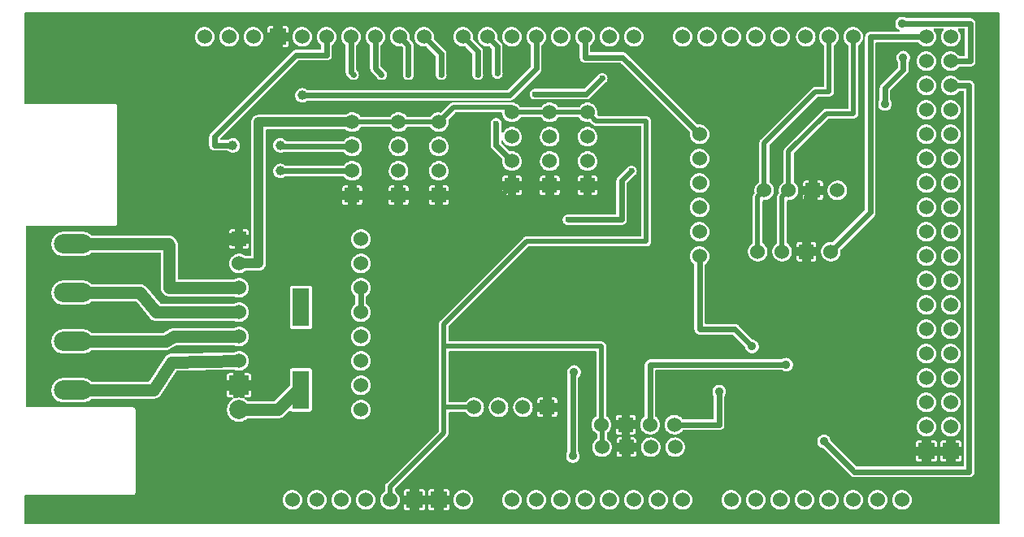
<source format=gtl>
G04 Layer: TopLayer*
G04 EasyEDA v6.5.22, 2022-12-23 11:11:42*
G04 6bc2ae37271549389f3215a5b1e34c8e,48bb6e63cd8b433992a3f5e94ad137e8,10*
G04 Gerber Generator version 0.2*
G04 Scale: 100 percent, Rotated: No, Reflected: No *
G04 Dimensions in millimeters *
G04 leading zeros omitted , absolute positions ,4 integer and 5 decimal *
%FSLAX45Y45*%
%MOMM*%

%ADD10C,0.5800*%
%ADD11C,1.2700*%
%ADD12C,0.5080*%
%ADD13C,1.0000*%
%ADD14R,1.8000X4.0000*%
%ADD15C,1.5240*%
%ADD16R,1.7000X1.7000*%
%ADD17R,1.5240X1.5240*%
%ADD18C,2.0000*%
%ADD19R,2.0000X2.0000*%
%ADD20O,3.9999919999999998X2.0230084*%
%ADD21C,1.2000*%
%ADD22C,0.9000*%
%ADD23C,0.6096*%
%ADD24C,0.0184*%

%LPD*%
G36*
X10668Y-5333492D02*
G01*
X6756Y-5332730D01*
X3505Y-5330494D01*
X1270Y-5327243D01*
X508Y-5323332D01*
X508Y-5039868D01*
X1270Y-5035956D01*
X3505Y-5032705D01*
X6756Y-5030470D01*
X10668Y-5029708D01*
X1129690Y-5029708D01*
X1136192Y-5028895D01*
X1141730Y-5026812D01*
X1146860Y-5023256D01*
X1149908Y-5020259D01*
X1152550Y-5016652D01*
X1155039Y-5011115D01*
X1156208Y-5003647D01*
X1156208Y-4140809D01*
X1155395Y-4134307D01*
X1153312Y-4128770D01*
X1149756Y-4123639D01*
X1146759Y-4120591D01*
X1143152Y-4117949D01*
X1137615Y-4115460D01*
X1130147Y-4114292D01*
X23368Y-4114292D01*
X19456Y-4113529D01*
X16205Y-4111294D01*
X13970Y-4108043D01*
X13208Y-4104132D01*
X13208Y-2233168D01*
X13970Y-2229256D01*
X16205Y-2226005D01*
X19456Y-2223770D01*
X23368Y-2223008D01*
X939190Y-2223008D01*
X945692Y-2222195D01*
X951230Y-2220112D01*
X956360Y-2216556D01*
X959408Y-2213559D01*
X962050Y-2209952D01*
X964539Y-2204415D01*
X965708Y-2196947D01*
X965708Y-978509D01*
X964895Y-972007D01*
X962812Y-966469D01*
X959256Y-961339D01*
X956259Y-958291D01*
X952652Y-955649D01*
X947115Y-953160D01*
X939647Y-951992D01*
X10668Y-951992D01*
X6756Y-951230D01*
X3505Y-948994D01*
X1270Y-945743D01*
X508Y-941832D01*
X508Y-10668D01*
X1270Y-6756D01*
X3505Y-3505D01*
X6756Y-1270D01*
X10668Y-508D01*
X10149332Y-508D01*
X10153243Y-1270D01*
X10156494Y-3505D01*
X10158730Y-6756D01*
X10159492Y-10668D01*
X10159492Y-5323332D01*
X10158730Y-5327243D01*
X10156494Y-5330494D01*
X10153243Y-5332730D01*
X10149332Y-5333492D01*
G37*

%LPC*%
G36*
X3979570Y-5190896D02*
G01*
X4015130Y-5190896D01*
X4015130Y-5128869D01*
X3953103Y-5128869D01*
X3953103Y-5164429D01*
X3953814Y-5170728D01*
X3955694Y-5176215D01*
X3958793Y-5181092D01*
X3962908Y-5185206D01*
X3967784Y-5188305D01*
X3973271Y-5190185D01*
G37*
G36*
X4112869Y-5190896D02*
G01*
X4148429Y-5190896D01*
X4154728Y-5190185D01*
X4160215Y-5188305D01*
X4165092Y-5185206D01*
X4169206Y-5181092D01*
X4172305Y-5176215D01*
X4174185Y-5170728D01*
X4174896Y-5164429D01*
X4174896Y-5128869D01*
X4112869Y-5128869D01*
G37*
G36*
X4233570Y-5190896D02*
G01*
X4269130Y-5190896D01*
X4269130Y-5128869D01*
X4207103Y-5128869D01*
X4207103Y-5164429D01*
X4207814Y-5170728D01*
X4209694Y-5176215D01*
X4212793Y-5181092D01*
X4216908Y-5185206D01*
X4221784Y-5188305D01*
X4227271Y-5190185D01*
G37*
G36*
X4366869Y-5190896D02*
G01*
X4402429Y-5190896D01*
X4408728Y-5190185D01*
X4414215Y-5188305D01*
X4419092Y-5185206D01*
X4423206Y-5181092D01*
X4426305Y-5176215D01*
X4428185Y-5170728D01*
X4428896Y-5164429D01*
X4428896Y-5128869D01*
X4366869Y-5128869D01*
G37*
G36*
X8378596Y-5182006D02*
G01*
X8392210Y-5181549D01*
X8405672Y-5179314D01*
X8418677Y-5175250D01*
X8431072Y-5169509D01*
X8442553Y-5162194D01*
X8452967Y-5153406D01*
X8462111Y-5143246D01*
X8469833Y-5132019D01*
X8475980Y-5119878D01*
X8480450Y-5106974D01*
X8483193Y-5093614D01*
X8484108Y-5080000D01*
X8483193Y-5066385D01*
X8480450Y-5053025D01*
X8475980Y-5040122D01*
X8469833Y-5027980D01*
X8462111Y-5016754D01*
X8452967Y-5006594D01*
X8442553Y-4997805D01*
X8431072Y-4990490D01*
X8418677Y-4984750D01*
X8405672Y-4980686D01*
X8392210Y-4978450D01*
X8378596Y-4977993D01*
X8365032Y-4979314D01*
X8351774Y-4982514D01*
X8339023Y-4987391D01*
X8327085Y-4993944D01*
X8316112Y-5002022D01*
X8306308Y-5011521D01*
X8297824Y-5022240D01*
X8290864Y-5033975D01*
X8285581Y-5046522D01*
X8281974Y-5059680D01*
X8280146Y-5073192D01*
X8280146Y-5086807D01*
X8281974Y-5100320D01*
X8285581Y-5113477D01*
X8290864Y-5126024D01*
X8297824Y-5137759D01*
X8306308Y-5148478D01*
X8316112Y-5157978D01*
X8327085Y-5166055D01*
X8339023Y-5172608D01*
X8351774Y-5177485D01*
X8365032Y-5180685D01*
G37*
G36*
X5584596Y-5182006D02*
G01*
X5598210Y-5181549D01*
X5611672Y-5179314D01*
X5624677Y-5175250D01*
X5637072Y-5169509D01*
X5648553Y-5162194D01*
X5658967Y-5153406D01*
X5668111Y-5143246D01*
X5675833Y-5132019D01*
X5681980Y-5119878D01*
X5686450Y-5106974D01*
X5689193Y-5093614D01*
X5690108Y-5080000D01*
X5689193Y-5066385D01*
X5686450Y-5053025D01*
X5681980Y-5040122D01*
X5675833Y-5027980D01*
X5668111Y-5016754D01*
X5658967Y-5006594D01*
X5648553Y-4997805D01*
X5637072Y-4990490D01*
X5624677Y-4984750D01*
X5611672Y-4980686D01*
X5598210Y-4978450D01*
X5584596Y-4977993D01*
X5571032Y-4979314D01*
X5557774Y-4982514D01*
X5545023Y-4987391D01*
X5533085Y-4993944D01*
X5522112Y-5002022D01*
X5512308Y-5011521D01*
X5503824Y-5022240D01*
X5496864Y-5033975D01*
X5491581Y-5046522D01*
X5487974Y-5059680D01*
X5486146Y-5073192D01*
X5486146Y-5086807D01*
X5487974Y-5100320D01*
X5491581Y-5113477D01*
X5496864Y-5126024D01*
X5503824Y-5137759D01*
X5512308Y-5148478D01*
X5522112Y-5157978D01*
X5533085Y-5166055D01*
X5545023Y-5172608D01*
X5557774Y-5177485D01*
X5571032Y-5180685D01*
G37*
G36*
X8124596Y-5182006D02*
G01*
X8138210Y-5181549D01*
X8151672Y-5179314D01*
X8164677Y-5175250D01*
X8177072Y-5169509D01*
X8188553Y-5162194D01*
X8198967Y-5153406D01*
X8208111Y-5143246D01*
X8215833Y-5132019D01*
X8221980Y-5119878D01*
X8226450Y-5106974D01*
X8229193Y-5093614D01*
X8230108Y-5080000D01*
X8229193Y-5066385D01*
X8226450Y-5053025D01*
X8221980Y-5040122D01*
X8215833Y-5027980D01*
X8208111Y-5016754D01*
X8198967Y-5006594D01*
X8188553Y-4997805D01*
X8177072Y-4990490D01*
X8164677Y-4984750D01*
X8151672Y-4980686D01*
X8138210Y-4978450D01*
X8124596Y-4977993D01*
X8111032Y-4979314D01*
X8097774Y-4982514D01*
X8085023Y-4987391D01*
X8073085Y-4993944D01*
X8062112Y-5002022D01*
X8052308Y-5011521D01*
X8043824Y-5022240D01*
X8036864Y-5033975D01*
X8031581Y-5046522D01*
X8027974Y-5059680D01*
X8026146Y-5073192D01*
X8026146Y-5086807D01*
X8027974Y-5100320D01*
X8031581Y-5113477D01*
X8036864Y-5126024D01*
X8043824Y-5137759D01*
X8052308Y-5148478D01*
X8062112Y-5157978D01*
X8073085Y-5166055D01*
X8085023Y-5172608D01*
X8097774Y-5177485D01*
X8111032Y-5180685D01*
G37*
G36*
X3298596Y-5182006D02*
G01*
X3312210Y-5181549D01*
X3325672Y-5179314D01*
X3338677Y-5175250D01*
X3351072Y-5169509D01*
X3362553Y-5162194D01*
X3372967Y-5153406D01*
X3382111Y-5143246D01*
X3389833Y-5132019D01*
X3395979Y-5119878D01*
X3400450Y-5106974D01*
X3403193Y-5093614D01*
X3404108Y-5080000D01*
X3403193Y-5066385D01*
X3400450Y-5053025D01*
X3395979Y-5040122D01*
X3389833Y-5027980D01*
X3382111Y-5016754D01*
X3372967Y-5006594D01*
X3362553Y-4997805D01*
X3351072Y-4990490D01*
X3338677Y-4984750D01*
X3325672Y-4980686D01*
X3312210Y-4978450D01*
X3298596Y-4977993D01*
X3285032Y-4979314D01*
X3271774Y-4982514D01*
X3259023Y-4987391D01*
X3247085Y-4993944D01*
X3236112Y-5002022D01*
X3226308Y-5011521D01*
X3217824Y-5022240D01*
X3210864Y-5033975D01*
X3205581Y-5046522D01*
X3201974Y-5059680D01*
X3200146Y-5073192D01*
X3200146Y-5086807D01*
X3201974Y-5100320D01*
X3205581Y-5113477D01*
X3210864Y-5126024D01*
X3217824Y-5137759D01*
X3226308Y-5148478D01*
X3236112Y-5157978D01*
X3247085Y-5166055D01*
X3259023Y-5172608D01*
X3271774Y-5177485D01*
X3285032Y-5180685D01*
G37*
G36*
X5838596Y-5182006D02*
G01*
X5852210Y-5181549D01*
X5865672Y-5179314D01*
X5878677Y-5175250D01*
X5891072Y-5169509D01*
X5902553Y-5162194D01*
X5912967Y-5153406D01*
X5922111Y-5143246D01*
X5929833Y-5132019D01*
X5935980Y-5119878D01*
X5940450Y-5106974D01*
X5943193Y-5093614D01*
X5944108Y-5080000D01*
X5943193Y-5066385D01*
X5940450Y-5053025D01*
X5935980Y-5040122D01*
X5929833Y-5027980D01*
X5922111Y-5016754D01*
X5912967Y-5006594D01*
X5902553Y-4997805D01*
X5891072Y-4990490D01*
X5878677Y-4984750D01*
X5865672Y-4980686D01*
X5852210Y-4978450D01*
X5838596Y-4977993D01*
X5825032Y-4979314D01*
X5811774Y-4982514D01*
X5799023Y-4987391D01*
X5787085Y-4993944D01*
X5776112Y-5002022D01*
X5766308Y-5011521D01*
X5757824Y-5022240D01*
X5750864Y-5033975D01*
X5745581Y-5046522D01*
X5741974Y-5059680D01*
X5740146Y-5073192D01*
X5740146Y-5086807D01*
X5741974Y-5100320D01*
X5745581Y-5113477D01*
X5750864Y-5126024D01*
X5757824Y-5137759D01*
X5766308Y-5148478D01*
X5776112Y-5157978D01*
X5787085Y-5166055D01*
X5799023Y-5172608D01*
X5811774Y-5177485D01*
X5825032Y-5180685D01*
G37*
G36*
X5076596Y-5182006D02*
G01*
X5090210Y-5181549D01*
X5103672Y-5179314D01*
X5116677Y-5175250D01*
X5129072Y-5169509D01*
X5140553Y-5162194D01*
X5150967Y-5153406D01*
X5160111Y-5143246D01*
X5167833Y-5132019D01*
X5173980Y-5119878D01*
X5178450Y-5106974D01*
X5181193Y-5093614D01*
X5182108Y-5080000D01*
X5181193Y-5066385D01*
X5178450Y-5053025D01*
X5173980Y-5040122D01*
X5167833Y-5027980D01*
X5160111Y-5016754D01*
X5150967Y-5006594D01*
X5140553Y-4997805D01*
X5129072Y-4990490D01*
X5116677Y-4984750D01*
X5103672Y-4980686D01*
X5090210Y-4978450D01*
X5076596Y-4977993D01*
X5063032Y-4979314D01*
X5049774Y-4982514D01*
X5037023Y-4987391D01*
X5025085Y-4993944D01*
X5014112Y-5002022D01*
X5004308Y-5011521D01*
X4995824Y-5022240D01*
X4988864Y-5033975D01*
X4983581Y-5046522D01*
X4979974Y-5059680D01*
X4978146Y-5073192D01*
X4978146Y-5086807D01*
X4979974Y-5100320D01*
X4983581Y-5113477D01*
X4988864Y-5126024D01*
X4995824Y-5137759D01*
X5004308Y-5148478D01*
X5014112Y-5157978D01*
X5025085Y-5166055D01*
X5037023Y-5172608D01*
X5049774Y-5177485D01*
X5063032Y-5180685D01*
G37*
G36*
X7870596Y-5182006D02*
G01*
X7884210Y-5181549D01*
X7897672Y-5179314D01*
X7910677Y-5175250D01*
X7923072Y-5169509D01*
X7934553Y-5162194D01*
X7944967Y-5153406D01*
X7954111Y-5143246D01*
X7961833Y-5132019D01*
X7967980Y-5119878D01*
X7972450Y-5106974D01*
X7975193Y-5093614D01*
X7976108Y-5080000D01*
X7975193Y-5066385D01*
X7972450Y-5053025D01*
X7967980Y-5040122D01*
X7961833Y-5027980D01*
X7954111Y-5016754D01*
X7944967Y-5006594D01*
X7934553Y-4997805D01*
X7923072Y-4990490D01*
X7910677Y-4984750D01*
X7897672Y-4980686D01*
X7884210Y-4978450D01*
X7870596Y-4977993D01*
X7857032Y-4979314D01*
X7843774Y-4982514D01*
X7831023Y-4987391D01*
X7819085Y-4993944D01*
X7808112Y-5002022D01*
X7798308Y-5011521D01*
X7789824Y-5022240D01*
X7782864Y-5033975D01*
X7777581Y-5046522D01*
X7773974Y-5059680D01*
X7772146Y-5073192D01*
X7772146Y-5086807D01*
X7773974Y-5100320D01*
X7777581Y-5113477D01*
X7782864Y-5126024D01*
X7789824Y-5137759D01*
X7798308Y-5148478D01*
X7808112Y-5157978D01*
X7819085Y-5166055D01*
X7831023Y-5172608D01*
X7843774Y-5177485D01*
X7857032Y-5180685D01*
G37*
G36*
X6092596Y-5182006D02*
G01*
X6106210Y-5181549D01*
X6119672Y-5179314D01*
X6132677Y-5175250D01*
X6145072Y-5169509D01*
X6156553Y-5162194D01*
X6166967Y-5153406D01*
X6176111Y-5143246D01*
X6183833Y-5132019D01*
X6189980Y-5119878D01*
X6194450Y-5106974D01*
X6197193Y-5093614D01*
X6198108Y-5080000D01*
X6197193Y-5066385D01*
X6194450Y-5053025D01*
X6189980Y-5040122D01*
X6183833Y-5027980D01*
X6176111Y-5016754D01*
X6166967Y-5006594D01*
X6156553Y-4997805D01*
X6145072Y-4990490D01*
X6132677Y-4984750D01*
X6119672Y-4980686D01*
X6106210Y-4978450D01*
X6092596Y-4977993D01*
X6079032Y-4979314D01*
X6065774Y-4982514D01*
X6053023Y-4987391D01*
X6041085Y-4993944D01*
X6030112Y-5002022D01*
X6020308Y-5011521D01*
X6011824Y-5022240D01*
X6004864Y-5033975D01*
X5999581Y-5046522D01*
X5995974Y-5059680D01*
X5994146Y-5073192D01*
X5994146Y-5086807D01*
X5995974Y-5100320D01*
X5999581Y-5113477D01*
X6004864Y-5126024D01*
X6011824Y-5137759D01*
X6020308Y-5148478D01*
X6030112Y-5157978D01*
X6041085Y-5166055D01*
X6053023Y-5172608D01*
X6065774Y-5177485D01*
X6079032Y-5180685D01*
G37*
G36*
X7616596Y-5182006D02*
G01*
X7630210Y-5181549D01*
X7643672Y-5179314D01*
X7656677Y-5175250D01*
X7669072Y-5169509D01*
X7680553Y-5162194D01*
X7690967Y-5153406D01*
X7700111Y-5143246D01*
X7707833Y-5132019D01*
X7713980Y-5119878D01*
X7718450Y-5106974D01*
X7721193Y-5093614D01*
X7722108Y-5080000D01*
X7721193Y-5066385D01*
X7718450Y-5053025D01*
X7713980Y-5040122D01*
X7707833Y-5027980D01*
X7700111Y-5016754D01*
X7690967Y-5006594D01*
X7680553Y-4997805D01*
X7669072Y-4990490D01*
X7656677Y-4984750D01*
X7643672Y-4980686D01*
X7630210Y-4978450D01*
X7616596Y-4977993D01*
X7603032Y-4979314D01*
X7589774Y-4982514D01*
X7577023Y-4987391D01*
X7565085Y-4993944D01*
X7554112Y-5002022D01*
X7544308Y-5011521D01*
X7535824Y-5022240D01*
X7528864Y-5033975D01*
X7523581Y-5046522D01*
X7519974Y-5059680D01*
X7518146Y-5073192D01*
X7518146Y-5086807D01*
X7519974Y-5100320D01*
X7523581Y-5113477D01*
X7528864Y-5126024D01*
X7535824Y-5137759D01*
X7544308Y-5148478D01*
X7554112Y-5157978D01*
X7565085Y-5166055D01*
X7577023Y-5172608D01*
X7589774Y-5177485D01*
X7603032Y-5180685D01*
G37*
G36*
X8886596Y-5182006D02*
G01*
X8900210Y-5181549D01*
X8913672Y-5179314D01*
X8926677Y-5175250D01*
X8939072Y-5169509D01*
X8950553Y-5162194D01*
X8960967Y-5153406D01*
X8970111Y-5143246D01*
X8977833Y-5132019D01*
X8983980Y-5119878D01*
X8988450Y-5106974D01*
X8991193Y-5093614D01*
X8992108Y-5080000D01*
X8991193Y-5066385D01*
X8988450Y-5053025D01*
X8983980Y-5040122D01*
X8977833Y-5027980D01*
X8970111Y-5016754D01*
X8960967Y-5006594D01*
X8950553Y-4997805D01*
X8939072Y-4990490D01*
X8926677Y-4984750D01*
X8913672Y-4980686D01*
X8900210Y-4978450D01*
X8886596Y-4977993D01*
X8873032Y-4979314D01*
X8859774Y-4982514D01*
X8847023Y-4987391D01*
X8835085Y-4993944D01*
X8824112Y-5002022D01*
X8814308Y-5011521D01*
X8805824Y-5022240D01*
X8798864Y-5033975D01*
X8793581Y-5046522D01*
X8789974Y-5059680D01*
X8788146Y-5073192D01*
X8788146Y-5086807D01*
X8789974Y-5100320D01*
X8793581Y-5113477D01*
X8798864Y-5126024D01*
X8805824Y-5137759D01*
X8814308Y-5148478D01*
X8824112Y-5157978D01*
X8835085Y-5166055D01*
X8847023Y-5172608D01*
X8859774Y-5177485D01*
X8873032Y-5180685D01*
G37*
G36*
X3044596Y-5182006D02*
G01*
X3058210Y-5181549D01*
X3071672Y-5179314D01*
X3084677Y-5175250D01*
X3097072Y-5169509D01*
X3108553Y-5162194D01*
X3118967Y-5153406D01*
X3128111Y-5143246D01*
X3135833Y-5132019D01*
X3141980Y-5119878D01*
X3146450Y-5106974D01*
X3149193Y-5093614D01*
X3150108Y-5080000D01*
X3149193Y-5066385D01*
X3146450Y-5053025D01*
X3141980Y-5040122D01*
X3135833Y-5027980D01*
X3128111Y-5016754D01*
X3118967Y-5006594D01*
X3108553Y-4997805D01*
X3097072Y-4990490D01*
X3084677Y-4984750D01*
X3071672Y-4980686D01*
X3058210Y-4978450D01*
X3044596Y-4977993D01*
X3031032Y-4979314D01*
X3017774Y-4982514D01*
X3005023Y-4987391D01*
X2993085Y-4993944D01*
X2982112Y-5002022D01*
X2972308Y-5011521D01*
X2963824Y-5022240D01*
X2956864Y-5033975D01*
X2951581Y-5046522D01*
X2947974Y-5059680D01*
X2946146Y-5073192D01*
X2946146Y-5086807D01*
X2947974Y-5100320D01*
X2951581Y-5113477D01*
X2956864Y-5126024D01*
X2963824Y-5137759D01*
X2972308Y-5148478D01*
X2982112Y-5157978D01*
X2993085Y-5166055D01*
X3005023Y-5172608D01*
X3017774Y-5177485D01*
X3031032Y-5180685D01*
G37*
G36*
X5330596Y-5182006D02*
G01*
X5344210Y-5181549D01*
X5357672Y-5179314D01*
X5370677Y-5175250D01*
X5383072Y-5169509D01*
X5394553Y-5162194D01*
X5404967Y-5153406D01*
X5414111Y-5143246D01*
X5421833Y-5132019D01*
X5427980Y-5119878D01*
X5432450Y-5106974D01*
X5435193Y-5093614D01*
X5436108Y-5080000D01*
X5435193Y-5066385D01*
X5432450Y-5053025D01*
X5427980Y-5040122D01*
X5421833Y-5027980D01*
X5414111Y-5016754D01*
X5404967Y-5006594D01*
X5394553Y-4997805D01*
X5383072Y-4990490D01*
X5370677Y-4984750D01*
X5357672Y-4980686D01*
X5344210Y-4978450D01*
X5330596Y-4977993D01*
X5317032Y-4979314D01*
X5303774Y-4982514D01*
X5291023Y-4987391D01*
X5279085Y-4993944D01*
X5268112Y-5002022D01*
X5258308Y-5011521D01*
X5249824Y-5022240D01*
X5242864Y-5033975D01*
X5237581Y-5046522D01*
X5233974Y-5059680D01*
X5232146Y-5073192D01*
X5232146Y-5086807D01*
X5233974Y-5100320D01*
X5237581Y-5113477D01*
X5242864Y-5126024D01*
X5249824Y-5137759D01*
X5258308Y-5148478D01*
X5268112Y-5157978D01*
X5279085Y-5166055D01*
X5291023Y-5172608D01*
X5303774Y-5177485D01*
X5317032Y-5180685D01*
G37*
G36*
X6346596Y-5182006D02*
G01*
X6360210Y-5181549D01*
X6373672Y-5179314D01*
X6386677Y-5175250D01*
X6399072Y-5169509D01*
X6410553Y-5162194D01*
X6420967Y-5153406D01*
X6430111Y-5143246D01*
X6437833Y-5132019D01*
X6443980Y-5119878D01*
X6448450Y-5106974D01*
X6451193Y-5093614D01*
X6452108Y-5080000D01*
X6451193Y-5066385D01*
X6448450Y-5053025D01*
X6443980Y-5040122D01*
X6437833Y-5027980D01*
X6430111Y-5016754D01*
X6420967Y-5006594D01*
X6410553Y-4997805D01*
X6399072Y-4990490D01*
X6386677Y-4984750D01*
X6373672Y-4980686D01*
X6360210Y-4978450D01*
X6346596Y-4977993D01*
X6333032Y-4979314D01*
X6319774Y-4982514D01*
X6307023Y-4987391D01*
X6295085Y-4993944D01*
X6284112Y-5002022D01*
X6274308Y-5011521D01*
X6265824Y-5022240D01*
X6258864Y-5033975D01*
X6253581Y-5046522D01*
X6249974Y-5059680D01*
X6248146Y-5073192D01*
X6248146Y-5086807D01*
X6249974Y-5100320D01*
X6253581Y-5113477D01*
X6258864Y-5126024D01*
X6265824Y-5137759D01*
X6274308Y-5148478D01*
X6284112Y-5157978D01*
X6295085Y-5166055D01*
X6307023Y-5172608D01*
X6319774Y-5177485D01*
X6333032Y-5180685D01*
G37*
G36*
X7362596Y-5182006D02*
G01*
X7376210Y-5181549D01*
X7389672Y-5179314D01*
X7402677Y-5175250D01*
X7415072Y-5169509D01*
X7426553Y-5162194D01*
X7436967Y-5153406D01*
X7446111Y-5143246D01*
X7453833Y-5132019D01*
X7459980Y-5119878D01*
X7464450Y-5106974D01*
X7467193Y-5093614D01*
X7468108Y-5080000D01*
X7467193Y-5066385D01*
X7464450Y-5053025D01*
X7459980Y-5040122D01*
X7453833Y-5027980D01*
X7446111Y-5016754D01*
X7436967Y-5006594D01*
X7426553Y-4997805D01*
X7415072Y-4990490D01*
X7402677Y-4984750D01*
X7389672Y-4980686D01*
X7376210Y-4978450D01*
X7362596Y-4977993D01*
X7349032Y-4979314D01*
X7335774Y-4982514D01*
X7323023Y-4987391D01*
X7311085Y-4993944D01*
X7300112Y-5002022D01*
X7290308Y-5011521D01*
X7281824Y-5022240D01*
X7274864Y-5033975D01*
X7269581Y-5046522D01*
X7265974Y-5059680D01*
X7264146Y-5073192D01*
X7264146Y-5086807D01*
X7265974Y-5100320D01*
X7269581Y-5113477D01*
X7274864Y-5126024D01*
X7281824Y-5137759D01*
X7290308Y-5148478D01*
X7300112Y-5157978D01*
X7311085Y-5166055D01*
X7323023Y-5172608D01*
X7335774Y-5177485D01*
X7349032Y-5180685D01*
G37*
G36*
X3552596Y-5182006D02*
G01*
X3566210Y-5181549D01*
X3579672Y-5179314D01*
X3592677Y-5175250D01*
X3605072Y-5169509D01*
X3616553Y-5162194D01*
X3626967Y-5153406D01*
X3636111Y-5143246D01*
X3643833Y-5132019D01*
X3649979Y-5119878D01*
X3654450Y-5106974D01*
X3657193Y-5093614D01*
X3658108Y-5080000D01*
X3657193Y-5066385D01*
X3654450Y-5053025D01*
X3649979Y-5040122D01*
X3643833Y-5027980D01*
X3636111Y-5016754D01*
X3626967Y-5006594D01*
X3616553Y-4997805D01*
X3605072Y-4990490D01*
X3592677Y-4984750D01*
X3579672Y-4980686D01*
X3566210Y-4978450D01*
X3552596Y-4977993D01*
X3539032Y-4979314D01*
X3525774Y-4982514D01*
X3513023Y-4987391D01*
X3501085Y-4993944D01*
X3490112Y-5002022D01*
X3480308Y-5011521D01*
X3471824Y-5022240D01*
X3464864Y-5033975D01*
X3459581Y-5046522D01*
X3455974Y-5059680D01*
X3454146Y-5073192D01*
X3454146Y-5086807D01*
X3455974Y-5100320D01*
X3459581Y-5113477D01*
X3464864Y-5126024D01*
X3471824Y-5137759D01*
X3480308Y-5148478D01*
X3490112Y-5157978D01*
X3501085Y-5166055D01*
X3513023Y-5172608D01*
X3525774Y-5177485D01*
X3539032Y-5180685D01*
G37*
G36*
X6600596Y-5182006D02*
G01*
X6614210Y-5181549D01*
X6627672Y-5179314D01*
X6640677Y-5175250D01*
X6653072Y-5169509D01*
X6664553Y-5162194D01*
X6674967Y-5153406D01*
X6684111Y-5143246D01*
X6691833Y-5132019D01*
X6697980Y-5119878D01*
X6702450Y-5106974D01*
X6705193Y-5093614D01*
X6706108Y-5080000D01*
X6705193Y-5066385D01*
X6702450Y-5053025D01*
X6697980Y-5040122D01*
X6691833Y-5027980D01*
X6684111Y-5016754D01*
X6674967Y-5006594D01*
X6664553Y-4997805D01*
X6653072Y-4990490D01*
X6640677Y-4984750D01*
X6627672Y-4980686D01*
X6614210Y-4978450D01*
X6600596Y-4977993D01*
X6587032Y-4979314D01*
X6573774Y-4982514D01*
X6561023Y-4987391D01*
X6549085Y-4993944D01*
X6538112Y-5002022D01*
X6528307Y-5011521D01*
X6519824Y-5022240D01*
X6512864Y-5033975D01*
X6507581Y-5046522D01*
X6503974Y-5059680D01*
X6502146Y-5073192D01*
X6502146Y-5086807D01*
X6503974Y-5100320D01*
X6507581Y-5113477D01*
X6512864Y-5126024D01*
X6519824Y-5137759D01*
X6528307Y-5148478D01*
X6538112Y-5157978D01*
X6549085Y-5166055D01*
X6561023Y-5172608D01*
X6573774Y-5177485D01*
X6587032Y-5180685D01*
G37*
G36*
X4568596Y-5182006D02*
G01*
X4582210Y-5181549D01*
X4595672Y-5179314D01*
X4608677Y-5175250D01*
X4621072Y-5169509D01*
X4632553Y-5162194D01*
X4642967Y-5153406D01*
X4652111Y-5143246D01*
X4659833Y-5132019D01*
X4665980Y-5119878D01*
X4670450Y-5106974D01*
X4673193Y-5093614D01*
X4674108Y-5080000D01*
X4673193Y-5066385D01*
X4670450Y-5053025D01*
X4665980Y-5040122D01*
X4659833Y-5027980D01*
X4652111Y-5016754D01*
X4642967Y-5006594D01*
X4632553Y-4997805D01*
X4621072Y-4990490D01*
X4608677Y-4984750D01*
X4595672Y-4980686D01*
X4582210Y-4978450D01*
X4568596Y-4977993D01*
X4555032Y-4979314D01*
X4541774Y-4982514D01*
X4529023Y-4987391D01*
X4517085Y-4993944D01*
X4506112Y-5002022D01*
X4496308Y-5011521D01*
X4487824Y-5022240D01*
X4480864Y-5033975D01*
X4475581Y-5046522D01*
X4471974Y-5059680D01*
X4470146Y-5073192D01*
X4470146Y-5086807D01*
X4471974Y-5100320D01*
X4475581Y-5113477D01*
X4480864Y-5126024D01*
X4487824Y-5137759D01*
X4496308Y-5148478D01*
X4506112Y-5157978D01*
X4517085Y-5166055D01*
X4529023Y-5172608D01*
X4541774Y-5177485D01*
X4555032Y-5180685D01*
G37*
G36*
X6854596Y-5182006D02*
G01*
X6868210Y-5181549D01*
X6881672Y-5179314D01*
X6894677Y-5175250D01*
X6907072Y-5169509D01*
X6918553Y-5162194D01*
X6928967Y-5153406D01*
X6938111Y-5143246D01*
X6945833Y-5132019D01*
X6951980Y-5119878D01*
X6956450Y-5106974D01*
X6959193Y-5093614D01*
X6960108Y-5080000D01*
X6959193Y-5066385D01*
X6956450Y-5053025D01*
X6951980Y-5040122D01*
X6945833Y-5027980D01*
X6938111Y-5016754D01*
X6928967Y-5006594D01*
X6918553Y-4997805D01*
X6907072Y-4990490D01*
X6894677Y-4984750D01*
X6881672Y-4980686D01*
X6868210Y-4978450D01*
X6854596Y-4977993D01*
X6841032Y-4979314D01*
X6827774Y-4982514D01*
X6815023Y-4987391D01*
X6803085Y-4993944D01*
X6792112Y-5002022D01*
X6782308Y-5011521D01*
X6773824Y-5022240D01*
X6766864Y-5033975D01*
X6761581Y-5046522D01*
X6757974Y-5059680D01*
X6756146Y-5073192D01*
X6756146Y-5086807D01*
X6757974Y-5100320D01*
X6761581Y-5113477D01*
X6766864Y-5126024D01*
X6773824Y-5137759D01*
X6782308Y-5148478D01*
X6792112Y-5157978D01*
X6803085Y-5166055D01*
X6815023Y-5172608D01*
X6827774Y-5177485D01*
X6841032Y-5180685D01*
G37*
G36*
X9140596Y-5182006D02*
G01*
X9154210Y-5181549D01*
X9167672Y-5179314D01*
X9180677Y-5175250D01*
X9193072Y-5169509D01*
X9204553Y-5162194D01*
X9214967Y-5153406D01*
X9224111Y-5143246D01*
X9231833Y-5132019D01*
X9237980Y-5119878D01*
X9242450Y-5106974D01*
X9245193Y-5093614D01*
X9246108Y-5080000D01*
X9245193Y-5066385D01*
X9242450Y-5053025D01*
X9237980Y-5040122D01*
X9231833Y-5027980D01*
X9224111Y-5016754D01*
X9214967Y-5006594D01*
X9204553Y-4997805D01*
X9193072Y-4990490D01*
X9180677Y-4984750D01*
X9167672Y-4980686D01*
X9154210Y-4978450D01*
X9140596Y-4977993D01*
X9127032Y-4979314D01*
X9113774Y-4982514D01*
X9101023Y-4987391D01*
X9089085Y-4993944D01*
X9078112Y-5002022D01*
X9068308Y-5011521D01*
X9059824Y-5022240D01*
X9052864Y-5033975D01*
X9047581Y-5046522D01*
X9043974Y-5059680D01*
X9042146Y-5073192D01*
X9042146Y-5086807D01*
X9043974Y-5100320D01*
X9047581Y-5113477D01*
X9052864Y-5126024D01*
X9059824Y-5137759D01*
X9068308Y-5148478D01*
X9078112Y-5157978D01*
X9089085Y-5166055D01*
X9101023Y-5172608D01*
X9113774Y-5177485D01*
X9127032Y-5180685D01*
G37*
G36*
X2790596Y-5182006D02*
G01*
X2804210Y-5181549D01*
X2817672Y-5179314D01*
X2830677Y-5175250D01*
X2843072Y-5169509D01*
X2854553Y-5162194D01*
X2864967Y-5153406D01*
X2874111Y-5143246D01*
X2881833Y-5132019D01*
X2887980Y-5119878D01*
X2892450Y-5106974D01*
X2895193Y-5093614D01*
X2896108Y-5080000D01*
X2895193Y-5066385D01*
X2892450Y-5053025D01*
X2887980Y-5040122D01*
X2881833Y-5027980D01*
X2874111Y-5016754D01*
X2864967Y-5006594D01*
X2854553Y-4997805D01*
X2843072Y-4990490D01*
X2830677Y-4984750D01*
X2817672Y-4980686D01*
X2804210Y-4978450D01*
X2790596Y-4977993D01*
X2777032Y-4979314D01*
X2763774Y-4982514D01*
X2751023Y-4987391D01*
X2739085Y-4993944D01*
X2728112Y-5002022D01*
X2718308Y-5011521D01*
X2709824Y-5022240D01*
X2702864Y-5033975D01*
X2697581Y-5046522D01*
X2693974Y-5059680D01*
X2692146Y-5073192D01*
X2692146Y-5086807D01*
X2693974Y-5100320D01*
X2697581Y-5113477D01*
X2702864Y-5126024D01*
X2709824Y-5137759D01*
X2718308Y-5148478D01*
X2728112Y-5157978D01*
X2739085Y-5166055D01*
X2751023Y-5172608D01*
X2763774Y-5177485D01*
X2777032Y-5180685D01*
G37*
G36*
X8632596Y-5182006D02*
G01*
X8646210Y-5181549D01*
X8659672Y-5179314D01*
X8672677Y-5175250D01*
X8685072Y-5169509D01*
X8696553Y-5162194D01*
X8706967Y-5153406D01*
X8716111Y-5143246D01*
X8723833Y-5132019D01*
X8729980Y-5119878D01*
X8734450Y-5106974D01*
X8737193Y-5093614D01*
X8738108Y-5080000D01*
X8737193Y-5066385D01*
X8734450Y-5053025D01*
X8729980Y-5040122D01*
X8723833Y-5027980D01*
X8716111Y-5016754D01*
X8706967Y-5006594D01*
X8696553Y-4997805D01*
X8685072Y-4990490D01*
X8672677Y-4984750D01*
X8659672Y-4980686D01*
X8646210Y-4978450D01*
X8632596Y-4977993D01*
X8619032Y-4979314D01*
X8605774Y-4982514D01*
X8593023Y-4987391D01*
X8581085Y-4993944D01*
X8570112Y-5002022D01*
X8560308Y-5011521D01*
X8551824Y-5022240D01*
X8544864Y-5033975D01*
X8539581Y-5046522D01*
X8535974Y-5059680D01*
X8534146Y-5073192D01*
X8534146Y-5086807D01*
X8535974Y-5100320D01*
X8539581Y-5113477D01*
X8544864Y-5126024D01*
X8551824Y-5137759D01*
X8560308Y-5148478D01*
X8570112Y-5157978D01*
X8581085Y-5166055D01*
X8593023Y-5172608D01*
X8605774Y-5177485D01*
X8619032Y-5180685D01*
G37*
G36*
X3806596Y-5182006D02*
G01*
X3820210Y-5181549D01*
X3833672Y-5179314D01*
X3846677Y-5175250D01*
X3859072Y-5169509D01*
X3870553Y-5162194D01*
X3880967Y-5153406D01*
X3890111Y-5143246D01*
X3897833Y-5132019D01*
X3903979Y-5119878D01*
X3908450Y-5106974D01*
X3911193Y-5093614D01*
X3912108Y-5080000D01*
X3911193Y-5066385D01*
X3908450Y-5053025D01*
X3903979Y-5040122D01*
X3897833Y-5027980D01*
X3890111Y-5016754D01*
X3880967Y-5006594D01*
X3870553Y-4997805D01*
X3865981Y-4994910D01*
X3863492Y-4992624D01*
X3861866Y-4989677D01*
X3861308Y-4986324D01*
X3861308Y-4965750D01*
X3862070Y-4961890D01*
X3864305Y-4958588D01*
X4404918Y-4417923D01*
X4408119Y-4414469D01*
X4410811Y-4410913D01*
X4413250Y-4407154D01*
X4415282Y-4403191D01*
X4417009Y-4399026D01*
X4418330Y-4394758D01*
X4419295Y-4390390D01*
X4419904Y-4385970D01*
X4420108Y-4381296D01*
X4420108Y-4176268D01*
X4420870Y-4172356D01*
X4423105Y-4169105D01*
X4426356Y-4166870D01*
X4430268Y-4166108D01*
X4592523Y-4166108D01*
X4595977Y-4166717D01*
X4598974Y-4168444D01*
X4610608Y-4183278D01*
X4620412Y-4192778D01*
X4631385Y-4200855D01*
X4643323Y-4207408D01*
X4656074Y-4212285D01*
X4669332Y-4215485D01*
X4682896Y-4216806D01*
X4696510Y-4216349D01*
X4709972Y-4214114D01*
X4722977Y-4210050D01*
X4735372Y-4204309D01*
X4746853Y-4196994D01*
X4757267Y-4188206D01*
X4766411Y-4178046D01*
X4774133Y-4166819D01*
X4780280Y-4154678D01*
X4784750Y-4141774D01*
X4787493Y-4128414D01*
X4788408Y-4114800D01*
X4787493Y-4101185D01*
X4784750Y-4087825D01*
X4780280Y-4074922D01*
X4774133Y-4062780D01*
X4766411Y-4051554D01*
X4757267Y-4041394D01*
X4746853Y-4032605D01*
X4735372Y-4025290D01*
X4722977Y-4019550D01*
X4709972Y-4015486D01*
X4696510Y-4013250D01*
X4682896Y-4012793D01*
X4669332Y-4014114D01*
X4656074Y-4017314D01*
X4643323Y-4022191D01*
X4631385Y-4028744D01*
X4620412Y-4036822D01*
X4610608Y-4046321D01*
X4598974Y-4061155D01*
X4595977Y-4062882D01*
X4592523Y-4063492D01*
X4430268Y-4063492D01*
X4426356Y-4062729D01*
X4423105Y-4060494D01*
X4420870Y-4057243D01*
X4420108Y-4053332D01*
X4420108Y-3541268D01*
X4420870Y-3537356D01*
X4423105Y-3534105D01*
X4426356Y-3531870D01*
X4430268Y-3531108D01*
X5948934Y-3531108D01*
X5952845Y-3531870D01*
X5956096Y-3534105D01*
X5958332Y-3537356D01*
X5959094Y-3541268D01*
X5959094Y-4202023D01*
X5958535Y-4205376D01*
X5956909Y-4208322D01*
X5954420Y-4210608D01*
X5949696Y-4213606D01*
X5939282Y-4222394D01*
X5930138Y-4232503D01*
X5922416Y-4243730D01*
X5916269Y-4255922D01*
X5911799Y-4268825D01*
X5909106Y-4282186D01*
X5908192Y-4295800D01*
X5909106Y-4309364D01*
X5911799Y-4322724D01*
X5916269Y-4335627D01*
X5922416Y-4347819D01*
X5930138Y-4359046D01*
X5939282Y-4369155D01*
X5949696Y-4377944D01*
X5960618Y-4384903D01*
X5963107Y-4387189D01*
X5964732Y-4390136D01*
X5965342Y-4393488D01*
X5965342Y-4436872D01*
X5964834Y-4439970D01*
X5963412Y-4442815D01*
X5961176Y-4445050D01*
X5950712Y-4452772D01*
X5940907Y-4462272D01*
X5932474Y-4472940D01*
X5925515Y-4484674D01*
X5920181Y-4497222D01*
X5916574Y-4510379D01*
X5914745Y-4523892D01*
X5914745Y-4537557D01*
X5916574Y-4551070D01*
X5920181Y-4564227D01*
X5925515Y-4576775D01*
X5932474Y-4588510D01*
X5940907Y-4599178D01*
X5950712Y-4608677D01*
X5961684Y-4616754D01*
X5973673Y-4623308D01*
X5986373Y-4628235D01*
X5999632Y-4631385D01*
X6013196Y-4632756D01*
X6026861Y-4632299D01*
X6040272Y-4630013D01*
X6053328Y-4626000D01*
X6065672Y-4620260D01*
X6077204Y-4612894D01*
X6087618Y-4604105D01*
X6096762Y-4593996D01*
X6104483Y-4582769D01*
X6110630Y-4570577D01*
X6115100Y-4557674D01*
X6117793Y-4544314D01*
X6118707Y-4530750D01*
X6117793Y-4517136D01*
X6115100Y-4503775D01*
X6110630Y-4490872D01*
X6104483Y-4478680D01*
X6096762Y-4467453D01*
X6087618Y-4457344D01*
X6077204Y-4448556D01*
X6072632Y-4445609D01*
X6070142Y-4443374D01*
X6068517Y-4440377D01*
X6067958Y-4437075D01*
X6067958Y-4384954D01*
X6068415Y-4381804D01*
X6069838Y-4379010D01*
X6072073Y-4376775D01*
X6076188Y-4373727D01*
X6085992Y-4364228D01*
X6094425Y-4353560D01*
X6101384Y-4341825D01*
X6106718Y-4329277D01*
X6110325Y-4316120D01*
X6112154Y-4302607D01*
X6112154Y-4288942D01*
X6110325Y-4275429D01*
X6106718Y-4262272D01*
X6101384Y-4249724D01*
X6094425Y-4237990D01*
X6085992Y-4227322D01*
X6076188Y-4217822D01*
X6065824Y-4210202D01*
X6063640Y-4207967D01*
X6062218Y-4205122D01*
X6061710Y-4202023D01*
X6061710Y-3480257D01*
X6060897Y-3470910D01*
X6058560Y-3462274D01*
X6054801Y-3454146D01*
X6049670Y-3446830D01*
X6043371Y-3440531D01*
X6036056Y-3435400D01*
X6027928Y-3431641D01*
X6019292Y-3429304D01*
X6009944Y-3428492D01*
X4430268Y-3428492D01*
X4426356Y-3427729D01*
X4423105Y-3425494D01*
X4420870Y-3422243D01*
X4420108Y-3418332D01*
X4420108Y-3276650D01*
X4420870Y-3272790D01*
X4423105Y-3269488D01*
X5250688Y-2441905D01*
X5253990Y-2439670D01*
X5257850Y-2438908D01*
X6476542Y-2438908D01*
X6485890Y-2438095D01*
X6494526Y-2435758D01*
X6502654Y-2431999D01*
X6509969Y-2426868D01*
X6516268Y-2420569D01*
X6521399Y-2413254D01*
X6525158Y-2405126D01*
X6527495Y-2396490D01*
X6528307Y-2387142D01*
X6528307Y-1130757D01*
X6527495Y-1121410D01*
X6525158Y-1112774D01*
X6521399Y-1104646D01*
X6516268Y-1097330D01*
X6509969Y-1091031D01*
X6502654Y-1085900D01*
X6494526Y-1082141D01*
X6485890Y-1079804D01*
X6476542Y-1078992D01*
X5981750Y-1078992D01*
X5977890Y-1078230D01*
X5974588Y-1075994D01*
X5969965Y-1071422D01*
X5968085Y-1068781D01*
X5967120Y-1065733D01*
X5967120Y-1062532D01*
X5968949Y-1051610D01*
X5969406Y-1037996D01*
X5968085Y-1024432D01*
X5964885Y-1011174D01*
X5960008Y-998423D01*
X5953455Y-986485D01*
X5945378Y-975512D01*
X5935878Y-965708D01*
X5925159Y-957224D01*
X5913424Y-950264D01*
X5900877Y-944981D01*
X5887720Y-941374D01*
X5874207Y-939546D01*
X5860592Y-939546D01*
X5847080Y-941374D01*
X5833922Y-944981D01*
X5821375Y-950264D01*
X5809640Y-957224D01*
X5798921Y-965708D01*
X5789422Y-975512D01*
X5781751Y-985977D01*
X5779465Y-988161D01*
X5776671Y-989584D01*
X5773572Y-990092D01*
X5567527Y-990092D01*
X5564428Y-989584D01*
X5561634Y-988161D01*
X5559348Y-985977D01*
X5551678Y-975512D01*
X5542178Y-965708D01*
X5531459Y-957224D01*
X5519724Y-950264D01*
X5507177Y-944981D01*
X5494020Y-941374D01*
X5480507Y-939546D01*
X5466892Y-939546D01*
X5453380Y-941374D01*
X5440222Y-944981D01*
X5427675Y-950264D01*
X5415940Y-957224D01*
X5405221Y-965708D01*
X5395722Y-975512D01*
X5388051Y-985977D01*
X5385765Y-988161D01*
X5382971Y-989584D01*
X5379872Y-990092D01*
X5173827Y-990092D01*
X5170728Y-989584D01*
X5167934Y-988161D01*
X5165648Y-985977D01*
X5157978Y-975512D01*
X5148478Y-965708D01*
X5137759Y-957224D01*
X5126024Y-950264D01*
X5113477Y-944981D01*
X5100320Y-941374D01*
X5086654Y-939495D01*
X5079847Y-939292D01*
X4470603Y-939292D01*
X4465929Y-939495D01*
X4461510Y-940104D01*
X4457141Y-941069D01*
X4452874Y-942390D01*
X4448708Y-944118D01*
X4444746Y-946150D01*
X4440986Y-948588D01*
X4437430Y-951280D01*
X4433976Y-954481D01*
X4348022Y-1040434D01*
X4345381Y-1042314D01*
X4342333Y-1043279D01*
X4339132Y-1043279D01*
X4328210Y-1041450D01*
X4314596Y-1040993D01*
X4301032Y-1042365D01*
X4287774Y-1045514D01*
X4275023Y-1050391D01*
X4263085Y-1056944D01*
X4252112Y-1065072D01*
X4242308Y-1074521D01*
X4230674Y-1089355D01*
X4227677Y-1091082D01*
X4224223Y-1091692D01*
X3992727Y-1091692D01*
X3989628Y-1091184D01*
X3986784Y-1089761D01*
X3984548Y-1087577D01*
X3976827Y-1077112D01*
X3967378Y-1067308D01*
X3956659Y-1058824D01*
X3944924Y-1051864D01*
X3932377Y-1046581D01*
X3919220Y-1042974D01*
X3905707Y-1041146D01*
X3892092Y-1041146D01*
X3878579Y-1042974D01*
X3865422Y-1046581D01*
X3852875Y-1051864D01*
X3841140Y-1058824D01*
X3830421Y-1067308D01*
X3820922Y-1077112D01*
X3813200Y-1087577D01*
X3810965Y-1089761D01*
X3808171Y-1091184D01*
X3805021Y-1091692D01*
X3510127Y-1091692D01*
X3507028Y-1091184D01*
X3504184Y-1089761D01*
X3501948Y-1087577D01*
X3494227Y-1077112D01*
X3484778Y-1067308D01*
X3474059Y-1058824D01*
X3462324Y-1051864D01*
X3449777Y-1046581D01*
X3436620Y-1042974D01*
X3423107Y-1041146D01*
X3409492Y-1041146D01*
X3395979Y-1042974D01*
X3382822Y-1046581D01*
X3370275Y-1051864D01*
X3358540Y-1058824D01*
X3350818Y-1064920D01*
X3347872Y-1066546D01*
X3344519Y-1067104D01*
X2438603Y-1067104D01*
X2432710Y-1067308D01*
X2427071Y-1067968D01*
X2421534Y-1068984D01*
X2416048Y-1070457D01*
X2410663Y-1072337D01*
X2405481Y-1074623D01*
X2400452Y-1077264D01*
X2395626Y-1080312D01*
X2391054Y-1083665D01*
X2386787Y-1087374D01*
X2382774Y-1091387D01*
X2379065Y-1095654D01*
X2375712Y-1100226D01*
X2372664Y-1105052D01*
X2370023Y-1110081D01*
X2367737Y-1115263D01*
X2365857Y-1120648D01*
X2364384Y-1126134D01*
X2363368Y-1131671D01*
X2362708Y-1137310D01*
X2362504Y-1143203D01*
X2362504Y-2530144D01*
X2361742Y-2534005D01*
X2359507Y-2537307D01*
X2356205Y-2539542D01*
X2352344Y-2540304D01*
X2307234Y-2540304D01*
X2304034Y-2539796D01*
X2301189Y-2538323D01*
X2290114Y-2530144D01*
X2278176Y-2523591D01*
X2265426Y-2518714D01*
X2252167Y-2515514D01*
X2238603Y-2514193D01*
X2224989Y-2514650D01*
X2211527Y-2516886D01*
X2198522Y-2520950D01*
X2186127Y-2526690D01*
X2174646Y-2534005D01*
X2164232Y-2542794D01*
X2155088Y-2552954D01*
X2147366Y-2564180D01*
X2141220Y-2576322D01*
X2136749Y-2589225D01*
X2134006Y-2602585D01*
X2133092Y-2616200D01*
X2134006Y-2629814D01*
X2136749Y-2643174D01*
X2141220Y-2656078D01*
X2147366Y-2668219D01*
X2155088Y-2679446D01*
X2164232Y-2689606D01*
X2174646Y-2698394D01*
X2186127Y-2705709D01*
X2198522Y-2711450D01*
X2211527Y-2715514D01*
X2224989Y-2717749D01*
X2238603Y-2718206D01*
X2252167Y-2716885D01*
X2265426Y-2713685D01*
X2278176Y-2708808D01*
X2290114Y-2702255D01*
X2301189Y-2694076D01*
X2304034Y-2692603D01*
X2307234Y-2692095D01*
X2438196Y-2692095D01*
X2444089Y-2691892D01*
X2449728Y-2691231D01*
X2455265Y-2690215D01*
X2460752Y-2688742D01*
X2466136Y-2686862D01*
X2471318Y-2684576D01*
X2476347Y-2681935D01*
X2481173Y-2678887D01*
X2485745Y-2675534D01*
X2490012Y-2671826D01*
X2494026Y-2667812D01*
X2497734Y-2663545D01*
X2501087Y-2658973D01*
X2504135Y-2654147D01*
X2506776Y-2649118D01*
X2509062Y-2643936D01*
X2510942Y-2638552D01*
X2512415Y-2633065D01*
X2513431Y-2627528D01*
X2514092Y-2621889D01*
X2514295Y-2615996D01*
X2514295Y-1229055D01*
X2515057Y-1225194D01*
X2517292Y-1221892D01*
X2520594Y-1219657D01*
X2524455Y-1218895D01*
X3344468Y-1218895D01*
X3348126Y-1219606D01*
X3351276Y-1221536D01*
X3353003Y-1223111D01*
X3364280Y-1230833D01*
X3376422Y-1236980D01*
X3389325Y-1241450D01*
X3402685Y-1244193D01*
X3416300Y-1245108D01*
X3429914Y-1244193D01*
X3443274Y-1241450D01*
X3456127Y-1236980D01*
X3468319Y-1230833D01*
X3479546Y-1223111D01*
X3489655Y-1213967D01*
X3498494Y-1203553D01*
X3501390Y-1198981D01*
X3503676Y-1196492D01*
X3506622Y-1194866D01*
X3509924Y-1194308D01*
X3805224Y-1194308D01*
X3808577Y-1194866D01*
X3811524Y-1196492D01*
X3813810Y-1198981D01*
X3816705Y-1203553D01*
X3825494Y-1213967D01*
X3835603Y-1223111D01*
X3846880Y-1230833D01*
X3859022Y-1236980D01*
X3871925Y-1241450D01*
X3885285Y-1244193D01*
X3898900Y-1245108D01*
X3912514Y-1244193D01*
X3925874Y-1241450D01*
X3938727Y-1236980D01*
X3950919Y-1230833D01*
X3962146Y-1223111D01*
X3972255Y-1213967D01*
X3981094Y-1203553D01*
X3983990Y-1198981D01*
X3986276Y-1196492D01*
X3989222Y-1194866D01*
X3992524Y-1194308D01*
X4224223Y-1194308D01*
X4227626Y-1194917D01*
X4230674Y-1196644D01*
X4242308Y-1211478D01*
X4252112Y-1220978D01*
X4263085Y-1229055D01*
X4275023Y-1235608D01*
X4287774Y-1240485D01*
X4301032Y-1243685D01*
X4314596Y-1245057D01*
X4328210Y-1244600D01*
X4341672Y-1242314D01*
X4354677Y-1238250D01*
X4367072Y-1232509D01*
X4378553Y-1225194D01*
X4388967Y-1216406D01*
X4398111Y-1206296D01*
X4405833Y-1195019D01*
X4411980Y-1182878D01*
X4416450Y-1169974D01*
X4419193Y-1156614D01*
X4420108Y-1143000D01*
X4419193Y-1129385D01*
X4417720Y-1122273D01*
X4417618Y-1118971D01*
X4418584Y-1115771D01*
X4420514Y-1113078D01*
X4488688Y-1044905D01*
X4491990Y-1042669D01*
X4495850Y-1041908D01*
X4968290Y-1041908D01*
X4971796Y-1042517D01*
X4974844Y-1044346D01*
X4977130Y-1047089D01*
X4978298Y-1050442D01*
X4980686Y-1065072D01*
X4984750Y-1078077D01*
X4990490Y-1090472D01*
X4997805Y-1101953D01*
X5006594Y-1112367D01*
X5016754Y-1121511D01*
X5027980Y-1129233D01*
X5040122Y-1135380D01*
X5053025Y-1139850D01*
X5066385Y-1142593D01*
X5080000Y-1143508D01*
X5093614Y-1142593D01*
X5106974Y-1139850D01*
X5119878Y-1135380D01*
X5132019Y-1129233D01*
X5143246Y-1121511D01*
X5153406Y-1112367D01*
X5162194Y-1101953D01*
X5165090Y-1097381D01*
X5167376Y-1094892D01*
X5170322Y-1093266D01*
X5173675Y-1092708D01*
X5380024Y-1092708D01*
X5383377Y-1093266D01*
X5386324Y-1094892D01*
X5388610Y-1097381D01*
X5391505Y-1101953D01*
X5400294Y-1112367D01*
X5410454Y-1121511D01*
X5421680Y-1129233D01*
X5433822Y-1135380D01*
X5446725Y-1139850D01*
X5460085Y-1142593D01*
X5473700Y-1143508D01*
X5487314Y-1142593D01*
X5500674Y-1139850D01*
X5513578Y-1135380D01*
X5525719Y-1129233D01*
X5536946Y-1121511D01*
X5547106Y-1112367D01*
X5555894Y-1101953D01*
X5558790Y-1097381D01*
X5561076Y-1094892D01*
X5564022Y-1093266D01*
X5567375Y-1092708D01*
X5773724Y-1092708D01*
X5777077Y-1093266D01*
X5780024Y-1094892D01*
X5782310Y-1097381D01*
X5785205Y-1101953D01*
X5793994Y-1112367D01*
X5804154Y-1121511D01*
X5815380Y-1129233D01*
X5827522Y-1135380D01*
X5840425Y-1139850D01*
X5853785Y-1142593D01*
X5867400Y-1143508D01*
X5881014Y-1142593D01*
X5888126Y-1141120D01*
X5891428Y-1141018D01*
X5894628Y-1141984D01*
X5897321Y-1143914D01*
X5919876Y-1166418D01*
X5923330Y-1169619D01*
X5926886Y-1172311D01*
X5930646Y-1174750D01*
X5934608Y-1176782D01*
X5938774Y-1178509D01*
X5943041Y-1179830D01*
X5947410Y-1180795D01*
X5951829Y-1181404D01*
X5956503Y-1181608D01*
X6415532Y-1181608D01*
X6419443Y-1182370D01*
X6422694Y-1184605D01*
X6424930Y-1187856D01*
X6425692Y-1191768D01*
X6425692Y-2326132D01*
X6424930Y-2330043D01*
X6422694Y-2333294D01*
X6419443Y-2335530D01*
X6415532Y-2336292D01*
X5232603Y-2336292D01*
X5227929Y-2336495D01*
X5223510Y-2337104D01*
X5219141Y-2338070D01*
X5214874Y-2339390D01*
X5210708Y-2341118D01*
X5206746Y-2343150D01*
X5202986Y-2345588D01*
X5199430Y-2348280D01*
X5195976Y-2351481D01*
X4332681Y-3214776D01*
X4329480Y-3218230D01*
X4326788Y-3221786D01*
X4324350Y-3225546D01*
X4322318Y-3229508D01*
X4320590Y-3233674D01*
X4319270Y-3237941D01*
X4318304Y-3242310D01*
X4317695Y-3246729D01*
X4317492Y-3251403D01*
X4317492Y-4356049D01*
X4316730Y-4359910D01*
X4314494Y-4363212D01*
X3773881Y-4903876D01*
X3770680Y-4907330D01*
X3767988Y-4910886D01*
X3765550Y-4914646D01*
X3763518Y-4918608D01*
X3761790Y-4922774D01*
X3760470Y-4927041D01*
X3759504Y-4931410D01*
X3758895Y-4935829D01*
X3758692Y-4940503D01*
X3758692Y-4986172D01*
X3758184Y-4989271D01*
X3756761Y-4992065D01*
X3754577Y-4994351D01*
X3744112Y-5002022D01*
X3734308Y-5011521D01*
X3725824Y-5022240D01*
X3718864Y-5033975D01*
X3713581Y-5046522D01*
X3709974Y-5059680D01*
X3708146Y-5073192D01*
X3708146Y-5086807D01*
X3709974Y-5100320D01*
X3713581Y-5113477D01*
X3718864Y-5126024D01*
X3725824Y-5137759D01*
X3734308Y-5148478D01*
X3744112Y-5157978D01*
X3755085Y-5166055D01*
X3767023Y-5172608D01*
X3779774Y-5177485D01*
X3793032Y-5180685D01*
G37*
G36*
X3953103Y-5031130D02*
G01*
X4015130Y-5031130D01*
X4015130Y-4969103D01*
X3979570Y-4969103D01*
X3973271Y-4969814D01*
X3967784Y-4971694D01*
X3962908Y-4974793D01*
X3958793Y-4978908D01*
X3955694Y-4983784D01*
X3953814Y-4989271D01*
X3953103Y-4995570D01*
G37*
G36*
X4207103Y-5031130D02*
G01*
X4269130Y-5031130D01*
X4269130Y-4969103D01*
X4233570Y-4969103D01*
X4227271Y-4969814D01*
X4221784Y-4971694D01*
X4216908Y-4974793D01*
X4212793Y-4978908D01*
X4209694Y-4983784D01*
X4207814Y-4989271D01*
X4207103Y-4995570D01*
G37*
G36*
X4112869Y-5031130D02*
G01*
X4174896Y-5031130D01*
X4174896Y-4995570D01*
X4174185Y-4989271D01*
X4172305Y-4983784D01*
X4169206Y-4978908D01*
X4165092Y-4974793D01*
X4160215Y-4971694D01*
X4154728Y-4969814D01*
X4148429Y-4969103D01*
X4112869Y-4969103D01*
G37*
G36*
X4366869Y-5031130D02*
G01*
X4428896Y-5031130D01*
X4428896Y-4995570D01*
X4428185Y-4989271D01*
X4426305Y-4983784D01*
X4423206Y-4978908D01*
X4419092Y-4974793D01*
X4414215Y-4971694D01*
X4408728Y-4969814D01*
X4402429Y-4969103D01*
X4366869Y-4969103D01*
G37*
G36*
X8648903Y-4842814D02*
G01*
X9842042Y-4842814D01*
X9852050Y-4841951D01*
X9861245Y-4839462D01*
X9869932Y-4835398D01*
X9877755Y-4829911D01*
X9884511Y-4823155D01*
X9889998Y-4815332D01*
X9894062Y-4806645D01*
X9896551Y-4797450D01*
X9897414Y-4787442D01*
X9897414Y-762457D01*
X9896551Y-752449D01*
X9894062Y-743254D01*
X9889998Y-734568D01*
X9884511Y-726744D01*
X9877755Y-719988D01*
X9869932Y-714502D01*
X9861245Y-710438D01*
X9852050Y-707948D01*
X9842042Y-707085D01*
X9743186Y-707085D01*
X9739985Y-706577D01*
X9737090Y-705053D01*
X9734804Y-702665D01*
X9732111Y-698754D01*
X9722967Y-688594D01*
X9712553Y-679805D01*
X9701072Y-672490D01*
X9688677Y-666750D01*
X9675672Y-662686D01*
X9662210Y-660450D01*
X9648596Y-659993D01*
X9635032Y-661314D01*
X9621774Y-664514D01*
X9609023Y-669391D01*
X9597085Y-675944D01*
X9586112Y-684022D01*
X9576308Y-693521D01*
X9567824Y-704240D01*
X9560864Y-715975D01*
X9555581Y-728522D01*
X9551974Y-741680D01*
X9550146Y-755192D01*
X9550146Y-768807D01*
X9551974Y-782320D01*
X9555581Y-795477D01*
X9560864Y-808024D01*
X9567824Y-819759D01*
X9576308Y-830478D01*
X9586112Y-839978D01*
X9597085Y-848055D01*
X9609023Y-854608D01*
X9621774Y-859485D01*
X9635032Y-862685D01*
X9648596Y-864006D01*
X9662210Y-863549D01*
X9675672Y-861314D01*
X9688677Y-857250D01*
X9701072Y-851509D01*
X9712553Y-844194D01*
X9722967Y-835406D01*
X9732111Y-825246D01*
X9734804Y-821334D01*
X9737090Y-818946D01*
X9739985Y-817422D01*
X9743186Y-816914D01*
X9777425Y-816914D01*
X9781336Y-817676D01*
X9784638Y-819861D01*
X9786823Y-823163D01*
X9787585Y-827074D01*
X9787585Y-4722825D01*
X9786823Y-4726736D01*
X9784638Y-4730038D01*
X9781336Y-4732223D01*
X9777425Y-4732985D01*
X8675674Y-4732985D01*
X8671763Y-4732223D01*
X8668461Y-4730038D01*
X8404148Y-4465675D01*
X8402116Y-4462780D01*
X8398611Y-4448505D01*
X8394344Y-4438243D01*
X8388553Y-4428744D01*
X8381339Y-4420260D01*
X8372856Y-4413046D01*
X8363356Y-4407255D01*
X8353094Y-4402988D01*
X8342274Y-4400397D01*
X8331200Y-4399534D01*
X8320125Y-4400397D01*
X8309305Y-4402988D01*
X8299043Y-4407255D01*
X8289544Y-4413046D01*
X8281060Y-4420260D01*
X8273846Y-4428744D01*
X8268055Y-4438243D01*
X8263788Y-4448505D01*
X8261197Y-4459325D01*
X8260334Y-4470400D01*
X8261197Y-4481474D01*
X8263788Y-4492294D01*
X8268055Y-4502556D01*
X8273846Y-4512056D01*
X8281060Y-4520539D01*
X8289544Y-4527753D01*
X8299043Y-4533544D01*
X8309305Y-4537811D01*
X8323580Y-4541316D01*
X8326475Y-4543348D01*
X8609736Y-4826558D01*
X8613394Y-4829962D01*
X8617204Y-4832858D01*
X8621268Y-4835448D01*
X8625484Y-4837633D01*
X8629904Y-4839512D01*
X8634476Y-4840935D01*
X8639149Y-4841951D01*
X8643924Y-4842611D01*
G37*
G36*
X5715000Y-4693666D02*
G01*
X5726074Y-4692802D01*
X5736894Y-4690211D01*
X5747156Y-4685944D01*
X5756656Y-4680153D01*
X5765139Y-4672939D01*
X5772353Y-4664456D01*
X5778144Y-4654956D01*
X5782411Y-4644694D01*
X5785002Y-4633874D01*
X5785866Y-4622800D01*
X5785002Y-4611725D01*
X5782411Y-4600905D01*
X5778144Y-4590643D01*
X5770524Y-4578045D01*
X5769914Y-4574540D01*
X5769914Y-3808069D01*
X5770829Y-3803802D01*
X5773470Y-3800348D01*
X5777839Y-3796639D01*
X5785053Y-3788156D01*
X5790844Y-3778656D01*
X5795111Y-3768394D01*
X5797702Y-3757574D01*
X5798566Y-3746500D01*
X5797702Y-3735425D01*
X5795111Y-3724605D01*
X5790844Y-3714343D01*
X5785053Y-3704844D01*
X5777839Y-3696360D01*
X5769356Y-3689146D01*
X5759856Y-3683355D01*
X5749594Y-3679088D01*
X5738774Y-3676497D01*
X5727700Y-3675634D01*
X5716625Y-3676497D01*
X5705805Y-3679088D01*
X5695543Y-3683355D01*
X5686044Y-3689146D01*
X5677560Y-3696360D01*
X5670346Y-3704844D01*
X5664555Y-3714343D01*
X5660288Y-3724605D01*
X5657697Y-3735425D01*
X5656834Y-3746500D01*
X5657697Y-3757574D01*
X5659831Y-3766413D01*
X5660085Y-3768750D01*
X5660085Y-4574540D01*
X5659475Y-4578045D01*
X5651855Y-4590643D01*
X5647588Y-4600905D01*
X5644997Y-4611725D01*
X5644134Y-4622800D01*
X5644997Y-4633874D01*
X5647588Y-4644694D01*
X5651855Y-4654956D01*
X5657646Y-4664456D01*
X5664860Y-4672939D01*
X5673344Y-4680153D01*
X5682843Y-4685944D01*
X5693105Y-4690211D01*
X5703925Y-4692802D01*
G37*
G36*
X9700869Y-4682896D02*
G01*
X9736429Y-4682896D01*
X9742728Y-4682185D01*
X9748215Y-4680305D01*
X9753092Y-4677206D01*
X9757206Y-4673092D01*
X9760305Y-4668215D01*
X9762185Y-4662728D01*
X9762896Y-4656429D01*
X9762896Y-4620869D01*
X9700869Y-4620869D01*
G37*
G36*
X9313570Y-4682896D02*
G01*
X9349130Y-4682896D01*
X9349130Y-4620869D01*
X9287103Y-4620869D01*
X9287103Y-4656429D01*
X9287814Y-4662728D01*
X9289694Y-4668215D01*
X9292793Y-4673092D01*
X9296908Y-4677206D01*
X9301784Y-4680305D01*
X9307271Y-4682185D01*
G37*
G36*
X9446869Y-4682896D02*
G01*
X9482429Y-4682896D01*
X9488728Y-4682185D01*
X9494215Y-4680305D01*
X9499092Y-4677206D01*
X9503206Y-4673092D01*
X9506305Y-4668215D01*
X9508185Y-4662728D01*
X9508896Y-4656429D01*
X9508896Y-4620869D01*
X9446869Y-4620869D01*
G37*
G36*
X9567570Y-4682896D02*
G01*
X9603130Y-4682896D01*
X9603130Y-4620869D01*
X9541103Y-4620869D01*
X9541103Y-4656429D01*
X9541814Y-4662728D01*
X9543694Y-4668215D01*
X9546793Y-4673092D01*
X9550908Y-4677206D01*
X9555784Y-4680305D01*
X9561271Y-4682185D01*
G37*
G36*
X6195009Y-4632858D02*
G01*
X6226200Y-4632858D01*
X6226200Y-4575200D01*
X6168542Y-4575200D01*
X6168542Y-4606340D01*
X6169253Y-4612690D01*
X6171133Y-4618126D01*
X6174232Y-4623054D01*
X6178296Y-4627118D01*
X6183223Y-4630216D01*
X6188659Y-4632096D01*
G37*
G36*
X6315100Y-4632858D02*
G01*
X6346240Y-4632858D01*
X6352590Y-4632096D01*
X6358026Y-4630216D01*
X6362954Y-4627118D01*
X6367018Y-4623054D01*
X6370116Y-4618126D01*
X6371996Y-4612690D01*
X6372758Y-4606340D01*
X6372758Y-4575200D01*
X6315100Y-4575200D01*
G37*
G36*
X6775196Y-4632756D02*
G01*
X6788861Y-4632299D01*
X6802272Y-4630013D01*
X6815328Y-4626000D01*
X6827672Y-4620260D01*
X6839203Y-4612894D01*
X6849618Y-4604105D01*
X6858762Y-4593996D01*
X6866483Y-4582769D01*
X6872630Y-4570577D01*
X6877100Y-4557674D01*
X6879793Y-4544314D01*
X6880707Y-4530750D01*
X6879793Y-4517136D01*
X6877100Y-4503775D01*
X6872630Y-4490872D01*
X6866483Y-4478680D01*
X6858762Y-4467453D01*
X6849618Y-4457344D01*
X6839203Y-4448556D01*
X6827672Y-4441190D01*
X6815328Y-4435449D01*
X6802272Y-4431436D01*
X6788861Y-4429150D01*
X6775196Y-4428693D01*
X6761632Y-4430064D01*
X6748373Y-4433214D01*
X6735673Y-4438142D01*
X6723684Y-4444695D01*
X6712712Y-4452772D01*
X6702907Y-4462272D01*
X6694474Y-4472940D01*
X6687515Y-4484674D01*
X6682181Y-4497222D01*
X6678574Y-4510379D01*
X6676745Y-4523892D01*
X6676745Y-4537557D01*
X6678574Y-4551070D01*
X6682181Y-4564227D01*
X6687515Y-4576775D01*
X6694474Y-4588510D01*
X6702907Y-4599178D01*
X6712712Y-4608677D01*
X6723684Y-4616754D01*
X6735673Y-4623308D01*
X6748373Y-4628235D01*
X6761632Y-4631385D01*
G37*
G36*
X6521196Y-4632756D02*
G01*
X6534861Y-4632299D01*
X6548272Y-4630013D01*
X6561328Y-4626000D01*
X6573672Y-4620260D01*
X6585203Y-4612894D01*
X6595618Y-4604105D01*
X6604762Y-4593996D01*
X6612483Y-4582769D01*
X6618630Y-4570577D01*
X6623100Y-4557674D01*
X6625793Y-4544314D01*
X6626707Y-4530750D01*
X6625793Y-4517136D01*
X6623100Y-4503775D01*
X6618630Y-4490872D01*
X6612483Y-4478680D01*
X6604762Y-4467453D01*
X6595618Y-4457344D01*
X6585203Y-4448556D01*
X6573672Y-4441190D01*
X6561328Y-4435449D01*
X6548272Y-4431436D01*
X6534861Y-4429150D01*
X6521196Y-4428693D01*
X6507632Y-4430064D01*
X6494373Y-4433214D01*
X6481673Y-4438142D01*
X6469684Y-4444695D01*
X6458712Y-4452772D01*
X6448907Y-4462272D01*
X6440474Y-4472940D01*
X6433515Y-4484674D01*
X6428181Y-4497222D01*
X6424574Y-4510379D01*
X6422745Y-4523892D01*
X6422745Y-4537557D01*
X6424574Y-4551070D01*
X6428181Y-4564227D01*
X6433515Y-4576775D01*
X6440474Y-4588510D01*
X6448907Y-4599178D01*
X6458712Y-4608677D01*
X6469684Y-4616754D01*
X6481673Y-4623308D01*
X6494373Y-4628235D01*
X6507632Y-4631385D01*
G37*
G36*
X9446869Y-4523130D02*
G01*
X9508896Y-4523130D01*
X9508896Y-4487570D01*
X9508185Y-4481271D01*
X9506305Y-4475784D01*
X9503206Y-4470908D01*
X9499092Y-4466793D01*
X9494215Y-4463694D01*
X9488728Y-4461814D01*
X9482429Y-4461103D01*
X9446869Y-4461103D01*
G37*
G36*
X9541103Y-4523130D02*
G01*
X9603130Y-4523130D01*
X9603130Y-4461103D01*
X9567570Y-4461103D01*
X9561271Y-4461814D01*
X9555784Y-4463694D01*
X9550908Y-4466793D01*
X9546793Y-4470908D01*
X9543694Y-4475784D01*
X9541814Y-4481271D01*
X9541103Y-4487570D01*
G37*
G36*
X9700869Y-4523130D02*
G01*
X9762896Y-4523130D01*
X9762896Y-4487570D01*
X9762185Y-4481271D01*
X9760305Y-4475784D01*
X9757206Y-4470908D01*
X9753092Y-4466793D01*
X9748215Y-4463694D01*
X9742728Y-4461814D01*
X9736429Y-4461103D01*
X9700869Y-4461103D01*
G37*
G36*
X9287103Y-4523130D02*
G01*
X9349130Y-4523130D01*
X9349130Y-4461103D01*
X9313570Y-4461103D01*
X9307271Y-4461814D01*
X9301784Y-4463694D01*
X9296908Y-4466793D01*
X9292793Y-4470908D01*
X9289694Y-4475784D01*
X9287814Y-4481271D01*
X9287103Y-4487570D01*
G37*
G36*
X6168542Y-4486300D02*
G01*
X6226200Y-4486300D01*
X6226200Y-4428642D01*
X6195009Y-4428642D01*
X6188659Y-4429353D01*
X6183223Y-4431233D01*
X6178296Y-4434332D01*
X6174232Y-4438396D01*
X6171133Y-4443323D01*
X6169253Y-4448759D01*
X6168542Y-4455109D01*
G37*
G36*
X6315100Y-4486300D02*
G01*
X6372758Y-4486300D01*
X6372758Y-4455109D01*
X6371996Y-4448759D01*
X6370116Y-4443323D01*
X6367018Y-4438396D01*
X6362954Y-4434332D01*
X6358026Y-4431233D01*
X6352590Y-4429353D01*
X6346240Y-4428642D01*
X6315100Y-4428642D01*
G37*
G36*
X9648596Y-4420006D02*
G01*
X9662210Y-4419549D01*
X9675672Y-4417314D01*
X9688677Y-4413250D01*
X9701072Y-4407509D01*
X9712553Y-4400194D01*
X9722967Y-4391406D01*
X9732111Y-4381246D01*
X9739833Y-4370019D01*
X9745980Y-4357878D01*
X9750450Y-4344974D01*
X9753193Y-4331614D01*
X9754108Y-4318000D01*
X9753193Y-4304385D01*
X9750450Y-4291025D01*
X9745980Y-4278122D01*
X9739833Y-4265980D01*
X9732111Y-4254754D01*
X9722967Y-4244594D01*
X9712553Y-4235805D01*
X9701072Y-4228490D01*
X9688677Y-4222750D01*
X9675672Y-4218686D01*
X9662210Y-4216450D01*
X9648596Y-4215993D01*
X9635032Y-4217314D01*
X9621774Y-4220514D01*
X9609023Y-4225391D01*
X9597085Y-4231944D01*
X9586112Y-4240022D01*
X9576308Y-4249521D01*
X9567824Y-4260240D01*
X9560864Y-4271975D01*
X9555581Y-4284522D01*
X9551974Y-4297680D01*
X9550146Y-4311192D01*
X9550146Y-4324807D01*
X9551974Y-4338320D01*
X9555581Y-4351477D01*
X9560864Y-4364024D01*
X9567824Y-4375759D01*
X9576308Y-4386478D01*
X9586112Y-4395978D01*
X9597085Y-4404055D01*
X9609023Y-4410608D01*
X9621774Y-4415485D01*
X9635032Y-4418685D01*
G37*
G36*
X9394596Y-4420006D02*
G01*
X9408210Y-4419549D01*
X9421672Y-4417314D01*
X9434677Y-4413250D01*
X9447072Y-4407509D01*
X9458553Y-4400194D01*
X9468967Y-4391406D01*
X9478111Y-4381246D01*
X9485833Y-4370019D01*
X9491980Y-4357878D01*
X9496450Y-4344974D01*
X9499193Y-4331614D01*
X9500108Y-4318000D01*
X9499193Y-4304385D01*
X9496450Y-4291025D01*
X9491980Y-4278122D01*
X9485833Y-4265980D01*
X9478111Y-4254754D01*
X9468967Y-4244594D01*
X9458553Y-4235805D01*
X9447072Y-4228490D01*
X9434677Y-4222750D01*
X9421672Y-4218686D01*
X9408210Y-4216450D01*
X9394596Y-4215993D01*
X9381032Y-4217314D01*
X9367774Y-4220514D01*
X9355023Y-4225391D01*
X9343085Y-4231944D01*
X9332112Y-4240022D01*
X9322308Y-4249521D01*
X9313824Y-4260240D01*
X9306864Y-4271975D01*
X9301581Y-4284522D01*
X9297974Y-4297680D01*
X9296146Y-4311192D01*
X9296146Y-4324807D01*
X9297974Y-4338320D01*
X9301581Y-4351477D01*
X9306864Y-4364024D01*
X9313824Y-4375759D01*
X9322308Y-4386478D01*
X9332112Y-4395978D01*
X9343085Y-4404055D01*
X9355023Y-4410608D01*
X9367774Y-4415485D01*
X9381032Y-4418685D01*
G37*
G36*
X6308750Y-4397908D02*
G01*
X6339890Y-4397908D01*
X6346240Y-4397146D01*
X6351676Y-4395266D01*
X6356604Y-4392168D01*
X6360668Y-4388104D01*
X6363766Y-4383176D01*
X6365646Y-4377740D01*
X6366408Y-4371390D01*
X6366408Y-4340250D01*
X6308750Y-4340250D01*
G37*
G36*
X6188659Y-4397908D02*
G01*
X6219850Y-4397908D01*
X6219850Y-4340250D01*
X6162192Y-4340250D01*
X6162192Y-4371390D01*
X6162903Y-4377740D01*
X6164783Y-4383176D01*
X6167882Y-4388104D01*
X6171946Y-4392168D01*
X6176873Y-4395266D01*
X6182309Y-4397146D01*
G37*
G36*
X6775703Y-4397806D02*
G01*
X6789267Y-4396435D01*
X6802526Y-4393285D01*
X6815226Y-4388358D01*
X6827215Y-4381804D01*
X6838188Y-4373727D01*
X6847992Y-4364228D01*
X6855663Y-4354525D01*
X6857898Y-4352442D01*
X6860590Y-4351121D01*
X6863638Y-4350664D01*
X7238542Y-4350664D01*
X7248550Y-4349800D01*
X7257745Y-4347311D01*
X7266431Y-4343298D01*
X7274255Y-4337812D01*
X7281011Y-4331055D01*
X7286498Y-4323232D01*
X7290562Y-4314545D01*
X7293051Y-4305300D01*
X7293914Y-4295343D01*
X7293914Y-3997960D01*
X7294524Y-3994454D01*
X7302144Y-3981856D01*
X7306411Y-3971594D01*
X7309002Y-3960774D01*
X7309866Y-3949700D01*
X7309002Y-3938625D01*
X7306411Y-3927805D01*
X7302144Y-3917543D01*
X7296353Y-3908044D01*
X7289139Y-3899560D01*
X7280656Y-3892346D01*
X7271156Y-3886555D01*
X7260894Y-3882288D01*
X7250074Y-3879697D01*
X7239000Y-3878834D01*
X7227925Y-3879697D01*
X7217105Y-3882288D01*
X7206843Y-3886555D01*
X7197344Y-3892346D01*
X7188860Y-3899560D01*
X7181646Y-3908044D01*
X7175855Y-3917543D01*
X7171588Y-3927805D01*
X7168997Y-3938625D01*
X7168134Y-3949700D01*
X7168997Y-3960774D01*
X7171588Y-3971594D01*
X7175855Y-3981856D01*
X7183475Y-3994454D01*
X7184085Y-3997960D01*
X7184085Y-4230725D01*
X7183323Y-4234586D01*
X7181138Y-4237888D01*
X7177836Y-4240072D01*
X7173925Y-4240885D01*
X6863638Y-4240885D01*
X6860590Y-4240428D01*
X6857898Y-4239107D01*
X6855663Y-4237024D01*
X6847992Y-4227322D01*
X6838188Y-4217822D01*
X6827215Y-4209745D01*
X6815226Y-4203192D01*
X6802526Y-4198264D01*
X6789267Y-4195114D01*
X6775703Y-4193743D01*
X6762038Y-4194200D01*
X6748627Y-4196486D01*
X6735572Y-4200499D01*
X6723227Y-4206240D01*
X6711696Y-4213606D01*
X6701281Y-4222394D01*
X6692138Y-4232503D01*
X6684416Y-4243730D01*
X6678269Y-4255922D01*
X6673799Y-4268825D01*
X6671106Y-4282186D01*
X6670192Y-4295800D01*
X6671106Y-4309364D01*
X6673799Y-4322724D01*
X6678269Y-4335627D01*
X6684416Y-4347819D01*
X6692138Y-4359046D01*
X6701281Y-4369155D01*
X6711696Y-4377944D01*
X6723227Y-4385310D01*
X6735572Y-4391050D01*
X6748627Y-4395063D01*
X6762038Y-4397349D01*
G37*
G36*
X6521704Y-4397806D02*
G01*
X6535267Y-4396435D01*
X6548526Y-4393285D01*
X6561226Y-4388358D01*
X6573215Y-4381804D01*
X6584188Y-4373727D01*
X6593992Y-4364228D01*
X6602425Y-4353560D01*
X6609384Y-4341825D01*
X6614718Y-4329277D01*
X6618325Y-4316120D01*
X6620154Y-4302607D01*
X6620154Y-4288942D01*
X6618325Y-4275429D01*
X6614718Y-4262272D01*
X6609384Y-4249724D01*
X6602425Y-4237990D01*
X6593992Y-4227322D01*
X6584188Y-4217822D01*
X6577431Y-4212844D01*
X6575247Y-4210608D01*
X6573774Y-4207764D01*
X6573316Y-4204665D01*
X6573316Y-3735374D01*
X6574078Y-3731463D01*
X6576263Y-3728161D01*
X6579565Y-3725976D01*
X6583476Y-3725214D01*
X7889240Y-3725214D01*
X7892745Y-3725824D01*
X7905343Y-3733444D01*
X7915605Y-3737711D01*
X7926425Y-3740302D01*
X7937500Y-3741165D01*
X7948574Y-3740302D01*
X7959394Y-3737711D01*
X7969656Y-3733444D01*
X7979156Y-3727653D01*
X7987639Y-3720439D01*
X7994853Y-3711956D01*
X8000644Y-3702456D01*
X8004911Y-3692194D01*
X8007502Y-3681374D01*
X8008366Y-3670300D01*
X8007502Y-3659225D01*
X8004911Y-3648405D01*
X8000644Y-3638143D01*
X7994853Y-3628644D01*
X7987639Y-3620160D01*
X7979156Y-3612946D01*
X7969656Y-3607155D01*
X7959394Y-3602888D01*
X7948574Y-3600297D01*
X7937500Y-3599434D01*
X7926425Y-3600297D01*
X7915605Y-3602888D01*
X7905343Y-3607155D01*
X7892745Y-3614775D01*
X7889240Y-3615385D01*
X6518859Y-3615385D01*
X6508851Y-3616248D01*
X6499656Y-3618737D01*
X6490970Y-3622801D01*
X6483146Y-3628288D01*
X6476390Y-3635044D01*
X6470904Y-3642868D01*
X6466840Y-3651554D01*
X6464350Y-3660749D01*
X6463487Y-3670757D01*
X6463487Y-4204360D01*
X6462928Y-4207662D01*
X6461302Y-4210608D01*
X6447282Y-4222394D01*
X6438138Y-4232503D01*
X6430416Y-4243730D01*
X6424269Y-4255922D01*
X6419799Y-4268825D01*
X6417106Y-4282186D01*
X6416192Y-4295800D01*
X6417106Y-4309364D01*
X6419799Y-4322724D01*
X6424269Y-4335627D01*
X6430416Y-4347819D01*
X6438138Y-4359046D01*
X6447282Y-4369155D01*
X6457696Y-4377944D01*
X6469227Y-4385310D01*
X6481572Y-4391050D01*
X6494627Y-4395063D01*
X6508038Y-4397349D01*
G37*
G36*
X2235200Y-4266082D02*
G01*
X2250389Y-4265168D01*
X2265324Y-4262424D01*
X2279853Y-4257903D01*
X2293721Y-4251655D01*
X2306726Y-4243781D01*
X2318664Y-4234434D01*
X2320544Y-4232605D01*
X2323846Y-4230370D01*
X2327706Y-4229608D01*
X2641396Y-4229608D01*
X2648000Y-4229354D01*
X2654300Y-4228693D01*
X2660599Y-4227576D01*
X2666796Y-4226001D01*
X2672842Y-4223969D01*
X2678734Y-4221530D01*
X2684424Y-4218686D01*
X2689910Y-4215434D01*
X2695194Y-4211777D01*
X2700121Y-4207764D01*
X2704947Y-4203293D01*
X2758541Y-4149699D01*
X2761843Y-4147515D01*
X2765704Y-4146753D01*
X2769616Y-4147515D01*
X2772918Y-4149699D01*
X2776829Y-4153611D01*
X2781706Y-4156710D01*
X2787142Y-4158589D01*
X2793492Y-4159351D01*
X2972358Y-4159351D01*
X2978658Y-4158589D01*
X2984144Y-4156710D01*
X2989021Y-4153611D01*
X2993136Y-4149547D01*
X2996184Y-4144619D01*
X2998114Y-4139184D01*
X2998825Y-4132834D01*
X2998825Y-3734003D01*
X2998114Y-3727653D01*
X2996184Y-3722217D01*
X2993136Y-3717290D01*
X2989021Y-3713226D01*
X2984144Y-3710127D01*
X2978658Y-3708247D01*
X2972358Y-3707536D01*
X2793492Y-3707536D01*
X2787142Y-3708247D01*
X2781706Y-3710127D01*
X2776829Y-3713226D01*
X2772714Y-3717290D01*
X2769616Y-3722217D01*
X2767736Y-3727653D01*
X2767025Y-3734003D01*
X2767025Y-3884117D01*
X2766212Y-3888028D01*
X2764028Y-3891330D01*
X2607564Y-4047794D01*
X2604262Y-4050029D01*
X2600350Y-4050792D01*
X2327706Y-4050792D01*
X2323846Y-4050029D01*
X2320544Y-4047794D01*
X2318664Y-4045965D01*
X2306726Y-4036618D01*
X2297379Y-4030979D01*
X2294229Y-4027932D01*
X2292604Y-4023918D01*
X2292858Y-4019550D01*
X2294890Y-4015689D01*
X2298395Y-4013047D01*
X2302662Y-4012133D01*
X2334615Y-4012133D01*
X2340965Y-4011371D01*
X2346401Y-4009491D01*
X2351328Y-4006392D01*
X2355392Y-4002328D01*
X2358491Y-3997401D01*
X2360371Y-3991965D01*
X2361133Y-3985615D01*
X2361133Y-3942537D01*
X2291537Y-3942537D01*
X2291537Y-4012336D01*
X2290826Y-4016044D01*
X2288844Y-4019245D01*
X2285796Y-4021480D01*
X2282139Y-4022445D01*
X2278380Y-4022039D01*
X2265324Y-4017975D01*
X2250389Y-4015232D01*
X2235200Y-4014317D01*
X2220010Y-4015232D01*
X2205075Y-4017975D01*
X2192020Y-4022039D01*
X2188260Y-4022445D01*
X2184603Y-4021480D01*
X2181555Y-4019245D01*
X2179574Y-4016044D01*
X2178862Y-4012336D01*
X2178862Y-3942537D01*
X2109266Y-3942537D01*
X2109266Y-3985615D01*
X2110028Y-3991965D01*
X2111908Y-3997401D01*
X2115007Y-4002328D01*
X2119071Y-4006392D01*
X2123998Y-4009491D01*
X2129434Y-4011371D01*
X2135784Y-4012133D01*
X2167737Y-4012133D01*
X2172004Y-4013047D01*
X2175510Y-4015689D01*
X2177542Y-4019550D01*
X2177796Y-4023918D01*
X2176170Y-4027932D01*
X2173020Y-4030979D01*
X2163673Y-4036618D01*
X2151735Y-4045965D01*
X2140966Y-4056735D01*
X2131618Y-4068673D01*
X2123744Y-4081678D01*
X2117496Y-4095546D01*
X2112975Y-4110075D01*
X2110232Y-4125010D01*
X2109317Y-4140200D01*
X2110232Y-4155389D01*
X2112975Y-4170324D01*
X2117496Y-4184853D01*
X2123744Y-4198721D01*
X2131618Y-4211726D01*
X2140966Y-4223664D01*
X2151735Y-4234434D01*
X2163673Y-4243781D01*
X2176678Y-4251655D01*
X2190546Y-4257903D01*
X2205075Y-4262424D01*
X2220010Y-4265168D01*
G37*
G36*
X6308750Y-4251350D02*
G01*
X6366408Y-4251350D01*
X6366408Y-4220159D01*
X6365646Y-4213809D01*
X6363766Y-4208373D01*
X6360668Y-4203446D01*
X6356604Y-4199382D01*
X6351676Y-4196283D01*
X6346240Y-4194403D01*
X6339890Y-4193692D01*
X6308750Y-4193692D01*
G37*
G36*
X6162192Y-4251350D02*
G01*
X6219850Y-4251350D01*
X6219850Y-4193692D01*
X6188659Y-4193692D01*
X6182309Y-4194403D01*
X6176873Y-4196283D01*
X6171946Y-4199382D01*
X6167882Y-4203446D01*
X6164783Y-4208373D01*
X6162903Y-4213809D01*
X6162192Y-4220159D01*
G37*
G36*
X3508603Y-4242206D02*
G01*
X3522167Y-4240885D01*
X3535426Y-4237685D01*
X3548176Y-4232808D01*
X3560114Y-4226255D01*
X3571087Y-4218178D01*
X3580892Y-4208678D01*
X3589375Y-4197959D01*
X3596335Y-4186224D01*
X3601618Y-4173677D01*
X3605225Y-4160520D01*
X3607054Y-4147007D01*
X3607054Y-4133392D01*
X3605225Y-4119879D01*
X3601618Y-4106722D01*
X3596335Y-4094175D01*
X3589375Y-4082440D01*
X3580892Y-4071721D01*
X3571087Y-4062222D01*
X3560114Y-4054144D01*
X3548176Y-4047591D01*
X3535426Y-4042714D01*
X3522167Y-4039514D01*
X3508603Y-4038193D01*
X3494989Y-4038650D01*
X3481527Y-4040886D01*
X3468522Y-4044950D01*
X3456127Y-4050690D01*
X3444646Y-4058005D01*
X3434232Y-4066794D01*
X3425088Y-4076954D01*
X3417366Y-4088180D01*
X3411220Y-4100322D01*
X3406749Y-4113225D01*
X3404006Y-4126585D01*
X3403092Y-4140200D01*
X3404006Y-4153814D01*
X3406749Y-4167174D01*
X3411220Y-4180078D01*
X3417366Y-4192219D01*
X3425088Y-4203446D01*
X3434232Y-4213606D01*
X3444646Y-4222394D01*
X3456127Y-4229709D01*
X3468522Y-4235450D01*
X3481527Y-4239514D01*
X3494989Y-4241749D01*
G37*
G36*
X5492750Y-4216908D02*
G01*
X5523941Y-4216908D01*
X5530240Y-4216196D01*
X5535726Y-4214266D01*
X5540603Y-4211218D01*
X5544718Y-4207103D01*
X5547766Y-4202226D01*
X5549696Y-4196740D01*
X5550408Y-4190441D01*
X5550408Y-4159250D01*
X5492750Y-4159250D01*
G37*
G36*
X5372658Y-4216908D02*
G01*
X5403850Y-4216908D01*
X5403850Y-4159250D01*
X5346192Y-4159250D01*
X5346192Y-4190441D01*
X5346903Y-4196740D01*
X5348833Y-4202226D01*
X5351881Y-4207103D01*
X5355996Y-4211218D01*
X5360873Y-4214266D01*
X5366359Y-4216196D01*
G37*
G36*
X5190896Y-4216806D02*
G01*
X5204510Y-4216349D01*
X5217972Y-4214114D01*
X5230977Y-4210050D01*
X5243372Y-4204309D01*
X5254853Y-4196994D01*
X5265267Y-4188206D01*
X5274411Y-4178046D01*
X5282133Y-4166819D01*
X5288280Y-4154678D01*
X5292750Y-4141774D01*
X5295493Y-4128414D01*
X5296408Y-4114800D01*
X5295493Y-4101185D01*
X5292750Y-4087825D01*
X5288280Y-4074922D01*
X5282133Y-4062780D01*
X5274411Y-4051554D01*
X5265267Y-4041394D01*
X5254853Y-4032605D01*
X5243372Y-4025290D01*
X5230977Y-4019550D01*
X5217972Y-4015486D01*
X5204510Y-4013250D01*
X5190896Y-4012793D01*
X5177332Y-4014114D01*
X5164074Y-4017314D01*
X5151323Y-4022191D01*
X5139385Y-4028744D01*
X5128412Y-4036822D01*
X5118608Y-4046321D01*
X5110124Y-4057040D01*
X5103164Y-4068775D01*
X5097881Y-4081322D01*
X5094274Y-4094479D01*
X5092446Y-4107992D01*
X5092446Y-4121607D01*
X5094274Y-4135120D01*
X5097881Y-4148277D01*
X5103164Y-4160824D01*
X5110124Y-4172559D01*
X5118608Y-4183278D01*
X5128412Y-4192778D01*
X5139385Y-4200855D01*
X5151323Y-4207408D01*
X5164074Y-4212285D01*
X5177332Y-4215485D01*
G37*
G36*
X4936896Y-4216806D02*
G01*
X4950510Y-4216349D01*
X4963972Y-4214114D01*
X4976977Y-4210050D01*
X4989372Y-4204309D01*
X5000853Y-4196994D01*
X5011267Y-4188206D01*
X5020411Y-4178046D01*
X5028133Y-4166819D01*
X5034280Y-4154678D01*
X5038750Y-4141774D01*
X5041493Y-4128414D01*
X5042408Y-4114800D01*
X5041493Y-4101185D01*
X5038750Y-4087825D01*
X5034280Y-4074922D01*
X5028133Y-4062780D01*
X5020411Y-4051554D01*
X5011267Y-4041394D01*
X5000853Y-4032605D01*
X4989372Y-4025290D01*
X4976977Y-4019550D01*
X4963972Y-4015486D01*
X4950510Y-4013250D01*
X4936896Y-4012793D01*
X4923332Y-4014114D01*
X4910074Y-4017314D01*
X4897323Y-4022191D01*
X4885385Y-4028744D01*
X4874412Y-4036822D01*
X4864608Y-4046321D01*
X4856124Y-4057040D01*
X4849164Y-4068775D01*
X4843881Y-4081322D01*
X4840274Y-4094479D01*
X4838446Y-4107992D01*
X4838446Y-4121607D01*
X4840274Y-4135120D01*
X4843881Y-4148277D01*
X4849164Y-4160824D01*
X4856124Y-4172559D01*
X4864608Y-4183278D01*
X4874412Y-4192778D01*
X4885385Y-4200855D01*
X4897323Y-4207408D01*
X4910074Y-4212285D01*
X4923332Y-4215485D01*
G37*
G36*
X9648596Y-4166006D02*
G01*
X9662210Y-4165549D01*
X9675672Y-4163314D01*
X9688677Y-4159250D01*
X9701072Y-4153509D01*
X9712553Y-4146194D01*
X9722967Y-4137406D01*
X9732111Y-4127246D01*
X9739833Y-4116019D01*
X9745980Y-4103878D01*
X9750450Y-4090974D01*
X9753193Y-4077614D01*
X9754108Y-4064000D01*
X9753193Y-4050385D01*
X9750450Y-4037025D01*
X9745980Y-4024122D01*
X9739833Y-4011980D01*
X9732111Y-4000754D01*
X9722967Y-3990594D01*
X9712553Y-3981805D01*
X9701072Y-3974490D01*
X9688677Y-3968750D01*
X9675672Y-3964686D01*
X9662210Y-3962450D01*
X9648596Y-3961993D01*
X9635032Y-3963314D01*
X9621774Y-3966514D01*
X9609023Y-3971391D01*
X9597085Y-3977944D01*
X9586112Y-3986022D01*
X9576308Y-3995521D01*
X9567824Y-4006240D01*
X9560864Y-4017975D01*
X9555581Y-4030522D01*
X9551974Y-4043679D01*
X9550146Y-4057192D01*
X9550146Y-4070807D01*
X9551974Y-4084320D01*
X9555581Y-4097477D01*
X9560864Y-4110024D01*
X9567824Y-4121759D01*
X9576308Y-4132478D01*
X9586112Y-4141978D01*
X9597085Y-4150055D01*
X9609023Y-4156608D01*
X9621774Y-4161485D01*
X9635032Y-4164685D01*
G37*
G36*
X9394596Y-4166006D02*
G01*
X9408210Y-4165549D01*
X9421672Y-4163314D01*
X9434677Y-4159250D01*
X9447072Y-4153509D01*
X9458553Y-4146194D01*
X9468967Y-4137406D01*
X9478111Y-4127246D01*
X9485833Y-4116019D01*
X9491980Y-4103878D01*
X9496450Y-4090974D01*
X9499193Y-4077614D01*
X9500108Y-4064000D01*
X9499193Y-4050385D01*
X9496450Y-4037025D01*
X9491980Y-4024122D01*
X9485833Y-4011980D01*
X9478111Y-4000754D01*
X9468967Y-3990594D01*
X9458553Y-3981805D01*
X9447072Y-3974490D01*
X9434677Y-3968750D01*
X9421672Y-3964686D01*
X9408210Y-3962450D01*
X9394596Y-3961993D01*
X9381032Y-3963314D01*
X9367774Y-3966514D01*
X9355023Y-3971391D01*
X9343085Y-3977944D01*
X9332112Y-3986022D01*
X9322308Y-3995521D01*
X9313824Y-4006240D01*
X9306864Y-4017975D01*
X9301581Y-4030522D01*
X9297974Y-4043679D01*
X9296146Y-4057192D01*
X9296146Y-4070807D01*
X9297974Y-4084320D01*
X9301581Y-4097477D01*
X9306864Y-4110024D01*
X9313824Y-4121759D01*
X9322308Y-4132478D01*
X9332112Y-4141978D01*
X9343085Y-4150055D01*
X9355023Y-4156608D01*
X9367774Y-4161485D01*
X9381032Y-4164685D01*
G37*
G36*
X5492750Y-4070350D02*
G01*
X5550408Y-4070350D01*
X5550408Y-4039158D01*
X5549696Y-4032859D01*
X5547766Y-4027373D01*
X5544718Y-4022496D01*
X5540603Y-4018381D01*
X5535726Y-4015333D01*
X5530240Y-4013403D01*
X5523941Y-4012692D01*
X5492750Y-4012692D01*
G37*
G36*
X5346192Y-4070350D02*
G01*
X5403850Y-4070350D01*
X5403850Y-4012692D01*
X5372658Y-4012692D01*
X5366359Y-4013403D01*
X5360873Y-4015333D01*
X5355996Y-4018381D01*
X5351881Y-4022496D01*
X5348833Y-4027373D01*
X5346903Y-4032859D01*
X5346192Y-4039158D01*
G37*
G36*
X409448Y-4064050D02*
G01*
X606552Y-4064050D01*
X622147Y-4063136D01*
X637235Y-4060342D01*
X651916Y-4055770D01*
X665886Y-4049471D01*
X678992Y-4041546D01*
X691083Y-4032097D01*
X693775Y-4029405D01*
X697077Y-4027170D01*
X700989Y-4026408D01*
X1345844Y-4026408D01*
X1358290Y-4025544D01*
X1370787Y-4022953D01*
X1382776Y-4018534D01*
X1394002Y-4012539D01*
X1404264Y-4004919D01*
X1413357Y-3995978D01*
X1421282Y-3985514D01*
X1582775Y-3737965D01*
X1584960Y-3735527D01*
X1587855Y-3733901D01*
X1591106Y-3733342D01*
X2185416Y-3722522D01*
X2189886Y-3723487D01*
X2198522Y-3727450D01*
X2211527Y-3731514D01*
X2224989Y-3733749D01*
X2238603Y-3734206D01*
X2252167Y-3732885D01*
X2265426Y-3729685D01*
X2278176Y-3724808D01*
X2290114Y-3718255D01*
X2301087Y-3710178D01*
X2310892Y-3700678D01*
X2319375Y-3689959D01*
X2326335Y-3678224D01*
X2331618Y-3665677D01*
X2335225Y-3652520D01*
X2337054Y-3639007D01*
X2337054Y-3625392D01*
X2335225Y-3611879D01*
X2331618Y-3598722D01*
X2326335Y-3586175D01*
X2319375Y-3574440D01*
X2310892Y-3563721D01*
X2301087Y-3554222D01*
X2290114Y-3546144D01*
X2278176Y-3539591D01*
X2265426Y-3534714D01*
X2252167Y-3531514D01*
X2238603Y-3530193D01*
X2224989Y-3530650D01*
X2211527Y-3532886D01*
X2198522Y-3536950D01*
X2185873Y-3542792D01*
X2181758Y-3543757D01*
X1535430Y-3555492D01*
X1522374Y-3556660D01*
X1509979Y-3559606D01*
X1498092Y-3564280D01*
X1487017Y-3570579D01*
X1476959Y-3578402D01*
X1468069Y-3587648D01*
X1461668Y-3596335D01*
X1300784Y-3842969D01*
X1298498Y-3845458D01*
X1295552Y-3847033D01*
X1292250Y-3847592D01*
X700989Y-3847592D01*
X697077Y-3846829D01*
X693775Y-3844594D01*
X691083Y-3841902D01*
X678992Y-3832453D01*
X665886Y-3824528D01*
X651916Y-3818229D01*
X637235Y-3813657D01*
X622147Y-3810863D01*
X606552Y-3809949D01*
X409448Y-3809949D01*
X393852Y-3810863D01*
X378764Y-3813657D01*
X364083Y-3818229D01*
X350113Y-3824528D01*
X337007Y-3832453D01*
X324916Y-3841902D01*
X314045Y-3852773D01*
X304596Y-3864813D01*
X296672Y-3877970D01*
X290372Y-3891940D01*
X285800Y-3906621D01*
X283057Y-3921709D01*
X282092Y-3937000D01*
X283057Y-3952290D01*
X285800Y-3967378D01*
X290372Y-3982059D01*
X296672Y-3996029D01*
X304596Y-4009186D01*
X314045Y-4021226D01*
X324916Y-4032097D01*
X337007Y-4041546D01*
X350113Y-4049471D01*
X364083Y-4055770D01*
X378764Y-4060342D01*
X393852Y-4063136D01*
G37*
G36*
X3508603Y-3988206D02*
G01*
X3522167Y-3986885D01*
X3535426Y-3983685D01*
X3548176Y-3978808D01*
X3560114Y-3972255D01*
X3571087Y-3964178D01*
X3580892Y-3954678D01*
X3589375Y-3943959D01*
X3596335Y-3932224D01*
X3601618Y-3919677D01*
X3605225Y-3906520D01*
X3607054Y-3893007D01*
X3607054Y-3879392D01*
X3605225Y-3865879D01*
X3601618Y-3852722D01*
X3596335Y-3840175D01*
X3589375Y-3828440D01*
X3580892Y-3817721D01*
X3571087Y-3808222D01*
X3560114Y-3800144D01*
X3548176Y-3793591D01*
X3535426Y-3788714D01*
X3522167Y-3785514D01*
X3508603Y-3784193D01*
X3494989Y-3784650D01*
X3481527Y-3786886D01*
X3468522Y-3790950D01*
X3456127Y-3796690D01*
X3444646Y-3804005D01*
X3434232Y-3812794D01*
X3425088Y-3822954D01*
X3417366Y-3834180D01*
X3411220Y-3846322D01*
X3406749Y-3859225D01*
X3404006Y-3872585D01*
X3403092Y-3886200D01*
X3404006Y-3899814D01*
X3406749Y-3913174D01*
X3411220Y-3926078D01*
X3417366Y-3938219D01*
X3425088Y-3949446D01*
X3434232Y-3959606D01*
X3444646Y-3968394D01*
X3456127Y-3975709D01*
X3468522Y-3981450D01*
X3481527Y-3985514D01*
X3494989Y-3987749D01*
G37*
G36*
X9394596Y-3912006D02*
G01*
X9408210Y-3911549D01*
X9421672Y-3909314D01*
X9434677Y-3905250D01*
X9447072Y-3899509D01*
X9458553Y-3892194D01*
X9468967Y-3883406D01*
X9478111Y-3873246D01*
X9485833Y-3862019D01*
X9491980Y-3849878D01*
X9496450Y-3836974D01*
X9499193Y-3823614D01*
X9500108Y-3810000D01*
X9499193Y-3796385D01*
X9496450Y-3783025D01*
X9491980Y-3770122D01*
X9485833Y-3757980D01*
X9478111Y-3746754D01*
X9468967Y-3736594D01*
X9458553Y-3727805D01*
X9447072Y-3720490D01*
X9434677Y-3714750D01*
X9421672Y-3710686D01*
X9408210Y-3708450D01*
X9394596Y-3707993D01*
X9381032Y-3709314D01*
X9367774Y-3712514D01*
X9355023Y-3717391D01*
X9343085Y-3723944D01*
X9332112Y-3732022D01*
X9322308Y-3741521D01*
X9313824Y-3752240D01*
X9306864Y-3763975D01*
X9301581Y-3776522D01*
X9297974Y-3789679D01*
X9296146Y-3803192D01*
X9296146Y-3816807D01*
X9297974Y-3830320D01*
X9301581Y-3843477D01*
X9306864Y-3856024D01*
X9313824Y-3867759D01*
X9322308Y-3878478D01*
X9332112Y-3887978D01*
X9343085Y-3896055D01*
X9355023Y-3902608D01*
X9367774Y-3907485D01*
X9381032Y-3910685D01*
G37*
G36*
X9648596Y-3912006D02*
G01*
X9662210Y-3911549D01*
X9675672Y-3909314D01*
X9688677Y-3905250D01*
X9701072Y-3899509D01*
X9712553Y-3892194D01*
X9722967Y-3883406D01*
X9732111Y-3873246D01*
X9739833Y-3862019D01*
X9745980Y-3849878D01*
X9750450Y-3836974D01*
X9753193Y-3823614D01*
X9754108Y-3810000D01*
X9753193Y-3796385D01*
X9750450Y-3783025D01*
X9745980Y-3770122D01*
X9739833Y-3757980D01*
X9732111Y-3746754D01*
X9722967Y-3736594D01*
X9712553Y-3727805D01*
X9701072Y-3720490D01*
X9688677Y-3714750D01*
X9675672Y-3710686D01*
X9662210Y-3708450D01*
X9648596Y-3707993D01*
X9635032Y-3709314D01*
X9621774Y-3712514D01*
X9609023Y-3717391D01*
X9597085Y-3723944D01*
X9586112Y-3732022D01*
X9576308Y-3741521D01*
X9567824Y-3752240D01*
X9560864Y-3763975D01*
X9555581Y-3776522D01*
X9551974Y-3789679D01*
X9550146Y-3803192D01*
X9550146Y-3816807D01*
X9551974Y-3830320D01*
X9555581Y-3843477D01*
X9560864Y-3856024D01*
X9567824Y-3867759D01*
X9576308Y-3878478D01*
X9586112Y-3887978D01*
X9597085Y-3896055D01*
X9609023Y-3902608D01*
X9621774Y-3907485D01*
X9635032Y-3910685D01*
G37*
G36*
X2291537Y-3829862D02*
G01*
X2361133Y-3829862D01*
X2361133Y-3786784D01*
X2360371Y-3780434D01*
X2358491Y-3774998D01*
X2355392Y-3770071D01*
X2351328Y-3766007D01*
X2346401Y-3762908D01*
X2340965Y-3761028D01*
X2334615Y-3760317D01*
X2291537Y-3760317D01*
G37*
G36*
X2109266Y-3829862D02*
G01*
X2178862Y-3829862D01*
X2178862Y-3760317D01*
X2135784Y-3760317D01*
X2129434Y-3761028D01*
X2123998Y-3762908D01*
X2119071Y-3766007D01*
X2115007Y-3770071D01*
X2111908Y-3774998D01*
X2110028Y-3780434D01*
X2109266Y-3786784D01*
G37*
G36*
X3508603Y-3734206D02*
G01*
X3522167Y-3732885D01*
X3535426Y-3729685D01*
X3548176Y-3724808D01*
X3560114Y-3718255D01*
X3571087Y-3710178D01*
X3580892Y-3700678D01*
X3589375Y-3689959D01*
X3596335Y-3678224D01*
X3601618Y-3665677D01*
X3605225Y-3652520D01*
X3607054Y-3639007D01*
X3607054Y-3625392D01*
X3605225Y-3611879D01*
X3601618Y-3598722D01*
X3596335Y-3586175D01*
X3589375Y-3574440D01*
X3580892Y-3563721D01*
X3571087Y-3554222D01*
X3560114Y-3546144D01*
X3548176Y-3539591D01*
X3535426Y-3534714D01*
X3522167Y-3531514D01*
X3508603Y-3530193D01*
X3494989Y-3530650D01*
X3481527Y-3532886D01*
X3468522Y-3536950D01*
X3456127Y-3542690D01*
X3444646Y-3550005D01*
X3434232Y-3558794D01*
X3425088Y-3568954D01*
X3417366Y-3580180D01*
X3411220Y-3592322D01*
X3406749Y-3605225D01*
X3404006Y-3618585D01*
X3403092Y-3632200D01*
X3404006Y-3645814D01*
X3406749Y-3659174D01*
X3411220Y-3672078D01*
X3417366Y-3684219D01*
X3425088Y-3695446D01*
X3434232Y-3705606D01*
X3444646Y-3714394D01*
X3456127Y-3721709D01*
X3468522Y-3727450D01*
X3481527Y-3731514D01*
X3494989Y-3733749D01*
G37*
G36*
X9648596Y-3658006D02*
G01*
X9662210Y-3657549D01*
X9675672Y-3655314D01*
X9688677Y-3651250D01*
X9701072Y-3645509D01*
X9712553Y-3638194D01*
X9722967Y-3629406D01*
X9732111Y-3619246D01*
X9739833Y-3608019D01*
X9745980Y-3595878D01*
X9750450Y-3582974D01*
X9753193Y-3569614D01*
X9754108Y-3556000D01*
X9753193Y-3542385D01*
X9750450Y-3529025D01*
X9745980Y-3516122D01*
X9739833Y-3503980D01*
X9732111Y-3492754D01*
X9722967Y-3482594D01*
X9712553Y-3473805D01*
X9701072Y-3466490D01*
X9688677Y-3460750D01*
X9675672Y-3456686D01*
X9662210Y-3454450D01*
X9648596Y-3453993D01*
X9635032Y-3455314D01*
X9621774Y-3458514D01*
X9609023Y-3463391D01*
X9597085Y-3469944D01*
X9586112Y-3478022D01*
X9576308Y-3487521D01*
X9567824Y-3498240D01*
X9560864Y-3509975D01*
X9555581Y-3522522D01*
X9551974Y-3535679D01*
X9550146Y-3549192D01*
X9550146Y-3562807D01*
X9551974Y-3576320D01*
X9555581Y-3589477D01*
X9560864Y-3602024D01*
X9567824Y-3613759D01*
X9576308Y-3624478D01*
X9586112Y-3633978D01*
X9597085Y-3642055D01*
X9609023Y-3648608D01*
X9621774Y-3653485D01*
X9635032Y-3656685D01*
G37*
G36*
X9394596Y-3658006D02*
G01*
X9408210Y-3657549D01*
X9421672Y-3655314D01*
X9434677Y-3651250D01*
X9447072Y-3645509D01*
X9458553Y-3638194D01*
X9468967Y-3629406D01*
X9478111Y-3619246D01*
X9485833Y-3608019D01*
X9491980Y-3595878D01*
X9496450Y-3582974D01*
X9499193Y-3569614D01*
X9500108Y-3556000D01*
X9499193Y-3542385D01*
X9496450Y-3529025D01*
X9491980Y-3516122D01*
X9485833Y-3503980D01*
X9478111Y-3492754D01*
X9468967Y-3482594D01*
X9458553Y-3473805D01*
X9447072Y-3466490D01*
X9434677Y-3460750D01*
X9421672Y-3456686D01*
X9408210Y-3454450D01*
X9394596Y-3453993D01*
X9381032Y-3455314D01*
X9367774Y-3458514D01*
X9355023Y-3463391D01*
X9343085Y-3469944D01*
X9332112Y-3478022D01*
X9322308Y-3487521D01*
X9313824Y-3498240D01*
X9306864Y-3509975D01*
X9301581Y-3522522D01*
X9297974Y-3535679D01*
X9296146Y-3549192D01*
X9296146Y-3562807D01*
X9297974Y-3576320D01*
X9301581Y-3589477D01*
X9306864Y-3602024D01*
X9313824Y-3613759D01*
X9322308Y-3624478D01*
X9332112Y-3633978D01*
X9343085Y-3642055D01*
X9355023Y-3648608D01*
X9367774Y-3653485D01*
X9381032Y-3656685D01*
G37*
G36*
X409448Y-3556050D02*
G01*
X606552Y-3556050D01*
X622147Y-3555136D01*
X637235Y-3552342D01*
X651916Y-3547770D01*
X665886Y-3541471D01*
X678992Y-3533546D01*
X691083Y-3524097D01*
X693775Y-3521405D01*
X697077Y-3519170D01*
X700989Y-3518408D01*
X1472946Y-3518408D01*
X1481378Y-3518001D01*
X1485849Y-3517493D01*
X1493977Y-3515969D01*
X1498295Y-3514801D01*
X1506169Y-3512108D01*
X1510233Y-3510381D01*
X1517751Y-3506520D01*
X1583486Y-3468928D01*
X1585925Y-3467963D01*
X1588566Y-3467608D01*
X2183638Y-3467608D01*
X2187905Y-3468573D01*
X2198522Y-3473450D01*
X2211527Y-3477514D01*
X2224989Y-3479749D01*
X2238603Y-3480206D01*
X2252167Y-3478885D01*
X2265426Y-3475685D01*
X2278176Y-3470808D01*
X2290114Y-3464255D01*
X2301087Y-3456178D01*
X2310892Y-3446678D01*
X2319375Y-3435959D01*
X2326335Y-3424224D01*
X2331618Y-3411677D01*
X2335225Y-3398520D01*
X2337054Y-3385007D01*
X2337054Y-3371392D01*
X2335225Y-3357879D01*
X2331618Y-3344722D01*
X2326335Y-3332175D01*
X2319375Y-3320440D01*
X2310892Y-3309721D01*
X2301087Y-3300222D01*
X2290114Y-3292144D01*
X2278176Y-3285591D01*
X2265426Y-3280714D01*
X2252167Y-3277514D01*
X2238603Y-3276193D01*
X2224989Y-3276650D01*
X2211527Y-3278886D01*
X2198522Y-3282950D01*
X2187905Y-3287826D01*
X2183638Y-3288792D01*
X1562354Y-3288792D01*
X1553921Y-3289198D01*
X1549450Y-3289706D01*
X1541322Y-3291230D01*
X1537004Y-3292398D01*
X1529130Y-3295091D01*
X1525066Y-3296818D01*
X1517548Y-3300679D01*
X1451813Y-3338271D01*
X1449374Y-3339236D01*
X1446733Y-3339592D01*
X700989Y-3339592D01*
X697077Y-3338829D01*
X693775Y-3336594D01*
X691083Y-3333902D01*
X678992Y-3324453D01*
X665886Y-3316528D01*
X651916Y-3310229D01*
X637235Y-3305657D01*
X622147Y-3302863D01*
X606552Y-3301949D01*
X409448Y-3301949D01*
X393852Y-3302863D01*
X378764Y-3305657D01*
X364083Y-3310229D01*
X350113Y-3316528D01*
X337007Y-3324453D01*
X324916Y-3333902D01*
X314045Y-3344773D01*
X304596Y-3356813D01*
X296672Y-3369970D01*
X290372Y-3383940D01*
X285800Y-3398621D01*
X283057Y-3413709D01*
X282092Y-3429000D01*
X283057Y-3444290D01*
X285800Y-3459378D01*
X290372Y-3474059D01*
X296672Y-3488029D01*
X304596Y-3501186D01*
X314045Y-3513226D01*
X324916Y-3524097D01*
X337007Y-3533546D01*
X350113Y-3541471D01*
X364083Y-3547770D01*
X378764Y-3552342D01*
X393852Y-3555136D01*
G37*
G36*
X7581900Y-3550665D02*
G01*
X7592974Y-3549802D01*
X7603794Y-3547211D01*
X7614056Y-3542944D01*
X7623556Y-3537153D01*
X7632039Y-3529939D01*
X7639253Y-3521456D01*
X7645044Y-3511956D01*
X7649311Y-3501694D01*
X7651902Y-3490874D01*
X7652766Y-3479800D01*
X7651902Y-3468725D01*
X7649311Y-3457905D01*
X7645044Y-3447643D01*
X7639253Y-3438144D01*
X7632039Y-3429660D01*
X7623556Y-3422446D01*
X7614056Y-3416655D01*
X7603794Y-3412388D01*
X7589520Y-3408883D01*
X7586624Y-3406851D01*
X7443063Y-3263341D01*
X7439406Y-3259937D01*
X7435596Y-3257042D01*
X7431531Y-3254451D01*
X7427315Y-3252266D01*
X7422896Y-3250387D01*
X7418324Y-3248964D01*
X7413650Y-3247948D01*
X7408875Y-3247288D01*
X7403896Y-3247085D01*
X7100874Y-3247085D01*
X7096963Y-3246323D01*
X7093661Y-3244138D01*
X7091476Y-3240836D01*
X7090714Y-3236925D01*
X7090714Y-2631338D01*
X7091273Y-2628036D01*
X7092899Y-2625039D01*
X7106767Y-2613406D01*
X7115911Y-2603246D01*
X7123633Y-2592019D01*
X7129780Y-2579878D01*
X7134250Y-2566974D01*
X7136993Y-2553614D01*
X7137908Y-2540000D01*
X7136993Y-2526385D01*
X7134250Y-2513025D01*
X7129780Y-2500122D01*
X7123633Y-2487980D01*
X7115911Y-2476754D01*
X7106767Y-2466594D01*
X7096353Y-2457805D01*
X7084872Y-2450490D01*
X7072477Y-2444750D01*
X7059472Y-2440686D01*
X7046010Y-2438450D01*
X7032396Y-2437993D01*
X7018832Y-2439314D01*
X7005574Y-2442514D01*
X6992823Y-2447391D01*
X6980885Y-2453944D01*
X6969912Y-2462022D01*
X6960108Y-2471521D01*
X6951624Y-2482240D01*
X6944664Y-2493975D01*
X6939381Y-2506522D01*
X6935774Y-2519680D01*
X6933946Y-2533192D01*
X6933946Y-2546807D01*
X6935774Y-2560320D01*
X6939381Y-2573477D01*
X6944664Y-2586024D01*
X6951624Y-2597759D01*
X6960108Y-2608478D01*
X6969912Y-2617978D01*
X6976770Y-2623007D01*
X6978954Y-2625242D01*
X6980377Y-2628087D01*
X6980885Y-2631186D01*
X6980885Y-3301542D01*
X6981748Y-3311550D01*
X6984238Y-3320745D01*
X6988302Y-3329432D01*
X6993788Y-3337255D01*
X7000544Y-3344011D01*
X7008368Y-3349498D01*
X7017054Y-3353562D01*
X7026249Y-3356051D01*
X7036257Y-3356914D01*
X7377125Y-3356914D01*
X7381036Y-3357676D01*
X7384338Y-3359861D01*
X7508951Y-3484524D01*
X7510983Y-3487420D01*
X7514488Y-3501694D01*
X7518755Y-3511956D01*
X7524546Y-3521456D01*
X7531760Y-3529939D01*
X7540244Y-3537153D01*
X7549743Y-3542944D01*
X7560005Y-3547211D01*
X7570825Y-3549802D01*
G37*
G36*
X3508603Y-3480206D02*
G01*
X3522167Y-3478885D01*
X3535426Y-3475685D01*
X3548176Y-3470808D01*
X3560114Y-3464255D01*
X3571087Y-3456178D01*
X3580892Y-3446678D01*
X3589375Y-3435959D01*
X3596335Y-3424224D01*
X3601618Y-3411677D01*
X3605225Y-3398520D01*
X3607054Y-3385007D01*
X3607054Y-3371392D01*
X3605225Y-3357879D01*
X3601618Y-3344722D01*
X3596335Y-3332175D01*
X3589375Y-3320440D01*
X3580892Y-3309721D01*
X3571087Y-3300222D01*
X3560114Y-3292144D01*
X3548176Y-3285591D01*
X3535426Y-3280714D01*
X3522167Y-3277514D01*
X3508603Y-3276193D01*
X3494989Y-3276650D01*
X3481527Y-3278886D01*
X3468522Y-3282950D01*
X3456127Y-3288690D01*
X3444646Y-3296005D01*
X3434232Y-3304794D01*
X3425088Y-3314954D01*
X3417366Y-3326180D01*
X3411220Y-3338322D01*
X3406749Y-3351225D01*
X3404006Y-3364585D01*
X3403092Y-3378200D01*
X3404006Y-3391814D01*
X3406749Y-3405174D01*
X3411220Y-3418078D01*
X3417366Y-3430219D01*
X3425088Y-3441446D01*
X3434232Y-3451606D01*
X3444646Y-3460394D01*
X3456127Y-3467709D01*
X3468522Y-3473450D01*
X3481527Y-3477514D01*
X3494989Y-3479749D01*
G37*
G36*
X9648596Y-3404006D02*
G01*
X9662210Y-3403549D01*
X9675672Y-3401314D01*
X9688677Y-3397250D01*
X9701072Y-3391509D01*
X9712553Y-3384194D01*
X9722967Y-3375406D01*
X9732111Y-3365246D01*
X9739833Y-3354019D01*
X9745980Y-3341878D01*
X9750450Y-3328974D01*
X9753193Y-3315614D01*
X9754108Y-3302000D01*
X9753193Y-3288385D01*
X9750450Y-3275025D01*
X9745980Y-3262122D01*
X9739833Y-3249980D01*
X9732111Y-3238754D01*
X9722967Y-3228594D01*
X9712553Y-3219805D01*
X9701072Y-3212490D01*
X9688677Y-3206750D01*
X9675672Y-3202686D01*
X9662210Y-3200450D01*
X9648596Y-3199993D01*
X9635032Y-3201314D01*
X9621774Y-3204514D01*
X9609023Y-3209391D01*
X9597085Y-3215944D01*
X9586112Y-3224022D01*
X9576308Y-3233521D01*
X9567824Y-3244240D01*
X9560864Y-3255975D01*
X9555581Y-3268522D01*
X9551974Y-3281679D01*
X9550146Y-3295192D01*
X9550146Y-3308807D01*
X9551974Y-3322320D01*
X9555581Y-3335477D01*
X9560864Y-3348024D01*
X9567824Y-3359759D01*
X9576308Y-3370478D01*
X9586112Y-3379978D01*
X9597085Y-3388055D01*
X9609023Y-3394608D01*
X9621774Y-3399485D01*
X9635032Y-3402685D01*
G37*
G36*
X9394596Y-3404006D02*
G01*
X9408210Y-3403549D01*
X9421672Y-3401314D01*
X9434677Y-3397250D01*
X9447072Y-3391509D01*
X9458553Y-3384194D01*
X9468967Y-3375406D01*
X9478111Y-3365246D01*
X9485833Y-3354019D01*
X9491980Y-3341878D01*
X9496450Y-3328974D01*
X9499193Y-3315614D01*
X9500108Y-3302000D01*
X9499193Y-3288385D01*
X9496450Y-3275025D01*
X9491980Y-3262122D01*
X9485833Y-3249980D01*
X9478111Y-3238754D01*
X9468967Y-3228594D01*
X9458553Y-3219805D01*
X9447072Y-3212490D01*
X9434677Y-3206750D01*
X9421672Y-3202686D01*
X9408210Y-3200450D01*
X9394596Y-3199993D01*
X9381032Y-3201314D01*
X9367774Y-3204514D01*
X9355023Y-3209391D01*
X9343085Y-3215944D01*
X9332112Y-3224022D01*
X9322308Y-3233521D01*
X9313824Y-3244240D01*
X9306864Y-3255975D01*
X9301581Y-3268522D01*
X9297974Y-3281679D01*
X9296146Y-3295192D01*
X9296146Y-3308807D01*
X9297974Y-3322320D01*
X9301581Y-3335477D01*
X9306864Y-3348024D01*
X9313824Y-3359759D01*
X9322308Y-3370478D01*
X9332112Y-3379978D01*
X9343085Y-3388055D01*
X9355023Y-3394608D01*
X9367774Y-3399485D01*
X9381032Y-3402685D01*
G37*
G36*
X2793492Y-3299307D02*
G01*
X2972358Y-3299307D01*
X2978658Y-3298596D01*
X2984144Y-3296665D01*
X2989021Y-3293618D01*
X2993136Y-3289503D01*
X2996184Y-3284626D01*
X2998114Y-3279140D01*
X2998825Y-3272840D01*
X2998825Y-2873959D01*
X2998114Y-2867660D01*
X2996184Y-2862173D01*
X2993136Y-2857296D01*
X2989021Y-2853182D01*
X2984144Y-2850134D01*
X2978658Y-2848203D01*
X2972358Y-2847492D01*
X2793492Y-2847492D01*
X2787142Y-2848203D01*
X2781706Y-2850134D01*
X2776829Y-2853182D01*
X2772714Y-2857296D01*
X2769616Y-2862173D01*
X2767736Y-2867660D01*
X2767025Y-2873959D01*
X2767025Y-3272840D01*
X2767736Y-3279140D01*
X2769616Y-3284626D01*
X2772714Y-3289503D01*
X2776829Y-3293618D01*
X2781706Y-3296665D01*
X2787142Y-3298596D01*
G37*
G36*
X3508603Y-3226206D02*
G01*
X3522167Y-3224885D01*
X3535426Y-3221685D01*
X3548176Y-3216808D01*
X3560114Y-3210255D01*
X3571087Y-3202178D01*
X3580892Y-3192678D01*
X3589375Y-3181959D01*
X3596335Y-3170224D01*
X3601618Y-3157677D01*
X3605225Y-3144520D01*
X3607054Y-3131007D01*
X3607054Y-3117392D01*
X3605225Y-3103880D01*
X3601618Y-3090722D01*
X3596335Y-3078175D01*
X3589375Y-3066440D01*
X3580892Y-3055721D01*
X3571087Y-3046222D01*
X3564229Y-3041192D01*
X3562045Y-3038957D01*
X3560622Y-3036112D01*
X3560114Y-3033014D01*
X3560114Y-2961386D01*
X3560622Y-2958287D01*
X3562045Y-2955442D01*
X3564229Y-2953207D01*
X3571087Y-2948178D01*
X3580892Y-2938678D01*
X3589375Y-2927959D01*
X3596335Y-2916224D01*
X3601618Y-2903677D01*
X3605225Y-2890520D01*
X3607054Y-2877007D01*
X3607054Y-2863392D01*
X3605225Y-2849880D01*
X3601618Y-2836722D01*
X3596335Y-2824175D01*
X3589375Y-2812440D01*
X3580892Y-2801721D01*
X3571087Y-2792222D01*
X3560114Y-2784144D01*
X3548176Y-2777591D01*
X3535426Y-2772714D01*
X3522167Y-2769514D01*
X3508603Y-2768193D01*
X3494989Y-2768650D01*
X3481527Y-2770886D01*
X3468522Y-2774950D01*
X3456127Y-2780690D01*
X3444646Y-2788005D01*
X3434232Y-2796794D01*
X3425088Y-2806954D01*
X3417366Y-2818180D01*
X3411220Y-2830322D01*
X3406749Y-2843225D01*
X3404006Y-2856585D01*
X3403092Y-2870200D01*
X3404006Y-2883814D01*
X3406749Y-2897174D01*
X3411220Y-2910078D01*
X3417366Y-2922219D01*
X3425088Y-2933446D01*
X3434232Y-2943606D01*
X3448100Y-2955239D01*
X3449726Y-2958236D01*
X3450285Y-2961538D01*
X3450285Y-3032861D01*
X3449726Y-3036163D01*
X3448100Y-3039160D01*
X3434232Y-3050794D01*
X3425088Y-3060954D01*
X3417366Y-3072180D01*
X3411220Y-3084322D01*
X3406749Y-3097225D01*
X3404006Y-3110585D01*
X3403092Y-3124200D01*
X3404006Y-3137814D01*
X3406749Y-3151174D01*
X3411220Y-3164078D01*
X3417366Y-3176219D01*
X3425088Y-3187446D01*
X3434232Y-3197606D01*
X3444646Y-3206394D01*
X3456127Y-3213709D01*
X3468522Y-3219450D01*
X3481527Y-3223514D01*
X3494989Y-3225749D01*
G37*
G36*
X2238603Y-3226206D02*
G01*
X2252167Y-3224885D01*
X2265426Y-3221685D01*
X2278176Y-3216808D01*
X2290114Y-3210255D01*
X2301087Y-3202178D01*
X2310892Y-3192678D01*
X2319375Y-3181959D01*
X2326335Y-3170224D01*
X2331618Y-3157677D01*
X2335225Y-3144520D01*
X2337054Y-3131007D01*
X2337054Y-3117392D01*
X2335225Y-3103880D01*
X2331618Y-3090722D01*
X2326335Y-3078175D01*
X2319375Y-3066440D01*
X2310892Y-3055721D01*
X2301087Y-3046222D01*
X2290114Y-3038144D01*
X2278176Y-3031591D01*
X2265426Y-3026714D01*
X2252167Y-3023514D01*
X2238603Y-3022193D01*
X2224989Y-3022650D01*
X2211527Y-3024886D01*
X2198522Y-3028950D01*
X2187905Y-3033826D01*
X2183638Y-3034792D01*
X1418996Y-3034792D01*
X1414627Y-3033826D01*
X1411122Y-3031032D01*
X1274216Y-2862630D01*
X1267002Y-2855163D01*
X1257046Y-2847238D01*
X1246022Y-2840786D01*
X1231900Y-2835249D01*
X1221841Y-2832912D01*
X1209141Y-2831642D01*
X700989Y-2831592D01*
X697077Y-2830830D01*
X693775Y-2828594D01*
X691083Y-2825902D01*
X678992Y-2816453D01*
X665886Y-2808528D01*
X651916Y-2802229D01*
X637235Y-2797657D01*
X622147Y-2794863D01*
X606552Y-2793949D01*
X409448Y-2793949D01*
X393852Y-2794863D01*
X378764Y-2797657D01*
X364083Y-2802229D01*
X350113Y-2808528D01*
X337007Y-2816453D01*
X324916Y-2825902D01*
X314045Y-2836773D01*
X304596Y-2848813D01*
X296672Y-2861970D01*
X290372Y-2875940D01*
X285800Y-2890621D01*
X283057Y-2905709D01*
X282092Y-2921000D01*
X283057Y-2936290D01*
X285800Y-2951378D01*
X290372Y-2966059D01*
X296672Y-2980029D01*
X304596Y-2993186D01*
X314045Y-3005226D01*
X324916Y-3016097D01*
X337007Y-3025546D01*
X350113Y-3033471D01*
X364083Y-3039770D01*
X378764Y-3044342D01*
X393852Y-3047136D01*
X409448Y-3048050D01*
X606552Y-3048050D01*
X622147Y-3047136D01*
X637235Y-3044342D01*
X651916Y-3039770D01*
X665886Y-3033471D01*
X678992Y-3025546D01*
X691083Y-3016097D01*
X693775Y-3013405D01*
X697077Y-3011170D01*
X700989Y-3010408D01*
X1159103Y-3010408D01*
X1163472Y-3011373D01*
X1166977Y-3014167D01*
X1303883Y-3182569D01*
X1311097Y-3190036D01*
X1321054Y-3197961D01*
X1332077Y-3204413D01*
X1346200Y-3209950D01*
X1356258Y-3212287D01*
X1368958Y-3213557D01*
X2183638Y-3213608D01*
X2187905Y-3214573D01*
X2198522Y-3219450D01*
X2211527Y-3223514D01*
X2224989Y-3225749D01*
G37*
G36*
X9648596Y-3150006D02*
G01*
X9662210Y-3149549D01*
X9675672Y-3147314D01*
X9688677Y-3143250D01*
X9701072Y-3137509D01*
X9712553Y-3130194D01*
X9722967Y-3121406D01*
X9732111Y-3111246D01*
X9739833Y-3100019D01*
X9745980Y-3087878D01*
X9750450Y-3074974D01*
X9753193Y-3061614D01*
X9754108Y-3048000D01*
X9753193Y-3034385D01*
X9750450Y-3021025D01*
X9745980Y-3008122D01*
X9739833Y-2995980D01*
X9732111Y-2984754D01*
X9722967Y-2974594D01*
X9712553Y-2965805D01*
X9701072Y-2958490D01*
X9688677Y-2952750D01*
X9675672Y-2948686D01*
X9662210Y-2946450D01*
X9648596Y-2945993D01*
X9635032Y-2947314D01*
X9621774Y-2950514D01*
X9609023Y-2955391D01*
X9597085Y-2961944D01*
X9586112Y-2970022D01*
X9576308Y-2979521D01*
X9567824Y-2990240D01*
X9560864Y-3001975D01*
X9555581Y-3014522D01*
X9551974Y-3027680D01*
X9550146Y-3041192D01*
X9550146Y-3054807D01*
X9551974Y-3068320D01*
X9555581Y-3081477D01*
X9560864Y-3094024D01*
X9567824Y-3105759D01*
X9576308Y-3116478D01*
X9586112Y-3125978D01*
X9597085Y-3134055D01*
X9609023Y-3140608D01*
X9621774Y-3145485D01*
X9635032Y-3148685D01*
G37*
G36*
X9394596Y-3150006D02*
G01*
X9408210Y-3149549D01*
X9421672Y-3147314D01*
X9434677Y-3143250D01*
X9447072Y-3137509D01*
X9458553Y-3130194D01*
X9468967Y-3121406D01*
X9478111Y-3111246D01*
X9485833Y-3100019D01*
X9491980Y-3087878D01*
X9496450Y-3074974D01*
X9499193Y-3061614D01*
X9500108Y-3048000D01*
X9499193Y-3034385D01*
X9496450Y-3021025D01*
X9491980Y-3008122D01*
X9485833Y-2995980D01*
X9478111Y-2984754D01*
X9468967Y-2974594D01*
X9458553Y-2965805D01*
X9447072Y-2958490D01*
X9434677Y-2952750D01*
X9421672Y-2948686D01*
X9408210Y-2946450D01*
X9394596Y-2945993D01*
X9381032Y-2947314D01*
X9367774Y-2950514D01*
X9355023Y-2955391D01*
X9343085Y-2961944D01*
X9332112Y-2970022D01*
X9322308Y-2979521D01*
X9313824Y-2990240D01*
X9306864Y-3001975D01*
X9301581Y-3014522D01*
X9297974Y-3027680D01*
X9296146Y-3041192D01*
X9296146Y-3054807D01*
X9297974Y-3068320D01*
X9301581Y-3081477D01*
X9306864Y-3094024D01*
X9313824Y-3105759D01*
X9322308Y-3116478D01*
X9332112Y-3125978D01*
X9343085Y-3134055D01*
X9355023Y-3140608D01*
X9367774Y-3145485D01*
X9381032Y-3148685D01*
G37*
G36*
X2238603Y-2972206D02*
G01*
X2252167Y-2970885D01*
X2265426Y-2967685D01*
X2278176Y-2962808D01*
X2290114Y-2956255D01*
X2301087Y-2948178D01*
X2310892Y-2938678D01*
X2319375Y-2927959D01*
X2326335Y-2916224D01*
X2331618Y-2903677D01*
X2335225Y-2890520D01*
X2337054Y-2877007D01*
X2337054Y-2863392D01*
X2335225Y-2849880D01*
X2331618Y-2836722D01*
X2326335Y-2824175D01*
X2319375Y-2812440D01*
X2310892Y-2801721D01*
X2301087Y-2792222D01*
X2290114Y-2784144D01*
X2278176Y-2777591D01*
X2265426Y-2772714D01*
X2252167Y-2769514D01*
X2238603Y-2768193D01*
X2224989Y-2768650D01*
X2211527Y-2770886D01*
X2198522Y-2774950D01*
X2187905Y-2779826D01*
X2183638Y-2780792D01*
X1610868Y-2780792D01*
X1606956Y-2780030D01*
X1603705Y-2777794D01*
X1601470Y-2774543D01*
X1600708Y-2770632D01*
X1600708Y-2425903D01*
X1600454Y-2419299D01*
X1599793Y-2413000D01*
X1598676Y-2406700D01*
X1597101Y-2400503D01*
X1595069Y-2394458D01*
X1592630Y-2388565D01*
X1589786Y-2382875D01*
X1586534Y-2377389D01*
X1582877Y-2372106D01*
X1578864Y-2367178D01*
X1574393Y-2362352D01*
X1561947Y-2349906D01*
X1557121Y-2345436D01*
X1552194Y-2341422D01*
X1546910Y-2337816D01*
X1541424Y-2334514D01*
X1535734Y-2331669D01*
X1529842Y-2329230D01*
X1523796Y-2327198D01*
X1517599Y-2325624D01*
X1511300Y-2324506D01*
X1505000Y-2323846D01*
X1498396Y-2323592D01*
X700989Y-2323592D01*
X697077Y-2322830D01*
X693775Y-2320594D01*
X691083Y-2317902D01*
X678992Y-2308453D01*
X665886Y-2300528D01*
X651916Y-2294229D01*
X637235Y-2289657D01*
X622147Y-2286863D01*
X606552Y-2285949D01*
X409448Y-2285949D01*
X393852Y-2286863D01*
X378764Y-2289657D01*
X364083Y-2294229D01*
X350113Y-2300528D01*
X337007Y-2308453D01*
X324916Y-2317902D01*
X314045Y-2328773D01*
X304596Y-2340813D01*
X296672Y-2353970D01*
X290372Y-2367940D01*
X285800Y-2382621D01*
X283057Y-2397709D01*
X282092Y-2413000D01*
X283057Y-2428290D01*
X285800Y-2443378D01*
X290372Y-2458059D01*
X296672Y-2472029D01*
X304596Y-2485186D01*
X314045Y-2497226D01*
X324916Y-2508097D01*
X337007Y-2517546D01*
X350113Y-2525471D01*
X364083Y-2531770D01*
X378764Y-2536342D01*
X393852Y-2539136D01*
X409448Y-2540050D01*
X606552Y-2540050D01*
X622147Y-2539136D01*
X637235Y-2536342D01*
X651916Y-2531770D01*
X665886Y-2525471D01*
X678992Y-2517546D01*
X691083Y-2508097D01*
X693775Y-2505405D01*
X697077Y-2503170D01*
X700989Y-2502408D01*
X1411732Y-2502408D01*
X1415643Y-2503170D01*
X1418894Y-2505405D01*
X1421130Y-2508656D01*
X1421892Y-2512568D01*
X1421892Y-2869844D01*
X1422806Y-2882900D01*
X1425549Y-2895396D01*
X1430020Y-2907334D01*
X1436116Y-2918510D01*
X1443736Y-2928721D01*
X1452778Y-2937764D01*
X1462989Y-2945384D01*
X1474165Y-2951480D01*
X1486103Y-2955950D01*
X1498600Y-2958693D01*
X1511655Y-2959608D01*
X2183638Y-2959608D01*
X2187905Y-2960573D01*
X2198522Y-2965450D01*
X2211527Y-2969514D01*
X2224989Y-2971749D01*
G37*
G36*
X9648596Y-2896006D02*
G01*
X9662210Y-2895549D01*
X9675672Y-2893314D01*
X9688677Y-2889250D01*
X9701072Y-2883509D01*
X9712553Y-2876194D01*
X9722967Y-2867406D01*
X9732111Y-2857246D01*
X9739833Y-2846019D01*
X9745980Y-2833878D01*
X9750450Y-2820974D01*
X9753193Y-2807614D01*
X9754108Y-2794000D01*
X9753193Y-2780385D01*
X9750450Y-2767025D01*
X9745980Y-2754122D01*
X9739833Y-2741980D01*
X9732111Y-2730754D01*
X9722967Y-2720594D01*
X9712553Y-2711805D01*
X9701072Y-2704490D01*
X9688677Y-2698750D01*
X9675672Y-2694686D01*
X9662210Y-2692450D01*
X9648596Y-2691993D01*
X9635032Y-2693314D01*
X9621774Y-2696514D01*
X9609023Y-2701391D01*
X9597085Y-2707944D01*
X9586112Y-2716022D01*
X9576308Y-2725521D01*
X9567824Y-2736240D01*
X9560864Y-2747975D01*
X9555581Y-2760522D01*
X9551974Y-2773680D01*
X9550146Y-2787192D01*
X9550146Y-2800807D01*
X9551974Y-2814320D01*
X9555581Y-2827477D01*
X9560864Y-2840024D01*
X9567824Y-2851759D01*
X9576308Y-2862478D01*
X9586112Y-2871978D01*
X9597085Y-2880055D01*
X9609023Y-2886608D01*
X9621774Y-2891485D01*
X9635032Y-2894685D01*
G37*
G36*
X9394596Y-2896006D02*
G01*
X9408210Y-2895549D01*
X9421672Y-2893314D01*
X9434677Y-2889250D01*
X9447072Y-2883509D01*
X9458553Y-2876194D01*
X9468967Y-2867406D01*
X9478111Y-2857246D01*
X9485833Y-2846019D01*
X9491980Y-2833878D01*
X9496450Y-2820974D01*
X9499193Y-2807614D01*
X9500108Y-2794000D01*
X9499193Y-2780385D01*
X9496450Y-2767025D01*
X9491980Y-2754122D01*
X9485833Y-2741980D01*
X9478111Y-2730754D01*
X9468967Y-2720594D01*
X9458553Y-2711805D01*
X9447072Y-2704490D01*
X9434677Y-2698750D01*
X9421672Y-2694686D01*
X9408210Y-2692450D01*
X9394596Y-2691993D01*
X9381032Y-2693314D01*
X9367774Y-2696514D01*
X9355023Y-2701391D01*
X9343085Y-2707944D01*
X9332112Y-2716022D01*
X9322308Y-2725521D01*
X9313824Y-2736240D01*
X9306864Y-2747975D01*
X9301581Y-2760522D01*
X9297974Y-2773680D01*
X9296146Y-2787192D01*
X9296146Y-2800807D01*
X9297974Y-2814320D01*
X9301581Y-2827477D01*
X9306864Y-2840024D01*
X9313824Y-2851759D01*
X9322308Y-2862478D01*
X9332112Y-2871978D01*
X9343085Y-2880055D01*
X9355023Y-2886608D01*
X9367774Y-2891485D01*
X9381032Y-2894685D01*
G37*
G36*
X3508603Y-2718206D02*
G01*
X3522167Y-2716885D01*
X3535426Y-2713685D01*
X3548176Y-2708808D01*
X3560114Y-2702255D01*
X3571087Y-2694178D01*
X3580892Y-2684678D01*
X3589375Y-2673959D01*
X3596335Y-2662224D01*
X3601618Y-2649677D01*
X3605225Y-2636520D01*
X3607054Y-2623007D01*
X3607054Y-2609392D01*
X3605225Y-2595880D01*
X3601618Y-2582722D01*
X3596335Y-2570175D01*
X3589375Y-2558440D01*
X3580892Y-2547721D01*
X3571087Y-2538222D01*
X3560114Y-2530144D01*
X3548176Y-2523591D01*
X3535426Y-2518714D01*
X3522167Y-2515514D01*
X3508603Y-2514193D01*
X3494989Y-2514650D01*
X3481527Y-2516886D01*
X3468522Y-2520950D01*
X3456127Y-2526690D01*
X3444646Y-2534005D01*
X3434232Y-2542794D01*
X3425088Y-2552954D01*
X3417366Y-2564180D01*
X3411220Y-2576322D01*
X3406749Y-2589225D01*
X3404006Y-2602585D01*
X3403092Y-2616200D01*
X3404006Y-2629814D01*
X3406749Y-2643174D01*
X3411220Y-2656078D01*
X3417366Y-2668219D01*
X3425088Y-2679446D01*
X3434232Y-2689606D01*
X3444646Y-2698394D01*
X3456127Y-2705709D01*
X3468522Y-2711450D01*
X3481527Y-2715514D01*
X3494989Y-2717749D01*
G37*
G36*
X9648596Y-2642006D02*
G01*
X9662210Y-2641549D01*
X9675672Y-2639314D01*
X9688677Y-2635250D01*
X9701072Y-2629509D01*
X9712553Y-2622194D01*
X9722967Y-2613406D01*
X9732111Y-2603246D01*
X9739833Y-2592019D01*
X9745980Y-2579878D01*
X9750450Y-2566974D01*
X9753193Y-2553614D01*
X9754108Y-2540000D01*
X9753193Y-2526385D01*
X9750450Y-2513025D01*
X9745980Y-2500122D01*
X9739833Y-2487980D01*
X9732111Y-2476754D01*
X9722967Y-2466594D01*
X9712553Y-2457805D01*
X9701072Y-2450490D01*
X9688677Y-2444750D01*
X9675672Y-2440686D01*
X9662210Y-2438450D01*
X9648596Y-2437993D01*
X9635032Y-2439314D01*
X9621774Y-2442514D01*
X9609023Y-2447391D01*
X9597085Y-2453944D01*
X9586112Y-2462022D01*
X9576308Y-2471521D01*
X9567824Y-2482240D01*
X9560864Y-2493975D01*
X9555581Y-2506522D01*
X9551974Y-2519680D01*
X9550146Y-2533192D01*
X9550146Y-2546807D01*
X9551974Y-2560320D01*
X9555581Y-2573477D01*
X9560864Y-2586024D01*
X9567824Y-2597759D01*
X9576308Y-2608478D01*
X9586112Y-2617978D01*
X9597085Y-2626055D01*
X9609023Y-2632608D01*
X9621774Y-2637485D01*
X9635032Y-2640685D01*
G37*
G36*
X9394596Y-2642006D02*
G01*
X9408210Y-2641549D01*
X9421672Y-2639314D01*
X9434677Y-2635250D01*
X9447072Y-2629509D01*
X9458553Y-2622194D01*
X9468967Y-2613406D01*
X9478111Y-2603246D01*
X9485833Y-2592019D01*
X9491980Y-2579878D01*
X9496450Y-2566974D01*
X9499193Y-2553614D01*
X9500108Y-2540000D01*
X9499193Y-2526385D01*
X9496450Y-2513025D01*
X9491980Y-2500122D01*
X9485833Y-2487980D01*
X9478111Y-2476754D01*
X9468967Y-2466594D01*
X9458553Y-2457805D01*
X9447072Y-2450490D01*
X9434677Y-2444750D01*
X9421672Y-2440686D01*
X9408210Y-2438450D01*
X9394596Y-2437993D01*
X9381032Y-2439314D01*
X9367774Y-2442514D01*
X9355023Y-2447391D01*
X9343085Y-2453944D01*
X9332112Y-2462022D01*
X9322308Y-2471521D01*
X9313824Y-2482240D01*
X9306864Y-2493975D01*
X9301581Y-2506522D01*
X9297974Y-2519680D01*
X9296146Y-2533192D01*
X9296146Y-2546807D01*
X9297974Y-2560320D01*
X9301581Y-2573477D01*
X9306864Y-2586024D01*
X9313824Y-2597759D01*
X9322308Y-2608478D01*
X9332112Y-2617978D01*
X9343085Y-2626055D01*
X9355023Y-2632608D01*
X9367774Y-2637485D01*
X9381032Y-2640685D01*
G37*
G36*
X8193074Y-2594508D02*
G01*
X8224266Y-2594508D01*
X8230565Y-2593746D01*
X8236051Y-2591866D01*
X8240928Y-2588768D01*
X8245043Y-2584704D01*
X8248091Y-2579776D01*
X8250021Y-2574340D01*
X8250732Y-2567990D01*
X8250732Y-2536850D01*
X8193074Y-2536850D01*
G37*
G36*
X8072983Y-2594508D02*
G01*
X8104174Y-2594508D01*
X8104174Y-2536850D01*
X8046516Y-2536850D01*
X8046516Y-2567990D01*
X8047228Y-2574340D01*
X8049158Y-2579776D01*
X8052206Y-2584704D01*
X8056321Y-2588768D01*
X8061198Y-2591866D01*
X8066684Y-2593746D01*
G37*
G36*
X7898028Y-2594406D02*
G01*
X7911592Y-2593035D01*
X7924850Y-2589885D01*
X7937601Y-2584958D01*
X7949539Y-2578404D01*
X7960512Y-2570327D01*
X7970316Y-2560828D01*
X7978800Y-2550160D01*
X7985759Y-2538425D01*
X7991043Y-2525877D01*
X7994650Y-2512720D01*
X7996478Y-2499207D01*
X7996478Y-2485542D01*
X7994650Y-2472029D01*
X7991043Y-2458872D01*
X7985759Y-2446324D01*
X7978800Y-2434590D01*
X7970316Y-2423922D01*
X7960512Y-2414422D01*
X7950098Y-2406700D01*
X7947863Y-2404465D01*
X7946440Y-2401671D01*
X7945983Y-2398522D01*
X7945983Y-1966061D01*
X7946745Y-1962099D01*
X7949031Y-1958746D01*
X7952486Y-1956562D01*
X7956448Y-1955901D01*
X7966303Y-1956206D01*
X7979867Y-1954885D01*
X7993125Y-1951685D01*
X8005876Y-1946808D01*
X8017814Y-1940255D01*
X8028787Y-1932178D01*
X8038592Y-1922678D01*
X8047075Y-1911959D01*
X8054035Y-1900224D01*
X8059318Y-1887677D01*
X8062925Y-1874520D01*
X8064753Y-1861007D01*
X8064753Y-1847392D01*
X8062925Y-1833880D01*
X8059318Y-1820722D01*
X8054035Y-1808175D01*
X8047075Y-1796440D01*
X8038592Y-1785721D01*
X8028787Y-1776222D01*
X8018322Y-1768551D01*
X8016138Y-1766265D01*
X8014716Y-1763471D01*
X8014208Y-1760372D01*
X8014208Y-1473250D01*
X8014970Y-1469390D01*
X8017205Y-1466088D01*
X8374888Y-1108405D01*
X8378190Y-1106170D01*
X8382050Y-1105408D01*
X8635542Y-1105408D01*
X8644890Y-1104595D01*
X8653526Y-1102258D01*
X8661654Y-1098499D01*
X8668969Y-1093368D01*
X8675268Y-1087069D01*
X8680399Y-1079754D01*
X8684158Y-1071626D01*
X8686495Y-1062990D01*
X8687308Y-1053642D01*
X8687308Y-347675D01*
X8687866Y-344322D01*
X8689492Y-341376D01*
X8691981Y-339090D01*
X8696553Y-336194D01*
X8706967Y-327406D01*
X8716111Y-317246D01*
X8723833Y-306019D01*
X8729980Y-293878D01*
X8734450Y-280974D01*
X8737193Y-267614D01*
X8738108Y-254000D01*
X8737193Y-240385D01*
X8734450Y-227025D01*
X8729980Y-214121D01*
X8723833Y-201980D01*
X8716111Y-190754D01*
X8706967Y-180594D01*
X8696553Y-171805D01*
X8685072Y-164490D01*
X8672677Y-158750D01*
X8659672Y-154686D01*
X8646210Y-152450D01*
X8632596Y-151993D01*
X8619032Y-153314D01*
X8605774Y-156514D01*
X8593023Y-161391D01*
X8581085Y-167944D01*
X8570112Y-176022D01*
X8560308Y-185521D01*
X8551824Y-196240D01*
X8544864Y-207975D01*
X8539581Y-220522D01*
X8535974Y-233679D01*
X8534146Y-247192D01*
X8534146Y-260807D01*
X8535974Y-274320D01*
X8539581Y-287477D01*
X8544864Y-300024D01*
X8551824Y-311759D01*
X8560308Y-322478D01*
X8570112Y-331978D01*
X8580577Y-339648D01*
X8582761Y-341934D01*
X8584184Y-344728D01*
X8584692Y-347827D01*
X8584692Y-992632D01*
X8583930Y-996543D01*
X8581694Y-999794D01*
X8578443Y-1002030D01*
X8574532Y-1002792D01*
X8356803Y-1002792D01*
X8352129Y-1002995D01*
X8347709Y-1003604D01*
X8343341Y-1004569D01*
X8339074Y-1005890D01*
X8334908Y-1007618D01*
X8330946Y-1009650D01*
X8327186Y-1012088D01*
X8323630Y-1014780D01*
X8320176Y-1017981D01*
X7926781Y-1411376D01*
X7923580Y-1414830D01*
X7920888Y-1418386D01*
X7918450Y-1422146D01*
X7916418Y-1426108D01*
X7914690Y-1430274D01*
X7913370Y-1434541D01*
X7912404Y-1438910D01*
X7911795Y-1443329D01*
X7911592Y-1448003D01*
X7911592Y-1760524D01*
X7911033Y-1763877D01*
X7909407Y-1766824D01*
X7906918Y-1769110D01*
X7902346Y-1772005D01*
X7891932Y-1780793D01*
X7882788Y-1790954D01*
X7875066Y-1802180D01*
X7868920Y-1814322D01*
X7864449Y-1827225D01*
X7861706Y-1840585D01*
X7860792Y-1854200D01*
X7861706Y-1867814D01*
X7863179Y-1874926D01*
X7863281Y-1878177D01*
X7862417Y-1881276D01*
X7860588Y-1883918D01*
X7855305Y-1889556D01*
X7852613Y-1893011D01*
X7850225Y-1896821D01*
X7848142Y-1900783D01*
X7846466Y-1904898D01*
X7845094Y-1909165D01*
X7844129Y-1913534D01*
X7843570Y-1917954D01*
X7843367Y-1922678D01*
X7843367Y-2398725D01*
X7842758Y-2402027D01*
X7841132Y-2404973D01*
X7838643Y-2407259D01*
X7834071Y-2410206D01*
X7823657Y-2418994D01*
X7814513Y-2429103D01*
X7806791Y-2440330D01*
X7800644Y-2452522D01*
X7796174Y-2465425D01*
X7793431Y-2478786D01*
X7792516Y-2492400D01*
X7793431Y-2505964D01*
X7796174Y-2519324D01*
X7800644Y-2532227D01*
X7806791Y-2544419D01*
X7814513Y-2555646D01*
X7823657Y-2565755D01*
X7834071Y-2574544D01*
X7845552Y-2581910D01*
X7857947Y-2587650D01*
X7870952Y-2591663D01*
X7884414Y-2593949D01*
G37*
G36*
X7644028Y-2594406D02*
G01*
X7657592Y-2593035D01*
X7670850Y-2589885D01*
X7683601Y-2584958D01*
X7695539Y-2578404D01*
X7706512Y-2570327D01*
X7716316Y-2560828D01*
X7724800Y-2550160D01*
X7731759Y-2538425D01*
X7737043Y-2525877D01*
X7740650Y-2512720D01*
X7742478Y-2499207D01*
X7742478Y-2485542D01*
X7740650Y-2472029D01*
X7737043Y-2458872D01*
X7731759Y-2446324D01*
X7724800Y-2434590D01*
X7716316Y-2423922D01*
X7706512Y-2414422D01*
X7696098Y-2406700D01*
X7693863Y-2404465D01*
X7692440Y-2401671D01*
X7691983Y-2398522D01*
X7691983Y-1966061D01*
X7692745Y-1962099D01*
X7695031Y-1958746D01*
X7698486Y-1956562D01*
X7702448Y-1955901D01*
X7712303Y-1956206D01*
X7725867Y-1954885D01*
X7739125Y-1951685D01*
X7751876Y-1946808D01*
X7763814Y-1940255D01*
X7774787Y-1932178D01*
X7784592Y-1922678D01*
X7793075Y-1911959D01*
X7800035Y-1900224D01*
X7805318Y-1887677D01*
X7808925Y-1874520D01*
X7810753Y-1861007D01*
X7810753Y-1847392D01*
X7808925Y-1833880D01*
X7805318Y-1820722D01*
X7800035Y-1808175D01*
X7793075Y-1796440D01*
X7784592Y-1785721D01*
X7774787Y-1776222D01*
X7764322Y-1768551D01*
X7762138Y-1766265D01*
X7760716Y-1763471D01*
X7760208Y-1760372D01*
X7760208Y-1384350D01*
X7760970Y-1380490D01*
X7763205Y-1377188D01*
X8260588Y-879805D01*
X8263890Y-877569D01*
X8267750Y-876808D01*
X8381542Y-876808D01*
X8390890Y-875995D01*
X8399526Y-873658D01*
X8407654Y-869899D01*
X8414969Y-864768D01*
X8421268Y-858469D01*
X8426399Y-851153D01*
X8430158Y-843026D01*
X8432495Y-834390D01*
X8433308Y-825042D01*
X8433308Y-347675D01*
X8433866Y-344322D01*
X8435492Y-341376D01*
X8437981Y-339090D01*
X8442553Y-336194D01*
X8452967Y-327406D01*
X8462111Y-317246D01*
X8469833Y-306019D01*
X8475980Y-293878D01*
X8480450Y-280974D01*
X8483193Y-267614D01*
X8484108Y-254000D01*
X8483193Y-240385D01*
X8480450Y-227025D01*
X8475980Y-214121D01*
X8469833Y-201980D01*
X8462111Y-190754D01*
X8452967Y-180594D01*
X8442553Y-171805D01*
X8431072Y-164490D01*
X8418677Y-158750D01*
X8405672Y-154686D01*
X8392210Y-152450D01*
X8378596Y-151993D01*
X8365032Y-153314D01*
X8351774Y-156514D01*
X8339023Y-161391D01*
X8327085Y-167944D01*
X8316112Y-176022D01*
X8306308Y-185521D01*
X8297824Y-196240D01*
X8290864Y-207975D01*
X8285581Y-220522D01*
X8281974Y-233679D01*
X8280146Y-247192D01*
X8280146Y-260807D01*
X8281974Y-274320D01*
X8285581Y-287477D01*
X8290864Y-300024D01*
X8297824Y-311759D01*
X8306308Y-322478D01*
X8316112Y-331978D01*
X8326577Y-339648D01*
X8328761Y-341934D01*
X8330184Y-344728D01*
X8330692Y-347827D01*
X8330692Y-764032D01*
X8329930Y-767943D01*
X8327694Y-771194D01*
X8324443Y-773430D01*
X8320531Y-774192D01*
X8242503Y-774192D01*
X8237829Y-774395D01*
X8233409Y-775004D01*
X8229041Y-775970D01*
X8224774Y-777290D01*
X8220608Y-779018D01*
X8216646Y-781050D01*
X8212886Y-783488D01*
X8209330Y-786180D01*
X8205876Y-789381D01*
X7672781Y-1322476D01*
X7669580Y-1325930D01*
X7666888Y-1329486D01*
X7664450Y-1333246D01*
X7662418Y-1337208D01*
X7660690Y-1341374D01*
X7659370Y-1345641D01*
X7658404Y-1350010D01*
X7657795Y-1354429D01*
X7657592Y-1359103D01*
X7657592Y-1760524D01*
X7657033Y-1763877D01*
X7655407Y-1766824D01*
X7652918Y-1769110D01*
X7648346Y-1772005D01*
X7637932Y-1780793D01*
X7628788Y-1790954D01*
X7621066Y-1802180D01*
X7614920Y-1814322D01*
X7610449Y-1827225D01*
X7607706Y-1840585D01*
X7606792Y-1854200D01*
X7607706Y-1867814D01*
X7609179Y-1874926D01*
X7609281Y-1878177D01*
X7608417Y-1881276D01*
X7606588Y-1883918D01*
X7601305Y-1889556D01*
X7598613Y-1893011D01*
X7596225Y-1896821D01*
X7594142Y-1900783D01*
X7592466Y-1904898D01*
X7591094Y-1909165D01*
X7590129Y-1913534D01*
X7589570Y-1917954D01*
X7589367Y-1922678D01*
X7589367Y-2398725D01*
X7588758Y-2402027D01*
X7587132Y-2404973D01*
X7584643Y-2407259D01*
X7580071Y-2410206D01*
X7569657Y-2418994D01*
X7560513Y-2429103D01*
X7552791Y-2440330D01*
X7546644Y-2452522D01*
X7542174Y-2465425D01*
X7539431Y-2478786D01*
X7538516Y-2492400D01*
X7539431Y-2505964D01*
X7542174Y-2519324D01*
X7546644Y-2532227D01*
X7552791Y-2544419D01*
X7560513Y-2555646D01*
X7569657Y-2565755D01*
X7580071Y-2574544D01*
X7591552Y-2581910D01*
X7603947Y-2587650D01*
X7616952Y-2591663D01*
X7630414Y-2593949D01*
G37*
G36*
X8406028Y-2594406D02*
G01*
X8419592Y-2593035D01*
X8432850Y-2589885D01*
X8445601Y-2584958D01*
X8457539Y-2578404D01*
X8468512Y-2570327D01*
X8478316Y-2560828D01*
X8486800Y-2550160D01*
X8493760Y-2538425D01*
X8499043Y-2525877D01*
X8502650Y-2512720D01*
X8504478Y-2499207D01*
X8504478Y-2485542D01*
X8503107Y-2475280D01*
X8503158Y-2472182D01*
X8504174Y-2469235D01*
X8506002Y-2466746D01*
X8852458Y-2120239D01*
X8855862Y-2116582D01*
X8858758Y-2112772D01*
X8861348Y-2108708D01*
X8863533Y-2104491D01*
X8865412Y-2100072D01*
X8866835Y-2095500D01*
X8867851Y-2090826D01*
X8868511Y-2086051D01*
X8868714Y-2081072D01*
X8868714Y-319074D01*
X8869476Y-315163D01*
X8871661Y-311861D01*
X8874963Y-309676D01*
X8878874Y-308914D01*
X9306661Y-308914D01*
X9309658Y-309372D01*
X9312402Y-310692D01*
X9314637Y-312775D01*
X9322308Y-322478D01*
X9332112Y-331978D01*
X9343085Y-340055D01*
X9355023Y-346608D01*
X9367774Y-351485D01*
X9381032Y-354685D01*
X9394596Y-356006D01*
X9408210Y-355549D01*
X9421672Y-353314D01*
X9434677Y-349250D01*
X9447072Y-343509D01*
X9458553Y-336194D01*
X9468967Y-327406D01*
X9478111Y-317246D01*
X9485833Y-306019D01*
X9491980Y-293878D01*
X9496450Y-280974D01*
X9499193Y-267614D01*
X9500108Y-254000D01*
X9499193Y-240385D01*
X9496450Y-227025D01*
X9491980Y-214121D01*
X9485833Y-201980D01*
X9478111Y-190754D01*
X9473996Y-186182D01*
X9472015Y-182880D01*
X9471406Y-179019D01*
X9472269Y-175260D01*
X9474454Y-172059D01*
X9477705Y-169926D01*
X9481515Y-169214D01*
X9568180Y-169214D01*
X9572599Y-170230D01*
X9576155Y-173024D01*
X9578086Y-177088D01*
X9578136Y-181610D01*
X9576155Y-185674D01*
X9567824Y-196240D01*
X9560864Y-207975D01*
X9555581Y-220522D01*
X9551974Y-233679D01*
X9550146Y-247192D01*
X9550146Y-260807D01*
X9551974Y-274320D01*
X9555581Y-287477D01*
X9560864Y-300024D01*
X9567824Y-311759D01*
X9576308Y-322478D01*
X9586112Y-331978D01*
X9597085Y-340055D01*
X9609023Y-346608D01*
X9621774Y-351485D01*
X9635032Y-354685D01*
X9648596Y-356006D01*
X9662210Y-355549D01*
X9675672Y-353314D01*
X9688677Y-349250D01*
X9701072Y-343509D01*
X9712553Y-336194D01*
X9722967Y-327406D01*
X9732111Y-317246D01*
X9739833Y-306019D01*
X9745980Y-293878D01*
X9750450Y-280974D01*
X9753193Y-267614D01*
X9754108Y-254000D01*
X9753193Y-240385D01*
X9750450Y-227025D01*
X9745980Y-214121D01*
X9739833Y-201980D01*
X9732111Y-190754D01*
X9727996Y-186182D01*
X9726015Y-182880D01*
X9725406Y-179019D01*
X9726269Y-175260D01*
X9728454Y-172059D01*
X9731705Y-169926D01*
X9735515Y-169214D01*
X9790125Y-169214D01*
X9794036Y-169976D01*
X9797338Y-172161D01*
X9799523Y-175463D01*
X9800285Y-179374D01*
X9800285Y-442925D01*
X9799523Y-446836D01*
X9797338Y-450138D01*
X9794036Y-452323D01*
X9790125Y-453085D01*
X9743186Y-453085D01*
X9739985Y-452577D01*
X9737090Y-451053D01*
X9734804Y-448665D01*
X9732111Y-444754D01*
X9722967Y-434593D01*
X9712553Y-425805D01*
X9701072Y-418490D01*
X9688677Y-412750D01*
X9675672Y-408686D01*
X9662210Y-406450D01*
X9648596Y-405993D01*
X9635032Y-407314D01*
X9621774Y-410514D01*
X9609023Y-415391D01*
X9597085Y-421944D01*
X9586112Y-430022D01*
X9576308Y-439521D01*
X9567824Y-450240D01*
X9560864Y-461975D01*
X9555581Y-474522D01*
X9551974Y-487680D01*
X9550146Y-501192D01*
X9550146Y-514807D01*
X9551974Y-528320D01*
X9555581Y-541477D01*
X9560864Y-554024D01*
X9567824Y-565759D01*
X9576308Y-576478D01*
X9586112Y-585978D01*
X9597085Y-594055D01*
X9609023Y-600608D01*
X9621774Y-605485D01*
X9635032Y-608685D01*
X9648596Y-610006D01*
X9662210Y-609549D01*
X9675672Y-607314D01*
X9688677Y-603250D01*
X9701072Y-597509D01*
X9712553Y-590194D01*
X9722967Y-581406D01*
X9732111Y-571246D01*
X9734804Y-567334D01*
X9737090Y-564946D01*
X9739985Y-563422D01*
X9743186Y-562914D01*
X9854742Y-562914D01*
X9864750Y-562051D01*
X9873945Y-559562D01*
X9882632Y-555498D01*
X9890455Y-550011D01*
X9897211Y-543255D01*
X9902698Y-535432D01*
X9906762Y-526745D01*
X9909251Y-517550D01*
X9910114Y-507542D01*
X9910114Y-114757D01*
X9909251Y-104749D01*
X9906762Y-95554D01*
X9902698Y-86868D01*
X9897211Y-79044D01*
X9890455Y-72288D01*
X9882632Y-66802D01*
X9873945Y-62738D01*
X9864750Y-60248D01*
X9854742Y-59385D01*
X9192260Y-59385D01*
X9188754Y-58775D01*
X9176156Y-51155D01*
X9165894Y-46888D01*
X9155074Y-44297D01*
X9144000Y-43434D01*
X9132925Y-44297D01*
X9122105Y-46888D01*
X9111843Y-51155D01*
X9102344Y-56946D01*
X9093860Y-64160D01*
X9086646Y-72644D01*
X9080855Y-82143D01*
X9076588Y-92405D01*
X9073997Y-103225D01*
X9073134Y-114300D01*
X9073997Y-125374D01*
X9076588Y-136194D01*
X9080855Y-146456D01*
X9086646Y-155956D01*
X9093860Y-164439D01*
X9102344Y-171653D01*
X9111843Y-177444D01*
X9116872Y-179527D01*
X9120174Y-181762D01*
X9122359Y-185064D01*
X9123121Y-188925D01*
X9122359Y-192836D01*
X9120174Y-196138D01*
X9116872Y-198323D01*
X9112961Y-199085D01*
X8814257Y-199085D01*
X8804249Y-199948D01*
X8795054Y-202438D01*
X8786368Y-206502D01*
X8778544Y-211988D01*
X8771788Y-218744D01*
X8766302Y-226567D01*
X8762238Y-235254D01*
X8759748Y-244449D01*
X8758885Y-254457D01*
X8758885Y-2054301D01*
X8758123Y-2058212D01*
X8755938Y-2061514D01*
X8428532Y-2388870D01*
X8424773Y-2391257D01*
X8420354Y-2391816D01*
X8406028Y-2390343D01*
X8392414Y-2390800D01*
X8378952Y-2393086D01*
X8365947Y-2397099D01*
X8353552Y-2402840D01*
X8342071Y-2410206D01*
X8331657Y-2418994D01*
X8322513Y-2429103D01*
X8314791Y-2440330D01*
X8308644Y-2452522D01*
X8304174Y-2465425D01*
X8301431Y-2478786D01*
X8300516Y-2492400D01*
X8301431Y-2505964D01*
X8304174Y-2519324D01*
X8308644Y-2532227D01*
X8314791Y-2544419D01*
X8322513Y-2555646D01*
X8331657Y-2565755D01*
X8342071Y-2574544D01*
X8353552Y-2581910D01*
X8365947Y-2587650D01*
X8378952Y-2591663D01*
X8392414Y-2593949D01*
G37*
G36*
X2279650Y-2464308D02*
G01*
X2310841Y-2464308D01*
X2317140Y-2463596D01*
X2322626Y-2461666D01*
X2327503Y-2458618D01*
X2331618Y-2454503D01*
X2334666Y-2449626D01*
X2336596Y-2444140D01*
X2337308Y-2437841D01*
X2337308Y-2406650D01*
X2279650Y-2406650D01*
G37*
G36*
X2159558Y-2464308D02*
G01*
X2190750Y-2464308D01*
X2190750Y-2406650D01*
X2133092Y-2406650D01*
X2133092Y-2437841D01*
X2133803Y-2444140D01*
X2135733Y-2449626D01*
X2138781Y-2454503D01*
X2142896Y-2458618D01*
X2147773Y-2461666D01*
X2153259Y-2463596D01*
G37*
G36*
X3508603Y-2464206D02*
G01*
X3522167Y-2462885D01*
X3535426Y-2459685D01*
X3548176Y-2454808D01*
X3560114Y-2448255D01*
X3571087Y-2440178D01*
X3580892Y-2430678D01*
X3589375Y-2419959D01*
X3596335Y-2408224D01*
X3601618Y-2395677D01*
X3605225Y-2382520D01*
X3607054Y-2369007D01*
X3607054Y-2355392D01*
X3605225Y-2341880D01*
X3601618Y-2328722D01*
X3596335Y-2316175D01*
X3589375Y-2304440D01*
X3580892Y-2293721D01*
X3571087Y-2284222D01*
X3560114Y-2276144D01*
X3548176Y-2269591D01*
X3535426Y-2264714D01*
X3522167Y-2261514D01*
X3508603Y-2260193D01*
X3494989Y-2260650D01*
X3481527Y-2262886D01*
X3468522Y-2266950D01*
X3456127Y-2272690D01*
X3444646Y-2280005D01*
X3434232Y-2288794D01*
X3425088Y-2298954D01*
X3417366Y-2310180D01*
X3411220Y-2322322D01*
X3406749Y-2335225D01*
X3404006Y-2348585D01*
X3403092Y-2362200D01*
X3404006Y-2375814D01*
X3406749Y-2389174D01*
X3411220Y-2402078D01*
X3417366Y-2414219D01*
X3425088Y-2425446D01*
X3434232Y-2435606D01*
X3444646Y-2444394D01*
X3456127Y-2451709D01*
X3468522Y-2457450D01*
X3481527Y-2461514D01*
X3494989Y-2463749D01*
G37*
G36*
X8193074Y-2447950D02*
G01*
X8250732Y-2447950D01*
X8250732Y-2416759D01*
X8250021Y-2410409D01*
X8248091Y-2404973D01*
X8245043Y-2400046D01*
X8240928Y-2395982D01*
X8236051Y-2392883D01*
X8230565Y-2391003D01*
X8224266Y-2390292D01*
X8193074Y-2390292D01*
G37*
G36*
X8046516Y-2447950D02*
G01*
X8104174Y-2447950D01*
X8104174Y-2390292D01*
X8072983Y-2390292D01*
X8066684Y-2391003D01*
X8061198Y-2392883D01*
X8056321Y-2395982D01*
X8052206Y-2400046D01*
X8049158Y-2404973D01*
X8047228Y-2410409D01*
X8046516Y-2416759D01*
G37*
G36*
X9648596Y-2388006D02*
G01*
X9662210Y-2387549D01*
X9675672Y-2385314D01*
X9688677Y-2381250D01*
X9701072Y-2375509D01*
X9712553Y-2368194D01*
X9722967Y-2359406D01*
X9732111Y-2349246D01*
X9739833Y-2338019D01*
X9745980Y-2325878D01*
X9750450Y-2312974D01*
X9753193Y-2299614D01*
X9754108Y-2286000D01*
X9753193Y-2272385D01*
X9750450Y-2259025D01*
X9745980Y-2246122D01*
X9739833Y-2233980D01*
X9732111Y-2222754D01*
X9722967Y-2212594D01*
X9712553Y-2203805D01*
X9701072Y-2196490D01*
X9688677Y-2190750D01*
X9675672Y-2186686D01*
X9662210Y-2184450D01*
X9648596Y-2183993D01*
X9635032Y-2185314D01*
X9621774Y-2188514D01*
X9609023Y-2193391D01*
X9597085Y-2199944D01*
X9586112Y-2208022D01*
X9576308Y-2217521D01*
X9567824Y-2228240D01*
X9560864Y-2239975D01*
X9555581Y-2252522D01*
X9551974Y-2265680D01*
X9550146Y-2279192D01*
X9550146Y-2292807D01*
X9551974Y-2306320D01*
X9555581Y-2319477D01*
X9560864Y-2332024D01*
X9567824Y-2343759D01*
X9576308Y-2354478D01*
X9586112Y-2363978D01*
X9597085Y-2372055D01*
X9609023Y-2378608D01*
X9621774Y-2383485D01*
X9635032Y-2386685D01*
G37*
G36*
X7032396Y-2388006D02*
G01*
X7046010Y-2387549D01*
X7059472Y-2385314D01*
X7072477Y-2381250D01*
X7084872Y-2375509D01*
X7096353Y-2368194D01*
X7106767Y-2359406D01*
X7115911Y-2349246D01*
X7123633Y-2338019D01*
X7129780Y-2325878D01*
X7134250Y-2312974D01*
X7136993Y-2299614D01*
X7137908Y-2286000D01*
X7136993Y-2272385D01*
X7134250Y-2259025D01*
X7129780Y-2246122D01*
X7123633Y-2233980D01*
X7115911Y-2222754D01*
X7106767Y-2212594D01*
X7096353Y-2203805D01*
X7084872Y-2196490D01*
X7072477Y-2190750D01*
X7059472Y-2186686D01*
X7046010Y-2184450D01*
X7032396Y-2183993D01*
X7018832Y-2185314D01*
X7005574Y-2188514D01*
X6992823Y-2193391D01*
X6980885Y-2199944D01*
X6969912Y-2208022D01*
X6960108Y-2217521D01*
X6951624Y-2228240D01*
X6944664Y-2239975D01*
X6939381Y-2252522D01*
X6935774Y-2265680D01*
X6933946Y-2279192D01*
X6933946Y-2292807D01*
X6935774Y-2306320D01*
X6939381Y-2319477D01*
X6944664Y-2332024D01*
X6951624Y-2343759D01*
X6960108Y-2354478D01*
X6969912Y-2363978D01*
X6980885Y-2372055D01*
X6992823Y-2378608D01*
X7005574Y-2383485D01*
X7018832Y-2386685D01*
G37*
G36*
X9394596Y-2388006D02*
G01*
X9408210Y-2387549D01*
X9421672Y-2385314D01*
X9434677Y-2381250D01*
X9447072Y-2375509D01*
X9458553Y-2368194D01*
X9468967Y-2359406D01*
X9478111Y-2349246D01*
X9485833Y-2338019D01*
X9491980Y-2325878D01*
X9496450Y-2312974D01*
X9499193Y-2299614D01*
X9500108Y-2286000D01*
X9499193Y-2272385D01*
X9496450Y-2259025D01*
X9491980Y-2246122D01*
X9485833Y-2233980D01*
X9478111Y-2222754D01*
X9468967Y-2212594D01*
X9458553Y-2203805D01*
X9447072Y-2196490D01*
X9434677Y-2190750D01*
X9421672Y-2186686D01*
X9408210Y-2184450D01*
X9394596Y-2183993D01*
X9381032Y-2185314D01*
X9367774Y-2188514D01*
X9355023Y-2193391D01*
X9343085Y-2199944D01*
X9332112Y-2208022D01*
X9322308Y-2217521D01*
X9313824Y-2228240D01*
X9306864Y-2239975D01*
X9301581Y-2252522D01*
X9297974Y-2265680D01*
X9296146Y-2279192D01*
X9296146Y-2292807D01*
X9297974Y-2306320D01*
X9301581Y-2319477D01*
X9306864Y-2332024D01*
X9313824Y-2343759D01*
X9322308Y-2354478D01*
X9332112Y-2363978D01*
X9343085Y-2372055D01*
X9355023Y-2378608D01*
X9367774Y-2383485D01*
X9381032Y-2386685D01*
G37*
G36*
X2133092Y-2317750D02*
G01*
X2190750Y-2317750D01*
X2190750Y-2260092D01*
X2159558Y-2260092D01*
X2153259Y-2260803D01*
X2147773Y-2262733D01*
X2142896Y-2265781D01*
X2138781Y-2269896D01*
X2135733Y-2274773D01*
X2133803Y-2280259D01*
X2133092Y-2286558D01*
G37*
G36*
X2279650Y-2317750D02*
G01*
X2337308Y-2317750D01*
X2337308Y-2286558D01*
X2336596Y-2280259D01*
X2334666Y-2274773D01*
X2331618Y-2269896D01*
X2327503Y-2265781D01*
X2322626Y-2262733D01*
X2317140Y-2260803D01*
X2310841Y-2260092D01*
X2279650Y-2260092D01*
G37*
G36*
X5664200Y-2215337D02*
G01*
X5674004Y-2214473D01*
X5677509Y-2213914D01*
X6222542Y-2213914D01*
X6232550Y-2213051D01*
X6241745Y-2210562D01*
X6250432Y-2206498D01*
X6258255Y-2201011D01*
X6265011Y-2194255D01*
X6270498Y-2186432D01*
X6274562Y-2177745D01*
X6277051Y-2168550D01*
X6277914Y-2158542D01*
X6277914Y-1779574D01*
X6278676Y-1775663D01*
X6280861Y-1772361D01*
X6354419Y-1698853D01*
X6360820Y-1694180D01*
X6367780Y-1687220D01*
X6373418Y-1679193D01*
X6377533Y-1670253D01*
X6380073Y-1660804D01*
X6380937Y-1651000D01*
X6380073Y-1641195D01*
X6377533Y-1631746D01*
X6373418Y-1622806D01*
X6367780Y-1614779D01*
X6360820Y-1607820D01*
X6352794Y-1602181D01*
X6343853Y-1598066D01*
X6334404Y-1595526D01*
X6324600Y-1594662D01*
X6314795Y-1595526D01*
X6305346Y-1598066D01*
X6296406Y-1602181D01*
X6288379Y-1607820D01*
X6281420Y-1614779D01*
X6276746Y-1621180D01*
X6184341Y-1713636D01*
X6180937Y-1717293D01*
X6178042Y-1721104D01*
X6175451Y-1725168D01*
X6173266Y-1729384D01*
X6171387Y-1733804D01*
X6169964Y-1738375D01*
X6168948Y-1743049D01*
X6168288Y-1747824D01*
X6168085Y-1752803D01*
X6168085Y-2093925D01*
X6167323Y-2097836D01*
X6165138Y-2101138D01*
X6161836Y-2103323D01*
X6157925Y-2104085D01*
X5677509Y-2104085D01*
X5674004Y-2103526D01*
X5664200Y-2102662D01*
X5654395Y-2103526D01*
X5644946Y-2106066D01*
X5636006Y-2110181D01*
X5627979Y-2115820D01*
X5621020Y-2122779D01*
X5615381Y-2130806D01*
X5611266Y-2139746D01*
X5608726Y-2149195D01*
X5607862Y-2159000D01*
X5608726Y-2168804D01*
X5611266Y-2178253D01*
X5615381Y-2187194D01*
X5621020Y-2195220D01*
X5627979Y-2202180D01*
X5636006Y-2207818D01*
X5644946Y-2211933D01*
X5654395Y-2214473D01*
G37*
G36*
X9648596Y-2134006D02*
G01*
X9662210Y-2133549D01*
X9675672Y-2131314D01*
X9688677Y-2127250D01*
X9701072Y-2121509D01*
X9712553Y-2114194D01*
X9722967Y-2105406D01*
X9732111Y-2095246D01*
X9739833Y-2084019D01*
X9745980Y-2071878D01*
X9750450Y-2058974D01*
X9753193Y-2045614D01*
X9754108Y-2032000D01*
X9753193Y-2018385D01*
X9750450Y-2005025D01*
X9745980Y-1992122D01*
X9739833Y-1979980D01*
X9732111Y-1968754D01*
X9722967Y-1958593D01*
X9712553Y-1949805D01*
X9701072Y-1942490D01*
X9688677Y-1936750D01*
X9675672Y-1932686D01*
X9662210Y-1930450D01*
X9648596Y-1929993D01*
X9635032Y-1931314D01*
X9621774Y-1934514D01*
X9609023Y-1939391D01*
X9597085Y-1945944D01*
X9586112Y-1954022D01*
X9576308Y-1963521D01*
X9567824Y-1974240D01*
X9560864Y-1985975D01*
X9555581Y-1998522D01*
X9551974Y-2011680D01*
X9550146Y-2025192D01*
X9550146Y-2038807D01*
X9551974Y-2052320D01*
X9555581Y-2065477D01*
X9560864Y-2078024D01*
X9567824Y-2089759D01*
X9576308Y-2100478D01*
X9586112Y-2109978D01*
X9597085Y-2118055D01*
X9609023Y-2124608D01*
X9621774Y-2129485D01*
X9635032Y-2132685D01*
G37*
G36*
X7032396Y-2134006D02*
G01*
X7046010Y-2133549D01*
X7059472Y-2131314D01*
X7072477Y-2127250D01*
X7084872Y-2121509D01*
X7096353Y-2114194D01*
X7106767Y-2105406D01*
X7115911Y-2095246D01*
X7123633Y-2084019D01*
X7129780Y-2071878D01*
X7134250Y-2058974D01*
X7136993Y-2045614D01*
X7137908Y-2032000D01*
X7136993Y-2018385D01*
X7134250Y-2005025D01*
X7129780Y-1992122D01*
X7123633Y-1979980D01*
X7115911Y-1968754D01*
X7106767Y-1958593D01*
X7096353Y-1949805D01*
X7084872Y-1942490D01*
X7072477Y-1936750D01*
X7059472Y-1932686D01*
X7046010Y-1930450D01*
X7032396Y-1929993D01*
X7018832Y-1931314D01*
X7005574Y-1934514D01*
X6992823Y-1939391D01*
X6980885Y-1945944D01*
X6969912Y-1954022D01*
X6960108Y-1963521D01*
X6951624Y-1974240D01*
X6944664Y-1985975D01*
X6939381Y-1998522D01*
X6935774Y-2011680D01*
X6933946Y-2025192D01*
X6933946Y-2038807D01*
X6935774Y-2052320D01*
X6939381Y-2065477D01*
X6944664Y-2078024D01*
X6951624Y-2089759D01*
X6960108Y-2100478D01*
X6969912Y-2109978D01*
X6980885Y-2118055D01*
X6992823Y-2124608D01*
X7005574Y-2129485D01*
X7018832Y-2132685D01*
G37*
G36*
X9394596Y-2134006D02*
G01*
X9408210Y-2133549D01*
X9421672Y-2131314D01*
X9434677Y-2127250D01*
X9447072Y-2121509D01*
X9458553Y-2114194D01*
X9468967Y-2105406D01*
X9478111Y-2095246D01*
X9485833Y-2084019D01*
X9491980Y-2071878D01*
X9496450Y-2058974D01*
X9499193Y-2045614D01*
X9500108Y-2032000D01*
X9499193Y-2018385D01*
X9496450Y-2005025D01*
X9491980Y-1992122D01*
X9485833Y-1979980D01*
X9478111Y-1968754D01*
X9468967Y-1958593D01*
X9458553Y-1949805D01*
X9447072Y-1942490D01*
X9434677Y-1936750D01*
X9421672Y-1932686D01*
X9408210Y-1930450D01*
X9394596Y-1929993D01*
X9381032Y-1931314D01*
X9367774Y-1934514D01*
X9355023Y-1939391D01*
X9343085Y-1945944D01*
X9332112Y-1954022D01*
X9322308Y-1963521D01*
X9313824Y-1974240D01*
X9306864Y-1985975D01*
X9301581Y-1998522D01*
X9297974Y-2011680D01*
X9296146Y-2025192D01*
X9296146Y-2038807D01*
X9297974Y-2052320D01*
X9301581Y-2065477D01*
X9306864Y-2078024D01*
X9313824Y-2089759D01*
X9322308Y-2100478D01*
X9332112Y-2109978D01*
X9343085Y-2118055D01*
X9355023Y-2124608D01*
X9367774Y-2129485D01*
X9381032Y-2132685D01*
G37*
G36*
X4242358Y-2007107D02*
G01*
X4273550Y-2007107D01*
X4273550Y-1949450D01*
X4215892Y-1949450D01*
X4215892Y-1980641D01*
X4216603Y-1986940D01*
X4218482Y-1992426D01*
X4221581Y-1997303D01*
X4225696Y-2001418D01*
X4230573Y-2004466D01*
X4236059Y-2006396D01*
G37*
G36*
X4362450Y-2007107D02*
G01*
X4393641Y-2007107D01*
X4399940Y-2006396D01*
X4405426Y-2004466D01*
X4410303Y-2001418D01*
X4414418Y-1997303D01*
X4417466Y-1992426D01*
X4419396Y-1986940D01*
X4420108Y-1980641D01*
X4420108Y-1949450D01*
X4362450Y-1949450D01*
G37*
G36*
X3823258Y-2007107D02*
G01*
X3854450Y-2007107D01*
X3854450Y-1949450D01*
X3796792Y-1949450D01*
X3796792Y-1980641D01*
X3797503Y-1986940D01*
X3799382Y-1992426D01*
X3802481Y-1997303D01*
X3806596Y-2001418D01*
X3811473Y-2004466D01*
X3816959Y-2006396D01*
G37*
G36*
X3460750Y-2007107D02*
G01*
X3491941Y-2007107D01*
X3498240Y-2006396D01*
X3503726Y-2004466D01*
X3508603Y-2001418D01*
X3512718Y-1997303D01*
X3515766Y-1992426D01*
X3517696Y-1986940D01*
X3518408Y-1980641D01*
X3518408Y-1949450D01*
X3460750Y-1949450D01*
G37*
G36*
X3943350Y-2007107D02*
G01*
X3974541Y-2007107D01*
X3980840Y-2006396D01*
X3986326Y-2004466D01*
X3991203Y-2001418D01*
X3995318Y-1997303D01*
X3998366Y-1992426D01*
X4000296Y-1986940D01*
X4001008Y-1980641D01*
X4001008Y-1949450D01*
X3943350Y-1949450D01*
G37*
G36*
X3340658Y-2007107D02*
G01*
X3371850Y-2007107D01*
X3371850Y-1949450D01*
X3314192Y-1949450D01*
X3314192Y-1980641D01*
X3314903Y-1986940D01*
X3316782Y-1992426D01*
X3319881Y-1997303D01*
X3323996Y-2001418D01*
X3328873Y-2004466D01*
X3334359Y-2006396D01*
G37*
G36*
X8141258Y-1956307D02*
G01*
X8172450Y-1956307D01*
X8172450Y-1898650D01*
X8114792Y-1898650D01*
X8114792Y-1929841D01*
X8115503Y-1936140D01*
X8117433Y-1941626D01*
X8120481Y-1946503D01*
X8124596Y-1950618D01*
X8129473Y-1953666D01*
X8134959Y-1955596D01*
G37*
G36*
X8261350Y-1956307D02*
G01*
X8292541Y-1956307D01*
X8298840Y-1955596D01*
X8304326Y-1953666D01*
X8309203Y-1950618D01*
X8313318Y-1946503D01*
X8316366Y-1941626D01*
X8318296Y-1936140D01*
X8319008Y-1929841D01*
X8319008Y-1898650D01*
X8261350Y-1898650D01*
G37*
G36*
X8474303Y-1956206D02*
G01*
X8487867Y-1954885D01*
X8501126Y-1951685D01*
X8513876Y-1946808D01*
X8525814Y-1940255D01*
X8536787Y-1932178D01*
X8546592Y-1922678D01*
X8555075Y-1911959D01*
X8562035Y-1900224D01*
X8567318Y-1887677D01*
X8570925Y-1874520D01*
X8572754Y-1861007D01*
X8572754Y-1847392D01*
X8570925Y-1833880D01*
X8567318Y-1820722D01*
X8562035Y-1808175D01*
X8555075Y-1796440D01*
X8546592Y-1785721D01*
X8536787Y-1776222D01*
X8525814Y-1768144D01*
X8513876Y-1761591D01*
X8501126Y-1756714D01*
X8487867Y-1753514D01*
X8474303Y-1752193D01*
X8460689Y-1752650D01*
X8447227Y-1754886D01*
X8434222Y-1758950D01*
X8421827Y-1764690D01*
X8410346Y-1772005D01*
X8399932Y-1780793D01*
X8390788Y-1790954D01*
X8383066Y-1802180D01*
X8376920Y-1814322D01*
X8372449Y-1827225D01*
X8369706Y-1840585D01*
X8368792Y-1854200D01*
X8369706Y-1867814D01*
X8372449Y-1881174D01*
X8376920Y-1894078D01*
X8383066Y-1906219D01*
X8390788Y-1917446D01*
X8399932Y-1927606D01*
X8410346Y-1936394D01*
X8421827Y-1943709D01*
X8434222Y-1949450D01*
X8447227Y-1953514D01*
X8460689Y-1955749D01*
G37*
G36*
X5518150Y-1905507D02*
G01*
X5549341Y-1905507D01*
X5555640Y-1904796D01*
X5561126Y-1902866D01*
X5566003Y-1899818D01*
X5570118Y-1895703D01*
X5573166Y-1890826D01*
X5575096Y-1885340D01*
X5575808Y-1879041D01*
X5575808Y-1847850D01*
X5518150Y-1847850D01*
G37*
G36*
X5791758Y-1905507D02*
G01*
X5822950Y-1905507D01*
X5822950Y-1847850D01*
X5765292Y-1847850D01*
X5765292Y-1879041D01*
X5766003Y-1885340D01*
X5767933Y-1890826D01*
X5770981Y-1895703D01*
X5775096Y-1899818D01*
X5779973Y-1902866D01*
X5785459Y-1904796D01*
G37*
G36*
X5911850Y-1905507D02*
G01*
X5943041Y-1905507D01*
X5949340Y-1904796D01*
X5954826Y-1902866D01*
X5959703Y-1899818D01*
X5963818Y-1895703D01*
X5966866Y-1890826D01*
X5968796Y-1885340D01*
X5969508Y-1879041D01*
X5969508Y-1847850D01*
X5911850Y-1847850D01*
G37*
G36*
X5398058Y-1905507D02*
G01*
X5429250Y-1905507D01*
X5429250Y-1847850D01*
X5371592Y-1847850D01*
X5371592Y-1879041D01*
X5372303Y-1885340D01*
X5374233Y-1890826D01*
X5377281Y-1895703D01*
X5381396Y-1899818D01*
X5386273Y-1902866D01*
X5391759Y-1904796D01*
G37*
G36*
X5124450Y-1905507D02*
G01*
X5155641Y-1905507D01*
X5161940Y-1904796D01*
X5167426Y-1902866D01*
X5172303Y-1899818D01*
X5176418Y-1895703D01*
X5179466Y-1890826D01*
X5181396Y-1885340D01*
X5182108Y-1879041D01*
X5182108Y-1847850D01*
X5124450Y-1847850D01*
G37*
G36*
X5004358Y-1905507D02*
G01*
X5035550Y-1905507D01*
X5035550Y-1847850D01*
X4977892Y-1847850D01*
X4977892Y-1879041D01*
X4978603Y-1885340D01*
X4980533Y-1890826D01*
X4983581Y-1895703D01*
X4987696Y-1899818D01*
X4992573Y-1902866D01*
X4998059Y-1904796D01*
G37*
G36*
X9648596Y-1880006D02*
G01*
X9662210Y-1879549D01*
X9675672Y-1877314D01*
X9688677Y-1873250D01*
X9701072Y-1867509D01*
X9712553Y-1860194D01*
X9722967Y-1851406D01*
X9732111Y-1841246D01*
X9739833Y-1830019D01*
X9745980Y-1817878D01*
X9750450Y-1804974D01*
X9753193Y-1791614D01*
X9754108Y-1778000D01*
X9753193Y-1764385D01*
X9750450Y-1751025D01*
X9745980Y-1738122D01*
X9739833Y-1725980D01*
X9732111Y-1714754D01*
X9722967Y-1704593D01*
X9712553Y-1695805D01*
X9701072Y-1688490D01*
X9688677Y-1682750D01*
X9675672Y-1678686D01*
X9662210Y-1676450D01*
X9648596Y-1675993D01*
X9635032Y-1677314D01*
X9621774Y-1680514D01*
X9609023Y-1685391D01*
X9597085Y-1691944D01*
X9586112Y-1700022D01*
X9576308Y-1709521D01*
X9567824Y-1720240D01*
X9560864Y-1731975D01*
X9555581Y-1744522D01*
X9551974Y-1757680D01*
X9550146Y-1771192D01*
X9550146Y-1784807D01*
X9551974Y-1798320D01*
X9555581Y-1811477D01*
X9560864Y-1824024D01*
X9567824Y-1835759D01*
X9576308Y-1846478D01*
X9586112Y-1855978D01*
X9597085Y-1864055D01*
X9609023Y-1870608D01*
X9621774Y-1875485D01*
X9635032Y-1878685D01*
G37*
G36*
X9394596Y-1880006D02*
G01*
X9408210Y-1879549D01*
X9421672Y-1877314D01*
X9434677Y-1873250D01*
X9447072Y-1867509D01*
X9458553Y-1860194D01*
X9468967Y-1851406D01*
X9478111Y-1841246D01*
X9485833Y-1830019D01*
X9491980Y-1817878D01*
X9496450Y-1804974D01*
X9499193Y-1791614D01*
X9500108Y-1778000D01*
X9499193Y-1764385D01*
X9496450Y-1751025D01*
X9491980Y-1738122D01*
X9485833Y-1725980D01*
X9478111Y-1714754D01*
X9468967Y-1704593D01*
X9458553Y-1695805D01*
X9447072Y-1688490D01*
X9434677Y-1682750D01*
X9421672Y-1678686D01*
X9408210Y-1676450D01*
X9394596Y-1675993D01*
X9381032Y-1677314D01*
X9367774Y-1680514D01*
X9355023Y-1685391D01*
X9343085Y-1691944D01*
X9332112Y-1700022D01*
X9322308Y-1709521D01*
X9313824Y-1720240D01*
X9306864Y-1731975D01*
X9301581Y-1744522D01*
X9297974Y-1757680D01*
X9296146Y-1771192D01*
X9296146Y-1784807D01*
X9297974Y-1798320D01*
X9301581Y-1811477D01*
X9306864Y-1824024D01*
X9313824Y-1835759D01*
X9322308Y-1846478D01*
X9332112Y-1855978D01*
X9343085Y-1864055D01*
X9355023Y-1870608D01*
X9367774Y-1875485D01*
X9381032Y-1878685D01*
G37*
G36*
X7032396Y-1880006D02*
G01*
X7046010Y-1879549D01*
X7059472Y-1877314D01*
X7072477Y-1873250D01*
X7084872Y-1867509D01*
X7096353Y-1860194D01*
X7106767Y-1851406D01*
X7115911Y-1841246D01*
X7123633Y-1830019D01*
X7129780Y-1817878D01*
X7134250Y-1804974D01*
X7136993Y-1791614D01*
X7137908Y-1778000D01*
X7136993Y-1764385D01*
X7134250Y-1751025D01*
X7129780Y-1738122D01*
X7123633Y-1725980D01*
X7115911Y-1714754D01*
X7106767Y-1704593D01*
X7096353Y-1695805D01*
X7084872Y-1688490D01*
X7072477Y-1682750D01*
X7059472Y-1678686D01*
X7046010Y-1676450D01*
X7032396Y-1675993D01*
X7018832Y-1677314D01*
X7005574Y-1680514D01*
X6992823Y-1685391D01*
X6980885Y-1691944D01*
X6969912Y-1700022D01*
X6960108Y-1709521D01*
X6951624Y-1720240D01*
X6944664Y-1731975D01*
X6939381Y-1744522D01*
X6935774Y-1757680D01*
X6933946Y-1771192D01*
X6933946Y-1784807D01*
X6935774Y-1798320D01*
X6939381Y-1811477D01*
X6944664Y-1824024D01*
X6951624Y-1835759D01*
X6960108Y-1846478D01*
X6969912Y-1855978D01*
X6980885Y-1864055D01*
X6992823Y-1870608D01*
X7005574Y-1875485D01*
X7018832Y-1878685D01*
G37*
G36*
X3943350Y-1860550D02*
G01*
X4001008Y-1860550D01*
X4001008Y-1829358D01*
X4000296Y-1823059D01*
X3998366Y-1817573D01*
X3995318Y-1812696D01*
X3991203Y-1808581D01*
X3986326Y-1805533D01*
X3980840Y-1803603D01*
X3974541Y-1802892D01*
X3943350Y-1802892D01*
G37*
G36*
X4215892Y-1860550D02*
G01*
X4273550Y-1860550D01*
X4273550Y-1802892D01*
X4242358Y-1802892D01*
X4236059Y-1803603D01*
X4230573Y-1805533D01*
X4225696Y-1808581D01*
X4221581Y-1812696D01*
X4218482Y-1817573D01*
X4216603Y-1823059D01*
X4215892Y-1829358D01*
G37*
G36*
X4362450Y-1860550D02*
G01*
X4420108Y-1860550D01*
X4420108Y-1829358D01*
X4419396Y-1823059D01*
X4417466Y-1817573D01*
X4414418Y-1812696D01*
X4410303Y-1808581D01*
X4405426Y-1805533D01*
X4399940Y-1803603D01*
X4393641Y-1802892D01*
X4362450Y-1802892D01*
G37*
G36*
X3796792Y-1860550D02*
G01*
X3854450Y-1860550D01*
X3854450Y-1802892D01*
X3823258Y-1802892D01*
X3816959Y-1803603D01*
X3811473Y-1805533D01*
X3806596Y-1808581D01*
X3802481Y-1812696D01*
X3799382Y-1817573D01*
X3797503Y-1823059D01*
X3796792Y-1829358D01*
G37*
G36*
X3460750Y-1860550D02*
G01*
X3518408Y-1860550D01*
X3518408Y-1829358D01*
X3517696Y-1823059D01*
X3515766Y-1817573D01*
X3512718Y-1812696D01*
X3508603Y-1808581D01*
X3503726Y-1805533D01*
X3498240Y-1803603D01*
X3491941Y-1802892D01*
X3460750Y-1802892D01*
G37*
G36*
X3314192Y-1860550D02*
G01*
X3371850Y-1860550D01*
X3371850Y-1802892D01*
X3340658Y-1802892D01*
X3334359Y-1803603D01*
X3328873Y-1805533D01*
X3323996Y-1808581D01*
X3319881Y-1812696D01*
X3316782Y-1817573D01*
X3314903Y-1823059D01*
X3314192Y-1829358D01*
G37*
G36*
X8261350Y-1809750D02*
G01*
X8319008Y-1809750D01*
X8319008Y-1778558D01*
X8318296Y-1772259D01*
X8316366Y-1766773D01*
X8313318Y-1761896D01*
X8309203Y-1757781D01*
X8304326Y-1754733D01*
X8298840Y-1752803D01*
X8292541Y-1752092D01*
X8261350Y-1752092D01*
G37*
G36*
X8114792Y-1809750D02*
G01*
X8172450Y-1809750D01*
X8172450Y-1752092D01*
X8141258Y-1752092D01*
X8134959Y-1752803D01*
X8129473Y-1754733D01*
X8124596Y-1757781D01*
X8120481Y-1761896D01*
X8117433Y-1766773D01*
X8115503Y-1772259D01*
X8114792Y-1778558D01*
G37*
G36*
X5518150Y-1758950D02*
G01*
X5575808Y-1758950D01*
X5575808Y-1727758D01*
X5575096Y-1721459D01*
X5573166Y-1715973D01*
X5570118Y-1711096D01*
X5566003Y-1706981D01*
X5561126Y-1703933D01*
X5555640Y-1702003D01*
X5549341Y-1701292D01*
X5518150Y-1701292D01*
G37*
G36*
X5765292Y-1758950D02*
G01*
X5822950Y-1758950D01*
X5822950Y-1701292D01*
X5791758Y-1701292D01*
X5785459Y-1702003D01*
X5779973Y-1703933D01*
X5775096Y-1706981D01*
X5770981Y-1711096D01*
X5767933Y-1715973D01*
X5766003Y-1721459D01*
X5765292Y-1727758D01*
G37*
G36*
X5911850Y-1758950D02*
G01*
X5969508Y-1758950D01*
X5969508Y-1727758D01*
X5968796Y-1721459D01*
X5966866Y-1715973D01*
X5963818Y-1711096D01*
X5959703Y-1706981D01*
X5954826Y-1703933D01*
X5949340Y-1702003D01*
X5943041Y-1701292D01*
X5911850Y-1701292D01*
G37*
G36*
X5124450Y-1758950D02*
G01*
X5182108Y-1758950D01*
X5182108Y-1727758D01*
X5181396Y-1721459D01*
X5179466Y-1715973D01*
X5176418Y-1711096D01*
X5172303Y-1706981D01*
X5167426Y-1703933D01*
X5161940Y-1702003D01*
X5155641Y-1701292D01*
X5124450Y-1701292D01*
G37*
G36*
X5371592Y-1758950D02*
G01*
X5429250Y-1758950D01*
X5429250Y-1701292D01*
X5398058Y-1701292D01*
X5391759Y-1702003D01*
X5386273Y-1703933D01*
X5381396Y-1706981D01*
X5377281Y-1711096D01*
X5374233Y-1715973D01*
X5372303Y-1721459D01*
X5371592Y-1727758D01*
G37*
G36*
X4977892Y-1758950D02*
G01*
X5035550Y-1758950D01*
X5035550Y-1701292D01*
X5004358Y-1701292D01*
X4998059Y-1702003D01*
X4992573Y-1703933D01*
X4987696Y-1706981D01*
X4983581Y-1711096D01*
X4980533Y-1715973D01*
X4978603Y-1721459D01*
X4977892Y-1727758D01*
G37*
G36*
X3898900Y-1753107D02*
G01*
X3912514Y-1752193D01*
X3925874Y-1749450D01*
X3938727Y-1744980D01*
X3950919Y-1738833D01*
X3962146Y-1731111D01*
X3972255Y-1721967D01*
X3981094Y-1711553D01*
X3988409Y-1700072D01*
X3994150Y-1687677D01*
X3998214Y-1674672D01*
X4000449Y-1661210D01*
X4000906Y-1647596D01*
X3999534Y-1634032D01*
X3996385Y-1620774D01*
X3991508Y-1608023D01*
X3984955Y-1596085D01*
X3976827Y-1585112D01*
X3967378Y-1575308D01*
X3956659Y-1566824D01*
X3944924Y-1559864D01*
X3932377Y-1554581D01*
X3919220Y-1550974D01*
X3905707Y-1549146D01*
X3892092Y-1549146D01*
X3878579Y-1550974D01*
X3865422Y-1554581D01*
X3852875Y-1559864D01*
X3841140Y-1566824D01*
X3830421Y-1575308D01*
X3820922Y-1585112D01*
X3812844Y-1596085D01*
X3806291Y-1608023D01*
X3801414Y-1620774D01*
X3798214Y-1634032D01*
X3796842Y-1647596D01*
X3797300Y-1661210D01*
X3799586Y-1674672D01*
X3803650Y-1687677D01*
X3809390Y-1700072D01*
X3816705Y-1711553D01*
X3825494Y-1721967D01*
X3835603Y-1731111D01*
X3846880Y-1738833D01*
X3859022Y-1744980D01*
X3871925Y-1749450D01*
X3885285Y-1752193D01*
G37*
G36*
X4318000Y-1753107D02*
G01*
X4331614Y-1752193D01*
X4344974Y-1749450D01*
X4357827Y-1744980D01*
X4370019Y-1738833D01*
X4381246Y-1731111D01*
X4391355Y-1721967D01*
X4400194Y-1711553D01*
X4407509Y-1700072D01*
X4413250Y-1687677D01*
X4417314Y-1674672D01*
X4419549Y-1661210D01*
X4420006Y-1647596D01*
X4418634Y-1634032D01*
X4415485Y-1620774D01*
X4410608Y-1608023D01*
X4404055Y-1596085D01*
X4395927Y-1585112D01*
X4386478Y-1575308D01*
X4375759Y-1566824D01*
X4364024Y-1559864D01*
X4351477Y-1554581D01*
X4338320Y-1550974D01*
X4324807Y-1549146D01*
X4311192Y-1549146D01*
X4297680Y-1550974D01*
X4284522Y-1554581D01*
X4271975Y-1559864D01*
X4260240Y-1566824D01*
X4249521Y-1575308D01*
X4240022Y-1585112D01*
X4231944Y-1596085D01*
X4225391Y-1608023D01*
X4220514Y-1620774D01*
X4217314Y-1634032D01*
X4215942Y-1647596D01*
X4216400Y-1661210D01*
X4218686Y-1674672D01*
X4222750Y-1687677D01*
X4228490Y-1700072D01*
X4235805Y-1711553D01*
X4244594Y-1721967D01*
X4254703Y-1731111D01*
X4265980Y-1738833D01*
X4278122Y-1744980D01*
X4291025Y-1749450D01*
X4304385Y-1752193D01*
G37*
G36*
X3416300Y-1753107D02*
G01*
X3429914Y-1752193D01*
X3443274Y-1749450D01*
X3456127Y-1744980D01*
X3468319Y-1738833D01*
X3479546Y-1731111D01*
X3489655Y-1721967D01*
X3498494Y-1711553D01*
X3505809Y-1700072D01*
X3511550Y-1687677D01*
X3515614Y-1674672D01*
X3517849Y-1661210D01*
X3518306Y-1647596D01*
X3516934Y-1634032D01*
X3513785Y-1620774D01*
X3508908Y-1608023D01*
X3502355Y-1596085D01*
X3494227Y-1585112D01*
X3484778Y-1575308D01*
X3474059Y-1566824D01*
X3462324Y-1559864D01*
X3449777Y-1554581D01*
X3436620Y-1550974D01*
X3423107Y-1549146D01*
X3409492Y-1549146D01*
X3395979Y-1550974D01*
X3382822Y-1554581D01*
X3370275Y-1559864D01*
X3358540Y-1566824D01*
X3347821Y-1575308D01*
X3338322Y-1585112D01*
X3333292Y-1591970D01*
X3331006Y-1594154D01*
X3328212Y-1595577D01*
X3325114Y-1596085D01*
X2722981Y-1596085D01*
X2719374Y-1595424D01*
X2716225Y-1593494D01*
X2712974Y-1590649D01*
X2703271Y-1584350D01*
X2692654Y-1579575D01*
X2681427Y-1576527D01*
X2669895Y-1575155D01*
X2658313Y-1575612D01*
X2646883Y-1577848D01*
X2635961Y-1581759D01*
X2625750Y-1587296D01*
X2616504Y-1594358D01*
X2608478Y-1602740D01*
X2601772Y-1612239D01*
X2596642Y-1622653D01*
X2593136Y-1633728D01*
X2591358Y-1645208D01*
X2591358Y-1656791D01*
X2593136Y-1668272D01*
X2596642Y-1679346D01*
X2601772Y-1689760D01*
X2608478Y-1699260D01*
X2616504Y-1707642D01*
X2625750Y-1714703D01*
X2635961Y-1720240D01*
X2646883Y-1724152D01*
X2658313Y-1726387D01*
X2669895Y-1726844D01*
X2681427Y-1725472D01*
X2692654Y-1722424D01*
X2703271Y-1717649D01*
X2712974Y-1711350D01*
X2716225Y-1708505D01*
X2719374Y-1706575D01*
X2722981Y-1705914D01*
X3324910Y-1705914D01*
X3328263Y-1706473D01*
X3331210Y-1708099D01*
X3342894Y-1721967D01*
X3353003Y-1731111D01*
X3364280Y-1738833D01*
X3376422Y-1744980D01*
X3389325Y-1749450D01*
X3402685Y-1752193D01*
G37*
G36*
X5473700Y-1651507D02*
G01*
X5487314Y-1650593D01*
X5500674Y-1647850D01*
X5513578Y-1643380D01*
X5525719Y-1637233D01*
X5536946Y-1629511D01*
X5547106Y-1620367D01*
X5555894Y-1609953D01*
X5563209Y-1598472D01*
X5568950Y-1586077D01*
X5573014Y-1573072D01*
X5575249Y-1559610D01*
X5575706Y-1545996D01*
X5574385Y-1532432D01*
X5571185Y-1519174D01*
X5566308Y-1506423D01*
X5559755Y-1494485D01*
X5551678Y-1483512D01*
X5542178Y-1473708D01*
X5531459Y-1465224D01*
X5519724Y-1458264D01*
X5507177Y-1452981D01*
X5494020Y-1449374D01*
X5480507Y-1447546D01*
X5466892Y-1447546D01*
X5453380Y-1449374D01*
X5440222Y-1452981D01*
X5427675Y-1458264D01*
X5415940Y-1465224D01*
X5405221Y-1473708D01*
X5395722Y-1483512D01*
X5387644Y-1494485D01*
X5381091Y-1506423D01*
X5376214Y-1519174D01*
X5373014Y-1532432D01*
X5371693Y-1545996D01*
X5372150Y-1559610D01*
X5374386Y-1573072D01*
X5378450Y-1586077D01*
X5384190Y-1598472D01*
X5391505Y-1609953D01*
X5400294Y-1620367D01*
X5410454Y-1629511D01*
X5421680Y-1637233D01*
X5433822Y-1643380D01*
X5446725Y-1647850D01*
X5460085Y-1650593D01*
G37*
G36*
X5867400Y-1651507D02*
G01*
X5881014Y-1650593D01*
X5894374Y-1647850D01*
X5907278Y-1643380D01*
X5919419Y-1637233D01*
X5930646Y-1629511D01*
X5940806Y-1620367D01*
X5949594Y-1609953D01*
X5956909Y-1598472D01*
X5962650Y-1586077D01*
X5966714Y-1573072D01*
X5968949Y-1559610D01*
X5969406Y-1545996D01*
X5968085Y-1532432D01*
X5964885Y-1519174D01*
X5960008Y-1506423D01*
X5953455Y-1494485D01*
X5945378Y-1483512D01*
X5935878Y-1473708D01*
X5925159Y-1465224D01*
X5913424Y-1458264D01*
X5900877Y-1452981D01*
X5887720Y-1449374D01*
X5874207Y-1447546D01*
X5860592Y-1447546D01*
X5847080Y-1449374D01*
X5833922Y-1452981D01*
X5821375Y-1458264D01*
X5809640Y-1465224D01*
X5798921Y-1473708D01*
X5789422Y-1483512D01*
X5781344Y-1494485D01*
X5774791Y-1506423D01*
X5769914Y-1519174D01*
X5766714Y-1532432D01*
X5765393Y-1545996D01*
X5765850Y-1559610D01*
X5768086Y-1573072D01*
X5772150Y-1586077D01*
X5777890Y-1598472D01*
X5785205Y-1609953D01*
X5793994Y-1620367D01*
X5804154Y-1629511D01*
X5815380Y-1637233D01*
X5827522Y-1643380D01*
X5840425Y-1647850D01*
X5853785Y-1650593D01*
G37*
G36*
X5080000Y-1651507D02*
G01*
X5093614Y-1650593D01*
X5106974Y-1647850D01*
X5119878Y-1643380D01*
X5132019Y-1637233D01*
X5143246Y-1629511D01*
X5153406Y-1620367D01*
X5162194Y-1609953D01*
X5169509Y-1598472D01*
X5175250Y-1586077D01*
X5179314Y-1573072D01*
X5181549Y-1559610D01*
X5182006Y-1545996D01*
X5180685Y-1532432D01*
X5177485Y-1519174D01*
X5172608Y-1506423D01*
X5166055Y-1494485D01*
X5157978Y-1483512D01*
X5148478Y-1473708D01*
X5137759Y-1465224D01*
X5126024Y-1458264D01*
X5113477Y-1452981D01*
X5100320Y-1449374D01*
X5086807Y-1447546D01*
X5073192Y-1447546D01*
X5062829Y-1448917D01*
X5059730Y-1448866D01*
X5056784Y-1447901D01*
X5054295Y-1446072D01*
X4972761Y-1364538D01*
X4970576Y-1361236D01*
X4969814Y-1357325D01*
X4969814Y-1345946D01*
X4970576Y-1342136D01*
X4972710Y-1338834D01*
X4975910Y-1336649D01*
X4979720Y-1335786D01*
X4983581Y-1336446D01*
X4986883Y-1338529D01*
X4989169Y-1341678D01*
X4990490Y-1344472D01*
X4997805Y-1355953D01*
X5006594Y-1366367D01*
X5016754Y-1375511D01*
X5027980Y-1383233D01*
X5040122Y-1389380D01*
X5053025Y-1393850D01*
X5066385Y-1396593D01*
X5080000Y-1397508D01*
X5093614Y-1396593D01*
X5106974Y-1393850D01*
X5119878Y-1389380D01*
X5132019Y-1383233D01*
X5143246Y-1375511D01*
X5153406Y-1366367D01*
X5162194Y-1355953D01*
X5169509Y-1344472D01*
X5175250Y-1332077D01*
X5179314Y-1319072D01*
X5181549Y-1305610D01*
X5182006Y-1291996D01*
X5180685Y-1278432D01*
X5177485Y-1265174D01*
X5172608Y-1252423D01*
X5166055Y-1240485D01*
X5157978Y-1229512D01*
X5148478Y-1219708D01*
X5137759Y-1211224D01*
X5126024Y-1204264D01*
X5113477Y-1198981D01*
X5100320Y-1195374D01*
X5086807Y-1193546D01*
X5073192Y-1193546D01*
X5059680Y-1195374D01*
X5046522Y-1198981D01*
X5033975Y-1204264D01*
X5022240Y-1211224D01*
X5011521Y-1219708D01*
X5002022Y-1229512D01*
X4993944Y-1240485D01*
X4988864Y-1249730D01*
X4985969Y-1253083D01*
X4981905Y-1254810D01*
X4977434Y-1254709D01*
X4973472Y-1252677D01*
X4970780Y-1249172D01*
X4969814Y-1244854D01*
X4969814Y-1169009D01*
X4970373Y-1165504D01*
X4971237Y-1155700D01*
X4970373Y-1145895D01*
X4967833Y-1136446D01*
X4963718Y-1127506D01*
X4958080Y-1119479D01*
X4951120Y-1112520D01*
X4943094Y-1106881D01*
X4934153Y-1102766D01*
X4924704Y-1100226D01*
X4914900Y-1099362D01*
X4905095Y-1100226D01*
X4895646Y-1102766D01*
X4886706Y-1106881D01*
X4878679Y-1112520D01*
X4871720Y-1119479D01*
X4866081Y-1127506D01*
X4861966Y-1136446D01*
X4859426Y-1145895D01*
X4858562Y-1155700D01*
X4859426Y-1165504D01*
X4859985Y-1169009D01*
X4859985Y-1384096D01*
X4860188Y-1389075D01*
X4860848Y-1393850D01*
X4861864Y-1398524D01*
X4863287Y-1403096D01*
X4865166Y-1407515D01*
X4867351Y-1411732D01*
X4869942Y-1415796D01*
X4872837Y-1419606D01*
X4876241Y-1423263D01*
X4976469Y-1523542D01*
X4978857Y-1527302D01*
X4979416Y-1531721D01*
X4977993Y-1545996D01*
X4978450Y-1559610D01*
X4980686Y-1573072D01*
X4984750Y-1586077D01*
X4990490Y-1598472D01*
X4997805Y-1609953D01*
X5006594Y-1620367D01*
X5016754Y-1629511D01*
X5027980Y-1637233D01*
X5040122Y-1643380D01*
X5053025Y-1647850D01*
X5066385Y-1650593D01*
G37*
G36*
X9648596Y-1626006D02*
G01*
X9662210Y-1625549D01*
X9675672Y-1623314D01*
X9688677Y-1619250D01*
X9701072Y-1613509D01*
X9712553Y-1606194D01*
X9722967Y-1597406D01*
X9732111Y-1587246D01*
X9739833Y-1576019D01*
X9745980Y-1563878D01*
X9750450Y-1550974D01*
X9753193Y-1537614D01*
X9754108Y-1524000D01*
X9753193Y-1510385D01*
X9750450Y-1497025D01*
X9745980Y-1484122D01*
X9739833Y-1471980D01*
X9732111Y-1460754D01*
X9722967Y-1450594D01*
X9712553Y-1441805D01*
X9701072Y-1434490D01*
X9688677Y-1428750D01*
X9675672Y-1424686D01*
X9662210Y-1422450D01*
X9648596Y-1421993D01*
X9635032Y-1423314D01*
X9621774Y-1426514D01*
X9609023Y-1431391D01*
X9597085Y-1437944D01*
X9586112Y-1446022D01*
X9576308Y-1455521D01*
X9567824Y-1466240D01*
X9560864Y-1477975D01*
X9555581Y-1490522D01*
X9551974Y-1503680D01*
X9550146Y-1517192D01*
X9550146Y-1530807D01*
X9551974Y-1544320D01*
X9555581Y-1557477D01*
X9560864Y-1570024D01*
X9567824Y-1581759D01*
X9576308Y-1592478D01*
X9586112Y-1601978D01*
X9597085Y-1610055D01*
X9609023Y-1616608D01*
X9621774Y-1621485D01*
X9635032Y-1624685D01*
G37*
G36*
X9394596Y-1626006D02*
G01*
X9408210Y-1625549D01*
X9421672Y-1623314D01*
X9434677Y-1619250D01*
X9447072Y-1613509D01*
X9458553Y-1606194D01*
X9468967Y-1597406D01*
X9478111Y-1587246D01*
X9485833Y-1576019D01*
X9491980Y-1563878D01*
X9496450Y-1550974D01*
X9499193Y-1537614D01*
X9500108Y-1524000D01*
X9499193Y-1510385D01*
X9496450Y-1497025D01*
X9491980Y-1484122D01*
X9485833Y-1471980D01*
X9478111Y-1460754D01*
X9468967Y-1450594D01*
X9458553Y-1441805D01*
X9447072Y-1434490D01*
X9434677Y-1428750D01*
X9421672Y-1424686D01*
X9408210Y-1422450D01*
X9394596Y-1421993D01*
X9381032Y-1423314D01*
X9367774Y-1426514D01*
X9355023Y-1431391D01*
X9343085Y-1437944D01*
X9332112Y-1446022D01*
X9322308Y-1455521D01*
X9313824Y-1466240D01*
X9306864Y-1477975D01*
X9301581Y-1490522D01*
X9297974Y-1503680D01*
X9296146Y-1517192D01*
X9296146Y-1530807D01*
X9297974Y-1544320D01*
X9301581Y-1557477D01*
X9306864Y-1570024D01*
X9313824Y-1581759D01*
X9322308Y-1592478D01*
X9332112Y-1601978D01*
X9343085Y-1610055D01*
X9355023Y-1616608D01*
X9367774Y-1621485D01*
X9381032Y-1624685D01*
G37*
G36*
X7032396Y-1626006D02*
G01*
X7046010Y-1625549D01*
X7059472Y-1623314D01*
X7072477Y-1619250D01*
X7084872Y-1613509D01*
X7096353Y-1606194D01*
X7106767Y-1597406D01*
X7115911Y-1587246D01*
X7123633Y-1576019D01*
X7129780Y-1563878D01*
X7134250Y-1550974D01*
X7136993Y-1537614D01*
X7137908Y-1524000D01*
X7136993Y-1510385D01*
X7134250Y-1497025D01*
X7129780Y-1484122D01*
X7123633Y-1471980D01*
X7115911Y-1460754D01*
X7106767Y-1450594D01*
X7096353Y-1441805D01*
X7084872Y-1434490D01*
X7072477Y-1428750D01*
X7059472Y-1424686D01*
X7046010Y-1422450D01*
X7032396Y-1421993D01*
X7018832Y-1423314D01*
X7005574Y-1426514D01*
X6992823Y-1431391D01*
X6980885Y-1437944D01*
X6969912Y-1446022D01*
X6960108Y-1455521D01*
X6951624Y-1466240D01*
X6944664Y-1477975D01*
X6939381Y-1490522D01*
X6935774Y-1503680D01*
X6933946Y-1517192D01*
X6933946Y-1530807D01*
X6935774Y-1544320D01*
X6939381Y-1557477D01*
X6944664Y-1570024D01*
X6951624Y-1581759D01*
X6960108Y-1592478D01*
X6969912Y-1601978D01*
X6980885Y-1610055D01*
X6992823Y-1616608D01*
X7005574Y-1621485D01*
X7018832Y-1624685D01*
G37*
G36*
X4318000Y-1499108D02*
G01*
X4331614Y-1498193D01*
X4344974Y-1495450D01*
X4357827Y-1490980D01*
X4370019Y-1484833D01*
X4381246Y-1477111D01*
X4391355Y-1467967D01*
X4400194Y-1457553D01*
X4407509Y-1446072D01*
X4413250Y-1433677D01*
X4417314Y-1420672D01*
X4419549Y-1407210D01*
X4420006Y-1393596D01*
X4418634Y-1380032D01*
X4415485Y-1366774D01*
X4410608Y-1354023D01*
X4404055Y-1342085D01*
X4395927Y-1331112D01*
X4386478Y-1321308D01*
X4375759Y-1312824D01*
X4364024Y-1305864D01*
X4351477Y-1300581D01*
X4338320Y-1296974D01*
X4324807Y-1295146D01*
X4311192Y-1295146D01*
X4297680Y-1296974D01*
X4284522Y-1300581D01*
X4271975Y-1305864D01*
X4260240Y-1312824D01*
X4249521Y-1321308D01*
X4240022Y-1331112D01*
X4231944Y-1342085D01*
X4225391Y-1354023D01*
X4220514Y-1366774D01*
X4217314Y-1380032D01*
X4215942Y-1393596D01*
X4216400Y-1407210D01*
X4218686Y-1420672D01*
X4222750Y-1433677D01*
X4228490Y-1446072D01*
X4235805Y-1457553D01*
X4244594Y-1467967D01*
X4254703Y-1477111D01*
X4265980Y-1484833D01*
X4278122Y-1490980D01*
X4291025Y-1495450D01*
X4304385Y-1498193D01*
G37*
G36*
X3898900Y-1499108D02*
G01*
X3912514Y-1498193D01*
X3925874Y-1495450D01*
X3938727Y-1490980D01*
X3950919Y-1484833D01*
X3962146Y-1477111D01*
X3972255Y-1467967D01*
X3981094Y-1457553D01*
X3988409Y-1446072D01*
X3994150Y-1433677D01*
X3998214Y-1420672D01*
X4000449Y-1407210D01*
X4000906Y-1393596D01*
X3999534Y-1380032D01*
X3996385Y-1366774D01*
X3991508Y-1354023D01*
X3984955Y-1342085D01*
X3976827Y-1331112D01*
X3967378Y-1321308D01*
X3956659Y-1312824D01*
X3944924Y-1305864D01*
X3932377Y-1300581D01*
X3919220Y-1296974D01*
X3905707Y-1295146D01*
X3892092Y-1295146D01*
X3878579Y-1296974D01*
X3865422Y-1300581D01*
X3852875Y-1305864D01*
X3841140Y-1312824D01*
X3830421Y-1321308D01*
X3820922Y-1331112D01*
X3812844Y-1342085D01*
X3806291Y-1354023D01*
X3801414Y-1366774D01*
X3798214Y-1380032D01*
X3796842Y-1393596D01*
X3797300Y-1407210D01*
X3799586Y-1420672D01*
X3803650Y-1433677D01*
X3809390Y-1446072D01*
X3816705Y-1457553D01*
X3825494Y-1467967D01*
X3835603Y-1477111D01*
X3846880Y-1484833D01*
X3859022Y-1490980D01*
X3871925Y-1495450D01*
X3885285Y-1498193D01*
G37*
G36*
X3416300Y-1499108D02*
G01*
X3429914Y-1498193D01*
X3443274Y-1495450D01*
X3456127Y-1490980D01*
X3468319Y-1484833D01*
X3479546Y-1477111D01*
X3489655Y-1467967D01*
X3498494Y-1457553D01*
X3505809Y-1446072D01*
X3511550Y-1433677D01*
X3515614Y-1420672D01*
X3517849Y-1407210D01*
X3518306Y-1393596D01*
X3516934Y-1380032D01*
X3513785Y-1366774D01*
X3508908Y-1354023D01*
X3502355Y-1342085D01*
X3494227Y-1331112D01*
X3484778Y-1321308D01*
X3474059Y-1312824D01*
X3462324Y-1305864D01*
X3449777Y-1300581D01*
X3436620Y-1296974D01*
X3423107Y-1295146D01*
X3409492Y-1295146D01*
X3395979Y-1296974D01*
X3382822Y-1300581D01*
X3370275Y-1305864D01*
X3358540Y-1312824D01*
X3347821Y-1321308D01*
X3338322Y-1331112D01*
X3333292Y-1337970D01*
X3331006Y-1340154D01*
X3328212Y-1341577D01*
X3325114Y-1342085D01*
X2735021Y-1342085D01*
X2730703Y-1341120D01*
X2727198Y-1338376D01*
X2721660Y-1331671D01*
X2712974Y-1323949D01*
X2703271Y-1317650D01*
X2692654Y-1312875D01*
X2681427Y-1309827D01*
X2669895Y-1308455D01*
X2658313Y-1308912D01*
X2646883Y-1311148D01*
X2635961Y-1315059D01*
X2625750Y-1320596D01*
X2616504Y-1327658D01*
X2608478Y-1336040D01*
X2601772Y-1345539D01*
X2596642Y-1355953D01*
X2593136Y-1367028D01*
X2591358Y-1378508D01*
X2591358Y-1390091D01*
X2593136Y-1401572D01*
X2596642Y-1412646D01*
X2601772Y-1423060D01*
X2608478Y-1432560D01*
X2616504Y-1440942D01*
X2625750Y-1448003D01*
X2635961Y-1453540D01*
X2646883Y-1457452D01*
X2658313Y-1459687D01*
X2669895Y-1460144D01*
X2681427Y-1458772D01*
X2692654Y-1455724D01*
X2699156Y-1452778D01*
X2703322Y-1451914D01*
X3324910Y-1451914D01*
X3328263Y-1452473D01*
X3331210Y-1454099D01*
X3342894Y-1467967D01*
X3353003Y-1477111D01*
X3364280Y-1484833D01*
X3376422Y-1490980D01*
X3389325Y-1495450D01*
X3402685Y-1498193D01*
G37*
G36*
X2174595Y-1460144D02*
G01*
X2186127Y-1458772D01*
X2197354Y-1455724D01*
X2207971Y-1450949D01*
X2217674Y-1444650D01*
X2226360Y-1436928D01*
X2233777Y-1427937D01*
X2239721Y-1417980D01*
X2244039Y-1407210D01*
X2246680Y-1395882D01*
X2247595Y-1384300D01*
X2246680Y-1372717D01*
X2244039Y-1361389D01*
X2239721Y-1350619D01*
X2233777Y-1340662D01*
X2226360Y-1331671D01*
X2217674Y-1323949D01*
X2207971Y-1317650D01*
X2197354Y-1312875D01*
X2186127Y-1309827D01*
X2174595Y-1308455D01*
X2163013Y-1308912D01*
X2151583Y-1311148D01*
X2140661Y-1315059D01*
X2130450Y-1320596D01*
X2121662Y-1327302D01*
X2118766Y-1328877D01*
X2115515Y-1329385D01*
X2049373Y-1329385D01*
X2045512Y-1328623D01*
X2042210Y-1326438D01*
X2040026Y-1323136D01*
X2039213Y-1319225D01*
X2040026Y-1315364D01*
X2042210Y-1312062D01*
X2851861Y-502361D01*
X2855163Y-500176D01*
X2859074Y-499414D01*
X3149142Y-499414D01*
X3159150Y-498551D01*
X3168345Y-496062D01*
X3177032Y-491998D01*
X3184855Y-486511D01*
X3191611Y-479755D01*
X3197098Y-471932D01*
X3201162Y-463245D01*
X3203651Y-454050D01*
X3204514Y-444042D01*
X3204514Y-345338D01*
X3205073Y-342036D01*
X3206699Y-339039D01*
X3220567Y-327406D01*
X3229711Y-317246D01*
X3237433Y-306019D01*
X3243580Y-293878D01*
X3248050Y-280974D01*
X3250793Y-267614D01*
X3251708Y-254000D01*
X3250793Y-240385D01*
X3248050Y-227025D01*
X3243580Y-214121D01*
X3237433Y-201980D01*
X3229711Y-190754D01*
X3220567Y-180594D01*
X3210153Y-171805D01*
X3198672Y-164490D01*
X3186277Y-158750D01*
X3173272Y-154686D01*
X3159810Y-152450D01*
X3146196Y-151993D01*
X3132632Y-153314D01*
X3119374Y-156514D01*
X3106623Y-161391D01*
X3094685Y-167944D01*
X3083712Y-176022D01*
X3073908Y-185521D01*
X3065424Y-196240D01*
X3058464Y-207975D01*
X3053181Y-220522D01*
X3049574Y-233679D01*
X3047746Y-247192D01*
X3047746Y-260807D01*
X3049574Y-274320D01*
X3053181Y-287477D01*
X3058464Y-300024D01*
X3065424Y-311759D01*
X3073908Y-322478D01*
X3083712Y-331978D01*
X3090570Y-337007D01*
X3092754Y-339242D01*
X3094177Y-342087D01*
X3094685Y-345186D01*
X3094685Y-379425D01*
X3093923Y-383336D01*
X3091738Y-386638D01*
X3088436Y-388823D01*
X3084525Y-389585D01*
X2832303Y-389585D01*
X2827324Y-389788D01*
X2822549Y-390448D01*
X2817876Y-391464D01*
X2813304Y-392887D01*
X2808884Y-394766D01*
X2804668Y-396951D01*
X2800604Y-399542D01*
X2796794Y-402437D01*
X2793136Y-405841D01*
X1942541Y-1256436D01*
X1939137Y-1260094D01*
X1936242Y-1263904D01*
X1933651Y-1267968D01*
X1931466Y-1272184D01*
X1929587Y-1276604D01*
X1928164Y-1281176D01*
X1927148Y-1285849D01*
X1926488Y-1290624D01*
X1926285Y-1295603D01*
X1926285Y-1383842D01*
X1927148Y-1393850D01*
X1929638Y-1403045D01*
X1933702Y-1411732D01*
X1939188Y-1419555D01*
X1945944Y-1426311D01*
X1953768Y-1431798D01*
X1962454Y-1435862D01*
X1971649Y-1438351D01*
X1981657Y-1439214D01*
X2115515Y-1439214D01*
X2118766Y-1439722D01*
X2121662Y-1441297D01*
X2130450Y-1448003D01*
X2140661Y-1453540D01*
X2151583Y-1457452D01*
X2163013Y-1459687D01*
G37*
G36*
X5473700Y-1397508D02*
G01*
X5487314Y-1396593D01*
X5500674Y-1393850D01*
X5513578Y-1389380D01*
X5525719Y-1383233D01*
X5536946Y-1375511D01*
X5547106Y-1366367D01*
X5555894Y-1355953D01*
X5563209Y-1344472D01*
X5568950Y-1332077D01*
X5573014Y-1319072D01*
X5575249Y-1305610D01*
X5575706Y-1291996D01*
X5574385Y-1278432D01*
X5571185Y-1265174D01*
X5566308Y-1252423D01*
X5559755Y-1240485D01*
X5551678Y-1229512D01*
X5542178Y-1219708D01*
X5531459Y-1211224D01*
X5519724Y-1204264D01*
X5507177Y-1198981D01*
X5494020Y-1195374D01*
X5480507Y-1193546D01*
X5466892Y-1193546D01*
X5453380Y-1195374D01*
X5440222Y-1198981D01*
X5427675Y-1204264D01*
X5415940Y-1211224D01*
X5405221Y-1219708D01*
X5395722Y-1229512D01*
X5387644Y-1240485D01*
X5381091Y-1252423D01*
X5376214Y-1265174D01*
X5373014Y-1278432D01*
X5371693Y-1291996D01*
X5372150Y-1305610D01*
X5374386Y-1319072D01*
X5378450Y-1332077D01*
X5384190Y-1344472D01*
X5391505Y-1355953D01*
X5400294Y-1366367D01*
X5410454Y-1375511D01*
X5421680Y-1383233D01*
X5433822Y-1389380D01*
X5446725Y-1393850D01*
X5460085Y-1396593D01*
G37*
G36*
X5867400Y-1397508D02*
G01*
X5881014Y-1396593D01*
X5894374Y-1393850D01*
X5907278Y-1389380D01*
X5919419Y-1383233D01*
X5930646Y-1375511D01*
X5940806Y-1366367D01*
X5949594Y-1355953D01*
X5956909Y-1344472D01*
X5962650Y-1332077D01*
X5966714Y-1319072D01*
X5968949Y-1305610D01*
X5969406Y-1291996D01*
X5968085Y-1278432D01*
X5964885Y-1265174D01*
X5960008Y-1252423D01*
X5953455Y-1240485D01*
X5945378Y-1229512D01*
X5935878Y-1219708D01*
X5925159Y-1211224D01*
X5913424Y-1204264D01*
X5900877Y-1198981D01*
X5887720Y-1195374D01*
X5874207Y-1193546D01*
X5860592Y-1193546D01*
X5847080Y-1195374D01*
X5833922Y-1198981D01*
X5821375Y-1204264D01*
X5809640Y-1211224D01*
X5798921Y-1219708D01*
X5789422Y-1229512D01*
X5781344Y-1240485D01*
X5774791Y-1252423D01*
X5769914Y-1265174D01*
X5766714Y-1278432D01*
X5765393Y-1291996D01*
X5765850Y-1305610D01*
X5768086Y-1319072D01*
X5772150Y-1332077D01*
X5777890Y-1344472D01*
X5785205Y-1355953D01*
X5793994Y-1366367D01*
X5804154Y-1375511D01*
X5815380Y-1383233D01*
X5827522Y-1389380D01*
X5840425Y-1393850D01*
X5853785Y-1396593D01*
G37*
G36*
X9648596Y-1372006D02*
G01*
X9662210Y-1371549D01*
X9675672Y-1369314D01*
X9688677Y-1365250D01*
X9701072Y-1359509D01*
X9712553Y-1352194D01*
X9722967Y-1343406D01*
X9732111Y-1333246D01*
X9739833Y-1322019D01*
X9745980Y-1309878D01*
X9750450Y-1296974D01*
X9753193Y-1283614D01*
X9754108Y-1270000D01*
X9753193Y-1256385D01*
X9750450Y-1243025D01*
X9745980Y-1230122D01*
X9739833Y-1217980D01*
X9732111Y-1206754D01*
X9722967Y-1196594D01*
X9712553Y-1187805D01*
X9701072Y-1180490D01*
X9688677Y-1174750D01*
X9675672Y-1170686D01*
X9662210Y-1168450D01*
X9648596Y-1167993D01*
X9635032Y-1169314D01*
X9621774Y-1172514D01*
X9609023Y-1177391D01*
X9597085Y-1183944D01*
X9586112Y-1192022D01*
X9576308Y-1201521D01*
X9567824Y-1212240D01*
X9560864Y-1223975D01*
X9555581Y-1236522D01*
X9551974Y-1249680D01*
X9550146Y-1263192D01*
X9550146Y-1276807D01*
X9551974Y-1290320D01*
X9555581Y-1303477D01*
X9560864Y-1316024D01*
X9567824Y-1327759D01*
X9576308Y-1338478D01*
X9586112Y-1347978D01*
X9597085Y-1356055D01*
X9609023Y-1362608D01*
X9621774Y-1367485D01*
X9635032Y-1370685D01*
G37*
G36*
X9394596Y-1372006D02*
G01*
X9408210Y-1371549D01*
X9421672Y-1369314D01*
X9434677Y-1365250D01*
X9447072Y-1359509D01*
X9458553Y-1352194D01*
X9468967Y-1343406D01*
X9478111Y-1333246D01*
X9485833Y-1322019D01*
X9491980Y-1309878D01*
X9496450Y-1296974D01*
X9499193Y-1283614D01*
X9500108Y-1270000D01*
X9499193Y-1256385D01*
X9496450Y-1243025D01*
X9491980Y-1230122D01*
X9485833Y-1217980D01*
X9478111Y-1206754D01*
X9468967Y-1196594D01*
X9458553Y-1187805D01*
X9447072Y-1180490D01*
X9434677Y-1174750D01*
X9421672Y-1170686D01*
X9408210Y-1168450D01*
X9394596Y-1167993D01*
X9381032Y-1169314D01*
X9367774Y-1172514D01*
X9355023Y-1177391D01*
X9343085Y-1183944D01*
X9332112Y-1192022D01*
X9322308Y-1201521D01*
X9313824Y-1212240D01*
X9306864Y-1223975D01*
X9301581Y-1236522D01*
X9297974Y-1249680D01*
X9296146Y-1263192D01*
X9296146Y-1276807D01*
X9297974Y-1290320D01*
X9301581Y-1303477D01*
X9306864Y-1316024D01*
X9313824Y-1327759D01*
X9322308Y-1338478D01*
X9332112Y-1347978D01*
X9343085Y-1356055D01*
X9355023Y-1362608D01*
X9367774Y-1367485D01*
X9381032Y-1370685D01*
G37*
G36*
X7032396Y-1372006D02*
G01*
X7046010Y-1371549D01*
X7059472Y-1369314D01*
X7072477Y-1365250D01*
X7084872Y-1359509D01*
X7096353Y-1352194D01*
X7106767Y-1343406D01*
X7115911Y-1333246D01*
X7123633Y-1322019D01*
X7129780Y-1309878D01*
X7134250Y-1296974D01*
X7136993Y-1283614D01*
X7137908Y-1270000D01*
X7136993Y-1256385D01*
X7134250Y-1243025D01*
X7129780Y-1230122D01*
X7123633Y-1217980D01*
X7115911Y-1206754D01*
X7106767Y-1196594D01*
X7096353Y-1187805D01*
X7084872Y-1180490D01*
X7072477Y-1174750D01*
X7059472Y-1170686D01*
X7046010Y-1168450D01*
X7032396Y-1167993D01*
X7018121Y-1169416D01*
X7013702Y-1168857D01*
X7009942Y-1166469D01*
X6274663Y-431241D01*
X6271006Y-427837D01*
X6267196Y-424942D01*
X6263132Y-422351D01*
X6258915Y-420166D01*
X6254496Y-418287D01*
X6249924Y-416864D01*
X6245250Y-415848D01*
X6240475Y-415188D01*
X6235496Y-414985D01*
X5907074Y-414985D01*
X5903163Y-414223D01*
X5899861Y-412038D01*
X5897676Y-408736D01*
X5896914Y-404825D01*
X5896914Y-345338D01*
X5897473Y-342036D01*
X5899099Y-339039D01*
X5912967Y-327406D01*
X5922111Y-317246D01*
X5929833Y-306019D01*
X5935980Y-293878D01*
X5940450Y-280974D01*
X5943193Y-267614D01*
X5944108Y-254000D01*
X5943193Y-240385D01*
X5940450Y-227025D01*
X5935980Y-214121D01*
X5929833Y-201980D01*
X5922111Y-190754D01*
X5912967Y-180594D01*
X5902553Y-171805D01*
X5891072Y-164490D01*
X5878677Y-158750D01*
X5865672Y-154686D01*
X5852210Y-152450D01*
X5838596Y-151993D01*
X5825032Y-153314D01*
X5811774Y-156514D01*
X5799023Y-161391D01*
X5787085Y-167944D01*
X5776112Y-176022D01*
X5766308Y-185521D01*
X5757824Y-196240D01*
X5750864Y-207975D01*
X5745581Y-220522D01*
X5741974Y-233679D01*
X5740146Y-247192D01*
X5740146Y-260807D01*
X5741974Y-274320D01*
X5745581Y-287477D01*
X5750864Y-300024D01*
X5757824Y-311759D01*
X5766308Y-322478D01*
X5776112Y-331978D01*
X5782970Y-337007D01*
X5785154Y-339242D01*
X5786577Y-342087D01*
X5787085Y-345186D01*
X5787085Y-469442D01*
X5787948Y-479450D01*
X5790438Y-488645D01*
X5794502Y-497332D01*
X5799988Y-505155D01*
X5806744Y-511911D01*
X5814568Y-517398D01*
X5823254Y-521462D01*
X5832449Y-523951D01*
X5842457Y-524814D01*
X6208725Y-524814D01*
X6212636Y-525576D01*
X6215938Y-527761D01*
X6932472Y-1244295D01*
X6934301Y-1246784D01*
X6935266Y-1249730D01*
X6935317Y-1252829D01*
X6933946Y-1263192D01*
X6933946Y-1276807D01*
X6935774Y-1290320D01*
X6939381Y-1303477D01*
X6944664Y-1316024D01*
X6951624Y-1327759D01*
X6960108Y-1338478D01*
X6969912Y-1347978D01*
X6980885Y-1356055D01*
X6992823Y-1362608D01*
X7005574Y-1367485D01*
X7018832Y-1370685D01*
G37*
G36*
X9394596Y-1118006D02*
G01*
X9408210Y-1117549D01*
X9421672Y-1115314D01*
X9434677Y-1111250D01*
X9447072Y-1105509D01*
X9458553Y-1098194D01*
X9468967Y-1089406D01*
X9478111Y-1079246D01*
X9485833Y-1068019D01*
X9491980Y-1055878D01*
X9496450Y-1042974D01*
X9499193Y-1029614D01*
X9500108Y-1016000D01*
X9499193Y-1002385D01*
X9496450Y-989025D01*
X9491980Y-976121D01*
X9485833Y-963980D01*
X9478111Y-952753D01*
X9468967Y-942594D01*
X9458553Y-933805D01*
X9447072Y-926490D01*
X9434677Y-920750D01*
X9421672Y-916686D01*
X9408210Y-914450D01*
X9394596Y-913993D01*
X9381032Y-915314D01*
X9367774Y-918514D01*
X9355023Y-923391D01*
X9343085Y-929944D01*
X9332112Y-938021D01*
X9322308Y-947521D01*
X9313824Y-958240D01*
X9306864Y-969975D01*
X9301581Y-982522D01*
X9297974Y-995680D01*
X9296146Y-1009192D01*
X9296146Y-1022807D01*
X9297974Y-1036319D01*
X9301581Y-1049477D01*
X9306864Y-1062024D01*
X9313824Y-1073759D01*
X9322308Y-1084478D01*
X9332112Y-1093978D01*
X9343085Y-1102055D01*
X9355023Y-1108608D01*
X9367774Y-1113485D01*
X9381032Y-1116685D01*
G37*
G36*
X9648596Y-1118006D02*
G01*
X9662210Y-1117549D01*
X9675672Y-1115314D01*
X9688677Y-1111250D01*
X9701072Y-1105509D01*
X9712553Y-1098194D01*
X9722967Y-1089406D01*
X9732111Y-1079246D01*
X9739833Y-1068019D01*
X9745980Y-1055878D01*
X9750450Y-1042974D01*
X9753193Y-1029614D01*
X9754108Y-1016000D01*
X9753193Y-1002385D01*
X9750450Y-989025D01*
X9745980Y-976121D01*
X9739833Y-963980D01*
X9732111Y-952753D01*
X9722967Y-942594D01*
X9712553Y-933805D01*
X9701072Y-926490D01*
X9688677Y-920750D01*
X9675672Y-916686D01*
X9662210Y-914450D01*
X9648596Y-913993D01*
X9635032Y-915314D01*
X9621774Y-918514D01*
X9609023Y-923391D01*
X9597085Y-929944D01*
X9586112Y-938021D01*
X9576308Y-947521D01*
X9567824Y-958240D01*
X9560864Y-969975D01*
X9555581Y-982522D01*
X9551974Y-995680D01*
X9550146Y-1009192D01*
X9550146Y-1022807D01*
X9551974Y-1036319D01*
X9555581Y-1049477D01*
X9560864Y-1062024D01*
X9567824Y-1073759D01*
X9576308Y-1084478D01*
X9586112Y-1093978D01*
X9597085Y-1102055D01*
X9609023Y-1108608D01*
X9621774Y-1113485D01*
X9635032Y-1116685D01*
G37*
G36*
X8966200Y-1023366D02*
G01*
X8977274Y-1022502D01*
X8988094Y-1019911D01*
X8998356Y-1015644D01*
X9007856Y-1009853D01*
X9016339Y-1002639D01*
X9023553Y-994156D01*
X9029344Y-984656D01*
X9033611Y-974394D01*
X9036202Y-963574D01*
X9037066Y-952500D01*
X9036202Y-941425D01*
X9033611Y-930605D01*
X9029344Y-920343D01*
X9021724Y-907745D01*
X9021114Y-904240D01*
X9021114Y-814374D01*
X9021876Y-810463D01*
X9024061Y-807161D01*
X9195358Y-635863D01*
X9198762Y-632206D01*
X9201658Y-628396D01*
X9204248Y-624332D01*
X9206433Y-620115D01*
X9208312Y-615696D01*
X9209735Y-611124D01*
X9210751Y-606450D01*
X9211411Y-601675D01*
X9211614Y-596696D01*
X9211614Y-518159D01*
X9212224Y-514654D01*
X9219844Y-502056D01*
X9224111Y-491794D01*
X9226702Y-480974D01*
X9227566Y-469900D01*
X9226702Y-458825D01*
X9224111Y-448005D01*
X9219844Y-437743D01*
X9214053Y-428243D01*
X9206839Y-419760D01*
X9198356Y-412546D01*
X9188856Y-406755D01*
X9178594Y-402488D01*
X9167774Y-399897D01*
X9156700Y-399034D01*
X9145625Y-399897D01*
X9134805Y-402488D01*
X9124543Y-406755D01*
X9115044Y-412546D01*
X9106560Y-419760D01*
X9099346Y-428243D01*
X9093555Y-437743D01*
X9089288Y-448005D01*
X9086697Y-458825D01*
X9085834Y-469900D01*
X9086697Y-480974D01*
X9089288Y-491794D01*
X9093555Y-502056D01*
X9101175Y-514654D01*
X9101785Y-518159D01*
X9101785Y-569925D01*
X9101023Y-573836D01*
X9098838Y-577138D01*
X8927541Y-748436D01*
X8924137Y-752094D01*
X8921242Y-755904D01*
X8918651Y-759968D01*
X8916466Y-764184D01*
X8914587Y-768604D01*
X8913164Y-773176D01*
X8912148Y-777849D01*
X8911488Y-782624D01*
X8911285Y-787603D01*
X8911285Y-904240D01*
X8910675Y-907745D01*
X8903055Y-920343D01*
X8898788Y-930605D01*
X8896197Y-941425D01*
X8895334Y-952500D01*
X8896197Y-963574D01*
X8898788Y-974394D01*
X8903055Y-984656D01*
X8908846Y-994156D01*
X8916060Y-1002639D01*
X8924544Y-1009853D01*
X8934043Y-1015644D01*
X8944305Y-1019911D01*
X8955125Y-1022502D01*
G37*
G36*
X2898495Y-939444D02*
G01*
X2910027Y-938072D01*
X2921254Y-935024D01*
X2931871Y-930249D01*
X2941574Y-923950D01*
X2944825Y-921105D01*
X2947974Y-919175D01*
X2951581Y-918514D01*
X5054396Y-918514D01*
X5059375Y-918311D01*
X5064150Y-917651D01*
X5068824Y-916635D01*
X5073396Y-915212D01*
X5077815Y-913333D01*
X5082032Y-911148D01*
X5086096Y-908558D01*
X5089906Y-905662D01*
X5093563Y-902258D01*
X5372658Y-623163D01*
X5376062Y-619506D01*
X5378958Y-615696D01*
X5381548Y-611632D01*
X5383733Y-607415D01*
X5385612Y-602996D01*
X5387035Y-598424D01*
X5388051Y-593750D01*
X5388711Y-588975D01*
X5388914Y-583996D01*
X5388914Y-345338D01*
X5389473Y-342036D01*
X5391099Y-339039D01*
X5404967Y-327406D01*
X5414111Y-317246D01*
X5421833Y-306019D01*
X5427980Y-293878D01*
X5432450Y-280974D01*
X5435193Y-267614D01*
X5436108Y-254000D01*
X5435193Y-240385D01*
X5432450Y-227025D01*
X5427980Y-214121D01*
X5421833Y-201980D01*
X5414111Y-190754D01*
X5404967Y-180594D01*
X5394553Y-171805D01*
X5383072Y-164490D01*
X5370677Y-158750D01*
X5357672Y-154686D01*
X5344210Y-152450D01*
X5330596Y-151993D01*
X5317032Y-153314D01*
X5303774Y-156514D01*
X5291023Y-161391D01*
X5279085Y-167944D01*
X5268112Y-176022D01*
X5258308Y-185521D01*
X5249824Y-196240D01*
X5242864Y-207975D01*
X5237581Y-220522D01*
X5233974Y-233679D01*
X5232146Y-247192D01*
X5232146Y-260807D01*
X5233974Y-274320D01*
X5237581Y-287477D01*
X5242864Y-300024D01*
X5249824Y-311759D01*
X5258308Y-322478D01*
X5268112Y-331978D01*
X5274970Y-337007D01*
X5277154Y-339242D01*
X5278577Y-342087D01*
X5279085Y-345186D01*
X5279085Y-557225D01*
X5278323Y-561136D01*
X5276138Y-564438D01*
X5034838Y-805738D01*
X5031536Y-807923D01*
X5027625Y-808685D01*
X2951581Y-808685D01*
X2947974Y-808024D01*
X2944825Y-806094D01*
X2941574Y-803249D01*
X2931871Y-796950D01*
X2921254Y-792175D01*
X2910027Y-789127D01*
X2898495Y-787755D01*
X2886913Y-788212D01*
X2875483Y-790448D01*
X2864561Y-794359D01*
X2854350Y-799896D01*
X2845104Y-806958D01*
X2837078Y-815340D01*
X2830372Y-824839D01*
X2825242Y-835253D01*
X2821736Y-846328D01*
X2819958Y-857808D01*
X2819958Y-869391D01*
X2821736Y-880871D01*
X2825242Y-891946D01*
X2830372Y-902360D01*
X2837078Y-911860D01*
X2845104Y-920242D01*
X2854350Y-927303D01*
X2864561Y-932840D01*
X2875483Y-936752D01*
X2886913Y-938987D01*
G37*
G36*
X5321300Y-907237D02*
G01*
X5331104Y-906373D01*
X5334609Y-905814D01*
X5854496Y-905814D01*
X5859475Y-905611D01*
X5864250Y-904951D01*
X5868924Y-903935D01*
X5873496Y-902512D01*
X5877915Y-900633D01*
X5882132Y-898448D01*
X5886196Y-895858D01*
X5890006Y-892962D01*
X5893663Y-889558D01*
X6049619Y-733653D01*
X6056020Y-728980D01*
X6062980Y-722020D01*
X6068618Y-713994D01*
X6072733Y-705053D01*
X6075273Y-695604D01*
X6076137Y-685800D01*
X6075273Y-675995D01*
X6072733Y-666546D01*
X6068618Y-657606D01*
X6062980Y-649579D01*
X6056020Y-642620D01*
X6047994Y-636981D01*
X6039053Y-632866D01*
X6029604Y-630326D01*
X6019800Y-629462D01*
X6009995Y-630326D01*
X6000546Y-632866D01*
X5991606Y-636981D01*
X5983579Y-642620D01*
X5976620Y-649579D01*
X5971946Y-655980D01*
X5834938Y-793038D01*
X5831636Y-795223D01*
X5827725Y-795985D01*
X5334609Y-795985D01*
X5331104Y-795426D01*
X5321300Y-794562D01*
X5311495Y-795426D01*
X5302046Y-797966D01*
X5293106Y-802081D01*
X5285079Y-807720D01*
X5278120Y-814679D01*
X5272481Y-822706D01*
X5268366Y-831646D01*
X5265826Y-841095D01*
X5264962Y-850900D01*
X5265826Y-860704D01*
X5268366Y-870153D01*
X5272481Y-879094D01*
X5278120Y-887120D01*
X5285079Y-894080D01*
X5293106Y-899718D01*
X5302046Y-903833D01*
X5311495Y-906373D01*
G37*
G36*
X9394596Y-864006D02*
G01*
X9408210Y-863549D01*
X9421672Y-861314D01*
X9434677Y-857250D01*
X9447072Y-851509D01*
X9458553Y-844194D01*
X9468967Y-835406D01*
X9478111Y-825246D01*
X9485833Y-814019D01*
X9491980Y-801878D01*
X9496450Y-788974D01*
X9499193Y-775614D01*
X9500108Y-762000D01*
X9499193Y-748385D01*
X9496450Y-735025D01*
X9491980Y-722122D01*
X9485833Y-709980D01*
X9478111Y-698754D01*
X9468967Y-688594D01*
X9458553Y-679805D01*
X9447072Y-672490D01*
X9434677Y-666750D01*
X9421672Y-662686D01*
X9408210Y-660450D01*
X9394596Y-659993D01*
X9381032Y-661314D01*
X9367774Y-664514D01*
X9355023Y-669391D01*
X9343085Y-675944D01*
X9332112Y-684022D01*
X9322308Y-693521D01*
X9313824Y-704240D01*
X9306864Y-715975D01*
X9301581Y-728522D01*
X9297974Y-741680D01*
X9296146Y-755192D01*
X9296146Y-768807D01*
X9297974Y-782320D01*
X9301581Y-795477D01*
X9306864Y-808024D01*
X9313824Y-819759D01*
X9322308Y-830478D01*
X9332112Y-839978D01*
X9343085Y-848055D01*
X9355023Y-854608D01*
X9367774Y-859485D01*
X9381032Y-862685D01*
G37*
G36*
X3429000Y-704037D02*
G01*
X3438804Y-703173D01*
X3448253Y-700633D01*
X3457194Y-696518D01*
X3465220Y-690880D01*
X3472179Y-683920D01*
X3477818Y-675894D01*
X3481933Y-666953D01*
X3484473Y-657504D01*
X3485337Y-647700D01*
X3484473Y-637895D01*
X3481933Y-628446D01*
X3477818Y-619506D01*
X3472179Y-611479D01*
X3465220Y-604520D01*
X3462832Y-602843D01*
X3460496Y-600608D01*
X3459022Y-597763D01*
X3458514Y-594563D01*
X3458514Y-345338D01*
X3459073Y-342036D01*
X3460699Y-339039D01*
X3474567Y-327406D01*
X3483711Y-317246D01*
X3491433Y-306019D01*
X3497579Y-293878D01*
X3502050Y-280974D01*
X3504793Y-267614D01*
X3505708Y-254000D01*
X3504793Y-240385D01*
X3502050Y-227025D01*
X3497579Y-214121D01*
X3491433Y-201980D01*
X3483711Y-190754D01*
X3474567Y-180594D01*
X3464153Y-171805D01*
X3452672Y-164490D01*
X3440277Y-158750D01*
X3427272Y-154686D01*
X3413810Y-152450D01*
X3400196Y-151993D01*
X3386632Y-153314D01*
X3373374Y-156514D01*
X3360623Y-161391D01*
X3348685Y-167944D01*
X3337712Y-176022D01*
X3327908Y-185521D01*
X3319424Y-196240D01*
X3312464Y-207975D01*
X3307181Y-220522D01*
X3303574Y-233679D01*
X3301746Y-247192D01*
X3301746Y-260807D01*
X3303574Y-274320D01*
X3307181Y-287477D01*
X3312464Y-300024D01*
X3319424Y-311759D01*
X3327908Y-322478D01*
X3337712Y-331978D01*
X3344570Y-337007D01*
X3346754Y-339242D01*
X3348177Y-342087D01*
X3348685Y-345186D01*
X3348685Y-622096D01*
X3348888Y-627075D01*
X3349548Y-631850D01*
X3350564Y-636524D01*
X3351987Y-641096D01*
X3353866Y-645515D01*
X3356051Y-649732D01*
X3358642Y-653796D01*
X3361537Y-657606D01*
X3364941Y-661263D01*
X3381146Y-677519D01*
X3385820Y-683920D01*
X3392779Y-690880D01*
X3400806Y-696518D01*
X3409746Y-700633D01*
X3419195Y-703173D01*
G37*
G36*
X3721100Y-704037D02*
G01*
X3730904Y-703173D01*
X3740353Y-700633D01*
X3749294Y-696518D01*
X3757320Y-690880D01*
X3764279Y-683920D01*
X3769918Y-675894D01*
X3774033Y-666953D01*
X3776573Y-657504D01*
X3777437Y-647700D01*
X3776573Y-637895D01*
X3774033Y-628446D01*
X3769918Y-619506D01*
X3764279Y-611479D01*
X3757320Y-604520D01*
X3750919Y-599846D01*
X3715461Y-564438D01*
X3713276Y-561136D01*
X3712514Y-557225D01*
X3712514Y-345338D01*
X3713073Y-342036D01*
X3714699Y-339039D01*
X3728567Y-327406D01*
X3737711Y-317246D01*
X3745433Y-306019D01*
X3751579Y-293878D01*
X3756050Y-280974D01*
X3758793Y-267614D01*
X3759708Y-254000D01*
X3758793Y-240385D01*
X3756050Y-227025D01*
X3751579Y-214121D01*
X3745433Y-201980D01*
X3737711Y-190754D01*
X3728567Y-180594D01*
X3718153Y-171805D01*
X3706672Y-164490D01*
X3694277Y-158750D01*
X3681272Y-154686D01*
X3667810Y-152450D01*
X3654196Y-151993D01*
X3640632Y-153314D01*
X3627374Y-156514D01*
X3614623Y-161391D01*
X3602685Y-167944D01*
X3591712Y-176022D01*
X3581908Y-185521D01*
X3573424Y-196240D01*
X3566464Y-207975D01*
X3561181Y-220522D01*
X3557574Y-233679D01*
X3555746Y-247192D01*
X3555746Y-260807D01*
X3557574Y-274320D01*
X3561181Y-287477D01*
X3566464Y-300024D01*
X3573424Y-311759D01*
X3581908Y-322478D01*
X3591712Y-331978D01*
X3598570Y-337007D01*
X3600754Y-339242D01*
X3602177Y-342087D01*
X3602685Y-345186D01*
X3602685Y-583996D01*
X3602888Y-588975D01*
X3603548Y-593750D01*
X3604564Y-598424D01*
X3605987Y-602996D01*
X3607866Y-607415D01*
X3610051Y-611632D01*
X3612642Y-615696D01*
X3615537Y-619506D01*
X3618941Y-623163D01*
X3673246Y-677519D01*
X3677920Y-683920D01*
X3684879Y-690880D01*
X3692906Y-696518D01*
X3701846Y-700633D01*
X3711295Y-703173D01*
G37*
G36*
X4000500Y-704037D02*
G01*
X4010304Y-703173D01*
X4019753Y-700633D01*
X4028694Y-696518D01*
X4036720Y-690880D01*
X4043679Y-683920D01*
X4049318Y-675894D01*
X4053433Y-666953D01*
X4055973Y-657504D01*
X4056837Y-647700D01*
X4055973Y-637895D01*
X4055414Y-634390D01*
X4055414Y-343103D01*
X4055211Y-338124D01*
X4054551Y-333349D01*
X4053535Y-328676D01*
X4052112Y-324104D01*
X4050233Y-319684D01*
X4048048Y-315468D01*
X4045458Y-311404D01*
X4042562Y-307594D01*
X4039158Y-303936D01*
X4014978Y-279704D01*
X4013047Y-277012D01*
X4012082Y-273812D01*
X4012184Y-270510D01*
X4012793Y-267614D01*
X4013708Y-254000D01*
X4012793Y-240385D01*
X4010050Y-227025D01*
X4005579Y-214121D01*
X3999433Y-201980D01*
X3991711Y-190754D01*
X3982567Y-180594D01*
X3972153Y-171805D01*
X3960672Y-164490D01*
X3948277Y-158750D01*
X3935272Y-154686D01*
X3921810Y-152450D01*
X3908196Y-151993D01*
X3894632Y-153314D01*
X3881374Y-156514D01*
X3868623Y-161391D01*
X3856685Y-167944D01*
X3845712Y-176022D01*
X3835908Y-185521D01*
X3827424Y-196240D01*
X3820464Y-207975D01*
X3815181Y-220522D01*
X3811574Y-233679D01*
X3809746Y-247192D01*
X3809746Y-260807D01*
X3811574Y-274320D01*
X3815181Y-287477D01*
X3820464Y-300024D01*
X3827424Y-311759D01*
X3835908Y-322478D01*
X3845712Y-331978D01*
X3856685Y-340055D01*
X3868623Y-346608D01*
X3881374Y-351485D01*
X3894632Y-354685D01*
X3908196Y-356006D01*
X3921810Y-355549D01*
X3928364Y-354482D01*
X3931564Y-354431D01*
X3934663Y-355396D01*
X3937254Y-357276D01*
X3942638Y-362661D01*
X3944823Y-365963D01*
X3945585Y-369874D01*
X3945585Y-634390D01*
X3945026Y-637895D01*
X3944162Y-647700D01*
X3945026Y-657504D01*
X3947566Y-666953D01*
X3951681Y-675894D01*
X3957320Y-683920D01*
X3964279Y-690880D01*
X3972306Y-696518D01*
X3981246Y-700633D01*
X3990695Y-703173D01*
G37*
G36*
X4724400Y-704037D02*
G01*
X4734204Y-703173D01*
X4743653Y-700633D01*
X4752594Y-696518D01*
X4760620Y-690880D01*
X4767580Y-683920D01*
X4773218Y-675894D01*
X4777333Y-666953D01*
X4779873Y-657504D01*
X4780737Y-647700D01*
X4779873Y-637895D01*
X4779314Y-634390D01*
X4779314Y-406603D01*
X4779111Y-401624D01*
X4778451Y-396849D01*
X4777435Y-392176D01*
X4776012Y-387604D01*
X4774133Y-383184D01*
X4771948Y-378968D01*
X4769358Y-374904D01*
X4766462Y-371094D01*
X4763058Y-367436D01*
X4675378Y-279704D01*
X4673447Y-277012D01*
X4672482Y-273812D01*
X4672584Y-270510D01*
X4673193Y-267614D01*
X4674108Y-254000D01*
X4673193Y-240385D01*
X4670450Y-227025D01*
X4665980Y-214121D01*
X4659833Y-201980D01*
X4652111Y-190754D01*
X4642967Y-180594D01*
X4632553Y-171805D01*
X4621072Y-164490D01*
X4608677Y-158750D01*
X4595672Y-154686D01*
X4582210Y-152450D01*
X4568596Y-151993D01*
X4555032Y-153314D01*
X4541774Y-156514D01*
X4529023Y-161391D01*
X4517085Y-167944D01*
X4506112Y-176022D01*
X4496308Y-185521D01*
X4487824Y-196240D01*
X4480864Y-207975D01*
X4475581Y-220522D01*
X4471974Y-233679D01*
X4470146Y-247192D01*
X4470146Y-260807D01*
X4471974Y-274320D01*
X4475581Y-287477D01*
X4480864Y-300024D01*
X4487824Y-311759D01*
X4496308Y-322478D01*
X4506112Y-331978D01*
X4517085Y-340055D01*
X4529023Y-346608D01*
X4541774Y-351485D01*
X4555032Y-354685D01*
X4568596Y-356006D01*
X4582210Y-355549D01*
X4588764Y-354482D01*
X4591964Y-354431D01*
X4595063Y-355396D01*
X4597654Y-357276D01*
X4666538Y-426161D01*
X4668723Y-429463D01*
X4669485Y-433374D01*
X4669485Y-634390D01*
X4668926Y-637895D01*
X4668062Y-647700D01*
X4668926Y-657504D01*
X4671466Y-666953D01*
X4675581Y-675894D01*
X4681220Y-683920D01*
X4688179Y-690880D01*
X4696206Y-696518D01*
X4705146Y-700633D01*
X4714595Y-703173D01*
G37*
G36*
X4343400Y-704037D02*
G01*
X4353204Y-703173D01*
X4362653Y-700633D01*
X4371594Y-696518D01*
X4379620Y-690880D01*
X4386580Y-683920D01*
X4392218Y-675894D01*
X4396333Y-666953D01*
X4398873Y-657504D01*
X4399737Y-647700D01*
X4398873Y-637895D01*
X4398314Y-634390D01*
X4398314Y-432003D01*
X4398111Y-427024D01*
X4397451Y-422249D01*
X4396435Y-417576D01*
X4395012Y-413004D01*
X4393133Y-408584D01*
X4390948Y-404368D01*
X4388358Y-400304D01*
X4385462Y-396494D01*
X4382058Y-392836D01*
X4268978Y-279704D01*
X4267047Y-277012D01*
X4266082Y-273812D01*
X4266184Y-270510D01*
X4266793Y-267614D01*
X4267708Y-254000D01*
X4266793Y-240385D01*
X4264050Y-227025D01*
X4259580Y-214121D01*
X4253433Y-201980D01*
X4245711Y-190754D01*
X4236567Y-180594D01*
X4226153Y-171805D01*
X4214672Y-164490D01*
X4202277Y-158750D01*
X4189272Y-154686D01*
X4175810Y-152450D01*
X4162196Y-151993D01*
X4148632Y-153314D01*
X4135374Y-156514D01*
X4122623Y-161391D01*
X4110685Y-167944D01*
X4099712Y-176022D01*
X4089908Y-185521D01*
X4081424Y-196240D01*
X4074464Y-207975D01*
X4069181Y-220522D01*
X4065574Y-233679D01*
X4063746Y-247192D01*
X4063746Y-260807D01*
X4065574Y-274320D01*
X4069181Y-287477D01*
X4074464Y-300024D01*
X4081424Y-311759D01*
X4089908Y-322478D01*
X4099712Y-331978D01*
X4110685Y-340055D01*
X4122623Y-346608D01*
X4135374Y-351485D01*
X4148632Y-354685D01*
X4162196Y-356006D01*
X4175810Y-355549D01*
X4182364Y-354482D01*
X4185564Y-354431D01*
X4188663Y-355396D01*
X4191254Y-357276D01*
X4285538Y-451561D01*
X4287723Y-454863D01*
X4288485Y-458774D01*
X4288485Y-634390D01*
X4287926Y-637895D01*
X4287062Y-647700D01*
X4287926Y-657504D01*
X4290466Y-666953D01*
X4294581Y-675894D01*
X4300220Y-683920D01*
X4307179Y-690880D01*
X4315206Y-696518D01*
X4324146Y-700633D01*
X4333595Y-703173D01*
G37*
G36*
X4927600Y-691337D02*
G01*
X4937404Y-690473D01*
X4946853Y-687933D01*
X4955794Y-683818D01*
X4963820Y-678180D01*
X4970780Y-671220D01*
X4976418Y-663194D01*
X4980533Y-654253D01*
X4983073Y-644804D01*
X4983937Y-635000D01*
X4983073Y-625195D01*
X4982514Y-621690D01*
X4982514Y-355803D01*
X4982311Y-350824D01*
X4981651Y-346049D01*
X4980635Y-341376D01*
X4979212Y-336804D01*
X4977333Y-332384D01*
X4975148Y-328168D01*
X4972558Y-324104D01*
X4969662Y-320294D01*
X4966258Y-316636D01*
X4929378Y-279704D01*
X4927447Y-277012D01*
X4926482Y-273812D01*
X4926584Y-270510D01*
X4927193Y-267614D01*
X4928108Y-254000D01*
X4927193Y-240385D01*
X4924450Y-227025D01*
X4919980Y-214121D01*
X4913833Y-201980D01*
X4906111Y-190754D01*
X4896967Y-180594D01*
X4886553Y-171805D01*
X4875072Y-164490D01*
X4862677Y-158750D01*
X4849672Y-154686D01*
X4836210Y-152450D01*
X4822596Y-151993D01*
X4809032Y-153314D01*
X4795774Y-156514D01*
X4783023Y-161391D01*
X4771085Y-167944D01*
X4760112Y-176022D01*
X4750308Y-185521D01*
X4741824Y-196240D01*
X4734864Y-207975D01*
X4729581Y-220522D01*
X4725974Y-233679D01*
X4724146Y-247192D01*
X4724146Y-260807D01*
X4725974Y-274320D01*
X4729581Y-287477D01*
X4734864Y-300024D01*
X4741824Y-311759D01*
X4750308Y-322478D01*
X4760112Y-331978D01*
X4771085Y-340055D01*
X4783023Y-346608D01*
X4795774Y-351485D01*
X4809032Y-354685D01*
X4822596Y-356006D01*
X4836210Y-355549D01*
X4842764Y-354482D01*
X4845964Y-354431D01*
X4849063Y-355396D01*
X4851654Y-357276D01*
X4869738Y-375361D01*
X4871923Y-378663D01*
X4872685Y-382574D01*
X4872685Y-621690D01*
X4872126Y-625195D01*
X4871262Y-635000D01*
X4872126Y-644804D01*
X4874666Y-654253D01*
X4878781Y-663194D01*
X4884420Y-671220D01*
X4891379Y-678180D01*
X4899406Y-683818D01*
X4908346Y-687933D01*
X4917795Y-690473D01*
G37*
G36*
X9394596Y-610006D02*
G01*
X9408210Y-609549D01*
X9421672Y-607314D01*
X9434677Y-603250D01*
X9447072Y-597509D01*
X9458553Y-590194D01*
X9468967Y-581406D01*
X9478111Y-571246D01*
X9485833Y-560019D01*
X9491980Y-547878D01*
X9496450Y-534974D01*
X9499193Y-521614D01*
X9500108Y-508000D01*
X9499193Y-494385D01*
X9496450Y-481025D01*
X9491980Y-468122D01*
X9485833Y-455980D01*
X9478111Y-444754D01*
X9468967Y-434593D01*
X9458553Y-425805D01*
X9447072Y-418490D01*
X9434677Y-412750D01*
X9421672Y-408686D01*
X9408210Y-406450D01*
X9394596Y-405993D01*
X9381032Y-407314D01*
X9367774Y-410514D01*
X9355023Y-415391D01*
X9343085Y-421944D01*
X9332112Y-430022D01*
X9322308Y-439521D01*
X9313824Y-450240D01*
X9306864Y-461975D01*
X9301581Y-474522D01*
X9297974Y-487680D01*
X9296146Y-501192D01*
X9296146Y-514807D01*
X9297974Y-528320D01*
X9301581Y-541477D01*
X9306864Y-554024D01*
X9313824Y-565759D01*
X9322308Y-576478D01*
X9332112Y-585978D01*
X9343085Y-594055D01*
X9355023Y-600608D01*
X9367774Y-605485D01*
X9381032Y-608685D01*
G37*
G36*
X2557170Y-364896D02*
G01*
X2592730Y-364896D01*
X2592730Y-302869D01*
X2530703Y-302869D01*
X2530703Y-338429D01*
X2531414Y-344728D01*
X2533294Y-350215D01*
X2536393Y-355092D01*
X2540508Y-359206D01*
X2545384Y-362305D01*
X2550871Y-364185D01*
G37*
G36*
X2690469Y-364896D02*
G01*
X2726029Y-364896D01*
X2732328Y-364185D01*
X2737815Y-362305D01*
X2742692Y-359206D01*
X2746806Y-355092D01*
X2749905Y-350215D01*
X2751785Y-344728D01*
X2752496Y-338429D01*
X2752496Y-302869D01*
X2690469Y-302869D01*
G37*
G36*
X6346596Y-356006D02*
G01*
X6360210Y-355549D01*
X6373672Y-353314D01*
X6386677Y-349250D01*
X6399072Y-343509D01*
X6410553Y-336194D01*
X6420967Y-327406D01*
X6430111Y-317246D01*
X6437833Y-306019D01*
X6443980Y-293878D01*
X6448450Y-280974D01*
X6451193Y-267614D01*
X6452108Y-254000D01*
X6451193Y-240385D01*
X6448450Y-227025D01*
X6443980Y-214121D01*
X6437833Y-201980D01*
X6430111Y-190754D01*
X6420967Y-180594D01*
X6410553Y-171805D01*
X6399072Y-164490D01*
X6386677Y-158750D01*
X6373672Y-154686D01*
X6360210Y-152450D01*
X6346596Y-151993D01*
X6333032Y-153314D01*
X6319774Y-156514D01*
X6307023Y-161391D01*
X6295085Y-167944D01*
X6284112Y-176022D01*
X6274308Y-185521D01*
X6265824Y-196240D01*
X6258864Y-207975D01*
X6253581Y-220522D01*
X6249974Y-233679D01*
X6248146Y-247192D01*
X6248146Y-260807D01*
X6249974Y-274320D01*
X6253581Y-287477D01*
X6258864Y-300024D01*
X6265824Y-311759D01*
X6274308Y-322478D01*
X6284112Y-331978D01*
X6295085Y-340055D01*
X6307023Y-346608D01*
X6319774Y-351485D01*
X6333032Y-354685D01*
G37*
G36*
X6854596Y-356006D02*
G01*
X6868210Y-355549D01*
X6881672Y-353314D01*
X6894677Y-349250D01*
X6907072Y-343509D01*
X6918553Y-336194D01*
X6928967Y-327406D01*
X6938111Y-317246D01*
X6945833Y-306019D01*
X6951980Y-293878D01*
X6956450Y-280974D01*
X6959193Y-267614D01*
X6960108Y-254000D01*
X6959193Y-240385D01*
X6956450Y-227025D01*
X6951980Y-214121D01*
X6945833Y-201980D01*
X6938111Y-190754D01*
X6928967Y-180594D01*
X6918553Y-171805D01*
X6907072Y-164490D01*
X6894677Y-158750D01*
X6881672Y-154686D01*
X6868210Y-152450D01*
X6854596Y-151993D01*
X6841032Y-153314D01*
X6827774Y-156514D01*
X6815023Y-161391D01*
X6803085Y-167944D01*
X6792112Y-176022D01*
X6782308Y-185521D01*
X6773824Y-196240D01*
X6766864Y-207975D01*
X6761581Y-220522D01*
X6757974Y-233679D01*
X6756146Y-247192D01*
X6756146Y-260807D01*
X6757974Y-274320D01*
X6761581Y-287477D01*
X6766864Y-300024D01*
X6773824Y-311759D01*
X6782308Y-322478D01*
X6792112Y-331978D01*
X6803085Y-340055D01*
X6815023Y-346608D01*
X6827774Y-351485D01*
X6841032Y-354685D01*
G37*
G36*
X7362596Y-356006D02*
G01*
X7376210Y-355549D01*
X7389672Y-353314D01*
X7402677Y-349250D01*
X7415072Y-343509D01*
X7426553Y-336194D01*
X7436967Y-327406D01*
X7446111Y-317246D01*
X7453833Y-306019D01*
X7459980Y-293878D01*
X7464450Y-280974D01*
X7467193Y-267614D01*
X7468108Y-254000D01*
X7467193Y-240385D01*
X7464450Y-227025D01*
X7459980Y-214121D01*
X7453833Y-201980D01*
X7446111Y-190754D01*
X7436967Y-180594D01*
X7426553Y-171805D01*
X7415072Y-164490D01*
X7402677Y-158750D01*
X7389672Y-154686D01*
X7376210Y-152450D01*
X7362596Y-151993D01*
X7349032Y-153314D01*
X7335774Y-156514D01*
X7323023Y-161391D01*
X7311085Y-167944D01*
X7300112Y-176022D01*
X7290308Y-185521D01*
X7281824Y-196240D01*
X7274864Y-207975D01*
X7269581Y-220522D01*
X7265974Y-233679D01*
X7264146Y-247192D01*
X7264146Y-260807D01*
X7265974Y-274320D01*
X7269581Y-287477D01*
X7274864Y-300024D01*
X7281824Y-311759D01*
X7290308Y-322478D01*
X7300112Y-331978D01*
X7311085Y-340055D01*
X7323023Y-346608D01*
X7335774Y-351485D01*
X7349032Y-354685D01*
G37*
G36*
X2130196Y-356006D02*
G01*
X2143810Y-355549D01*
X2157272Y-353314D01*
X2170277Y-349250D01*
X2182672Y-343509D01*
X2194153Y-336194D01*
X2204567Y-327406D01*
X2213711Y-317246D01*
X2221433Y-306019D01*
X2227580Y-293878D01*
X2232050Y-280974D01*
X2234793Y-267614D01*
X2235708Y-254000D01*
X2234793Y-240385D01*
X2232050Y-227025D01*
X2227580Y-214121D01*
X2221433Y-201980D01*
X2213711Y-190754D01*
X2204567Y-180594D01*
X2194153Y-171805D01*
X2182672Y-164490D01*
X2170277Y-158750D01*
X2157272Y-154686D01*
X2143810Y-152450D01*
X2130196Y-151993D01*
X2116632Y-153314D01*
X2103374Y-156514D01*
X2090623Y-161391D01*
X2078685Y-167944D01*
X2067712Y-176022D01*
X2057907Y-185521D01*
X2049424Y-196240D01*
X2042464Y-207975D01*
X2037181Y-220522D01*
X2033574Y-233679D01*
X2031746Y-247192D01*
X2031746Y-260807D01*
X2033574Y-274320D01*
X2037181Y-287477D01*
X2042464Y-300024D01*
X2049424Y-311759D01*
X2057907Y-322478D01*
X2067712Y-331978D01*
X2078685Y-340055D01*
X2090623Y-346608D01*
X2103374Y-351485D01*
X2116632Y-354685D01*
G37*
G36*
X7108596Y-356006D02*
G01*
X7122210Y-355549D01*
X7135672Y-353314D01*
X7148677Y-349250D01*
X7161072Y-343509D01*
X7172553Y-336194D01*
X7182967Y-327406D01*
X7192111Y-317246D01*
X7199833Y-306019D01*
X7205980Y-293878D01*
X7210450Y-280974D01*
X7213193Y-267614D01*
X7214108Y-254000D01*
X7213193Y-240385D01*
X7210450Y-227025D01*
X7205980Y-214121D01*
X7199833Y-201980D01*
X7192111Y-190754D01*
X7182967Y-180594D01*
X7172553Y-171805D01*
X7161072Y-164490D01*
X7148677Y-158750D01*
X7135672Y-154686D01*
X7122210Y-152450D01*
X7108596Y-151993D01*
X7095032Y-153314D01*
X7081774Y-156514D01*
X7069023Y-161391D01*
X7057085Y-167944D01*
X7046112Y-176022D01*
X7036308Y-185521D01*
X7027824Y-196240D01*
X7020864Y-207975D01*
X7015581Y-220522D01*
X7011974Y-233679D01*
X7010146Y-247192D01*
X7010146Y-260807D01*
X7011974Y-274320D01*
X7015581Y-287477D01*
X7020864Y-300024D01*
X7027824Y-311759D01*
X7036308Y-322478D01*
X7046112Y-331978D01*
X7057085Y-340055D01*
X7069023Y-346608D01*
X7081774Y-351485D01*
X7095032Y-354685D01*
G37*
G36*
X2384196Y-356006D02*
G01*
X2397810Y-355549D01*
X2411272Y-353314D01*
X2424277Y-349250D01*
X2436672Y-343509D01*
X2448153Y-336194D01*
X2458567Y-327406D01*
X2467711Y-317246D01*
X2475433Y-306019D01*
X2481580Y-293878D01*
X2486050Y-280974D01*
X2488793Y-267614D01*
X2489708Y-254000D01*
X2488793Y-240385D01*
X2486050Y-227025D01*
X2481580Y-214121D01*
X2475433Y-201980D01*
X2467711Y-190754D01*
X2458567Y-180594D01*
X2448153Y-171805D01*
X2436672Y-164490D01*
X2424277Y-158750D01*
X2411272Y-154686D01*
X2397810Y-152450D01*
X2384196Y-151993D01*
X2370632Y-153314D01*
X2357374Y-156514D01*
X2344623Y-161391D01*
X2332685Y-167944D01*
X2321712Y-176022D01*
X2311908Y-185521D01*
X2303424Y-196240D01*
X2296464Y-207975D01*
X2291181Y-220522D01*
X2287574Y-233679D01*
X2285746Y-247192D01*
X2285746Y-260807D01*
X2287574Y-274320D01*
X2291181Y-287477D01*
X2296464Y-300024D01*
X2303424Y-311759D01*
X2311908Y-322478D01*
X2321712Y-331978D01*
X2332685Y-340055D01*
X2344623Y-346608D01*
X2357374Y-351485D01*
X2370632Y-354685D01*
G37*
G36*
X2892196Y-356006D02*
G01*
X2905810Y-355549D01*
X2919272Y-353314D01*
X2932277Y-349250D01*
X2944672Y-343509D01*
X2956153Y-336194D01*
X2966567Y-327406D01*
X2975711Y-317246D01*
X2983433Y-306019D01*
X2989580Y-293878D01*
X2994050Y-280974D01*
X2996793Y-267614D01*
X2997708Y-254000D01*
X2996793Y-240385D01*
X2994050Y-227025D01*
X2989580Y-214121D01*
X2983433Y-201980D01*
X2975711Y-190754D01*
X2966567Y-180594D01*
X2956153Y-171805D01*
X2944672Y-164490D01*
X2932277Y-158750D01*
X2919272Y-154686D01*
X2905810Y-152450D01*
X2892196Y-151993D01*
X2878632Y-153314D01*
X2865374Y-156514D01*
X2852623Y-161391D01*
X2840685Y-167944D01*
X2829712Y-176022D01*
X2819908Y-185521D01*
X2811424Y-196240D01*
X2804464Y-207975D01*
X2799181Y-220522D01*
X2795574Y-233679D01*
X2793746Y-247192D01*
X2793746Y-260807D01*
X2795574Y-274320D01*
X2799181Y-287477D01*
X2804464Y-300024D01*
X2811424Y-311759D01*
X2819908Y-322478D01*
X2829712Y-331978D01*
X2840685Y-340055D01*
X2852623Y-346608D01*
X2865374Y-351485D01*
X2878632Y-354685D01*
G37*
G36*
X8137296Y-356006D02*
G01*
X8150910Y-355549D01*
X8164372Y-353314D01*
X8177377Y-349250D01*
X8189772Y-343509D01*
X8201253Y-336194D01*
X8211667Y-327406D01*
X8220811Y-317246D01*
X8228533Y-306019D01*
X8234680Y-293878D01*
X8239150Y-280974D01*
X8241893Y-267614D01*
X8242808Y-254000D01*
X8241893Y-240385D01*
X8239150Y-227025D01*
X8234680Y-214121D01*
X8228533Y-201980D01*
X8220811Y-190754D01*
X8211667Y-180594D01*
X8201253Y-171805D01*
X8189772Y-164490D01*
X8177377Y-158750D01*
X8164372Y-154686D01*
X8150910Y-152450D01*
X8137296Y-151993D01*
X8123732Y-153314D01*
X8110474Y-156514D01*
X8097723Y-161391D01*
X8085785Y-167944D01*
X8074812Y-176022D01*
X8065008Y-185521D01*
X8056524Y-196240D01*
X8049564Y-207975D01*
X8044281Y-220522D01*
X8040674Y-233679D01*
X8038846Y-247192D01*
X8038846Y-260807D01*
X8040674Y-274320D01*
X8044281Y-287477D01*
X8049564Y-300024D01*
X8056524Y-311759D01*
X8065008Y-322478D01*
X8074812Y-331978D01*
X8085785Y-340055D01*
X8097723Y-346608D01*
X8110474Y-351485D01*
X8123732Y-354685D01*
G37*
G36*
X7870596Y-356006D02*
G01*
X7884210Y-355549D01*
X7897672Y-353314D01*
X7910677Y-349250D01*
X7923072Y-343509D01*
X7934553Y-336194D01*
X7944967Y-327406D01*
X7954111Y-317246D01*
X7961833Y-306019D01*
X7967980Y-293878D01*
X7972450Y-280974D01*
X7975193Y-267614D01*
X7976108Y-254000D01*
X7975193Y-240385D01*
X7972450Y-227025D01*
X7967980Y-214121D01*
X7961833Y-201980D01*
X7954111Y-190754D01*
X7944967Y-180594D01*
X7934553Y-171805D01*
X7923072Y-164490D01*
X7910677Y-158750D01*
X7897672Y-154686D01*
X7884210Y-152450D01*
X7870596Y-151993D01*
X7857032Y-153314D01*
X7843774Y-156514D01*
X7831023Y-161391D01*
X7819085Y-167944D01*
X7808112Y-176022D01*
X7798308Y-185521D01*
X7789824Y-196240D01*
X7782864Y-207975D01*
X7777581Y-220522D01*
X7773974Y-233679D01*
X7772146Y-247192D01*
X7772146Y-260807D01*
X7773974Y-274320D01*
X7777581Y-287477D01*
X7782864Y-300024D01*
X7789824Y-311759D01*
X7798308Y-322478D01*
X7808112Y-331978D01*
X7819085Y-340055D01*
X7831023Y-346608D01*
X7843774Y-351485D01*
X7857032Y-354685D01*
G37*
G36*
X7616596Y-356006D02*
G01*
X7630210Y-355549D01*
X7643672Y-353314D01*
X7656677Y-349250D01*
X7669072Y-343509D01*
X7680553Y-336194D01*
X7690967Y-327406D01*
X7700111Y-317246D01*
X7707833Y-306019D01*
X7713980Y-293878D01*
X7718450Y-280974D01*
X7721193Y-267614D01*
X7722108Y-254000D01*
X7721193Y-240385D01*
X7718450Y-227025D01*
X7713980Y-214121D01*
X7707833Y-201980D01*
X7700111Y-190754D01*
X7690967Y-180594D01*
X7680553Y-171805D01*
X7669072Y-164490D01*
X7656677Y-158750D01*
X7643672Y-154686D01*
X7630210Y-152450D01*
X7616596Y-151993D01*
X7603032Y-153314D01*
X7589774Y-156514D01*
X7577023Y-161391D01*
X7565085Y-167944D01*
X7554112Y-176022D01*
X7544308Y-185521D01*
X7535824Y-196240D01*
X7528864Y-207975D01*
X7523581Y-220522D01*
X7519974Y-233679D01*
X7518146Y-247192D01*
X7518146Y-260807D01*
X7519974Y-274320D01*
X7523581Y-287477D01*
X7528864Y-300024D01*
X7535824Y-311759D01*
X7544308Y-322478D01*
X7554112Y-331978D01*
X7565085Y-340055D01*
X7577023Y-346608D01*
X7589774Y-351485D01*
X7603032Y-354685D01*
G37*
G36*
X6092596Y-356006D02*
G01*
X6106210Y-355549D01*
X6119672Y-353314D01*
X6132677Y-349250D01*
X6145072Y-343509D01*
X6156553Y-336194D01*
X6166967Y-327406D01*
X6176111Y-317246D01*
X6183833Y-306019D01*
X6189980Y-293878D01*
X6194450Y-280974D01*
X6197193Y-267614D01*
X6198108Y-254000D01*
X6197193Y-240385D01*
X6194450Y-227025D01*
X6189980Y-214121D01*
X6183833Y-201980D01*
X6176111Y-190754D01*
X6166967Y-180594D01*
X6156553Y-171805D01*
X6145072Y-164490D01*
X6132677Y-158750D01*
X6119672Y-154686D01*
X6106210Y-152450D01*
X6092596Y-151993D01*
X6079032Y-153314D01*
X6065774Y-156514D01*
X6053023Y-161391D01*
X6041085Y-167944D01*
X6030112Y-176022D01*
X6020308Y-185521D01*
X6011824Y-196240D01*
X6004864Y-207975D01*
X5999581Y-220522D01*
X5995974Y-233679D01*
X5994146Y-247192D01*
X5994146Y-260807D01*
X5995974Y-274320D01*
X5999581Y-287477D01*
X6004864Y-300024D01*
X6011824Y-311759D01*
X6020308Y-322478D01*
X6030112Y-331978D01*
X6041085Y-340055D01*
X6053023Y-346608D01*
X6065774Y-351485D01*
X6079032Y-354685D01*
G37*
G36*
X5076596Y-356006D02*
G01*
X5090210Y-355549D01*
X5103672Y-353314D01*
X5116677Y-349250D01*
X5129072Y-343509D01*
X5140553Y-336194D01*
X5150967Y-327406D01*
X5160111Y-317246D01*
X5167833Y-306019D01*
X5173980Y-293878D01*
X5178450Y-280974D01*
X5181193Y-267614D01*
X5182108Y-254000D01*
X5181193Y-240385D01*
X5178450Y-227025D01*
X5173980Y-214121D01*
X5167833Y-201980D01*
X5160111Y-190754D01*
X5150967Y-180594D01*
X5140553Y-171805D01*
X5129072Y-164490D01*
X5116677Y-158750D01*
X5103672Y-154686D01*
X5090210Y-152450D01*
X5076596Y-151993D01*
X5063032Y-153314D01*
X5049774Y-156514D01*
X5037023Y-161391D01*
X5025085Y-167944D01*
X5014112Y-176022D01*
X5004308Y-185521D01*
X4995824Y-196240D01*
X4988864Y-207975D01*
X4983581Y-220522D01*
X4979974Y-233679D01*
X4978146Y-247192D01*
X4978146Y-260807D01*
X4979974Y-274320D01*
X4983581Y-287477D01*
X4988864Y-300024D01*
X4995824Y-311759D01*
X5004308Y-322478D01*
X5014112Y-331978D01*
X5025085Y-340055D01*
X5037023Y-346608D01*
X5049774Y-351485D01*
X5063032Y-354685D01*
G37*
G36*
X1876196Y-356006D02*
G01*
X1889810Y-355549D01*
X1903272Y-353314D01*
X1916277Y-349250D01*
X1928672Y-343509D01*
X1940153Y-336194D01*
X1950567Y-327406D01*
X1959711Y-317246D01*
X1967433Y-306019D01*
X1973580Y-293878D01*
X1978050Y-280974D01*
X1980793Y-267614D01*
X1981707Y-254000D01*
X1980793Y-240385D01*
X1978050Y-227025D01*
X1973580Y-214121D01*
X1967433Y-201980D01*
X1959711Y-190754D01*
X1950567Y-180594D01*
X1940153Y-171805D01*
X1928672Y-164490D01*
X1916277Y-158750D01*
X1903272Y-154686D01*
X1889810Y-152450D01*
X1876196Y-151993D01*
X1862632Y-153314D01*
X1849374Y-156514D01*
X1836623Y-161391D01*
X1824685Y-167944D01*
X1813712Y-176022D01*
X1803907Y-185521D01*
X1795424Y-196240D01*
X1788464Y-207975D01*
X1783181Y-220522D01*
X1779574Y-233679D01*
X1777746Y-247192D01*
X1777746Y-260807D01*
X1779574Y-274320D01*
X1783181Y-287477D01*
X1788464Y-300024D01*
X1795424Y-311759D01*
X1803907Y-322478D01*
X1813712Y-331978D01*
X1824685Y-340055D01*
X1836623Y-346608D01*
X1849374Y-351485D01*
X1862632Y-354685D01*
G37*
G36*
X5584596Y-356006D02*
G01*
X5598210Y-355549D01*
X5611672Y-353314D01*
X5624677Y-349250D01*
X5637072Y-343509D01*
X5648553Y-336194D01*
X5658967Y-327406D01*
X5668111Y-317246D01*
X5675833Y-306019D01*
X5681980Y-293878D01*
X5686450Y-280974D01*
X5689193Y-267614D01*
X5690108Y-254000D01*
X5689193Y-240385D01*
X5686450Y-227025D01*
X5681980Y-214121D01*
X5675833Y-201980D01*
X5668111Y-190754D01*
X5658967Y-180594D01*
X5648553Y-171805D01*
X5637072Y-164490D01*
X5624677Y-158750D01*
X5611672Y-154686D01*
X5598210Y-152450D01*
X5584596Y-151993D01*
X5571032Y-153314D01*
X5557774Y-156514D01*
X5545023Y-161391D01*
X5533085Y-167944D01*
X5522112Y-176022D01*
X5512308Y-185521D01*
X5503824Y-196240D01*
X5496864Y-207975D01*
X5491581Y-220522D01*
X5487974Y-233679D01*
X5486146Y-247192D01*
X5486146Y-260807D01*
X5487974Y-274320D01*
X5491581Y-287477D01*
X5496864Y-300024D01*
X5503824Y-311759D01*
X5512308Y-322478D01*
X5522112Y-331978D01*
X5533085Y-340055D01*
X5545023Y-346608D01*
X5557774Y-351485D01*
X5571032Y-354685D01*
G37*
G36*
X2530703Y-205130D02*
G01*
X2592730Y-205130D01*
X2592730Y-143103D01*
X2557170Y-143103D01*
X2550871Y-143814D01*
X2545384Y-145694D01*
X2540508Y-148793D01*
X2536393Y-152908D01*
X2533294Y-157784D01*
X2531414Y-163271D01*
X2530703Y-169570D01*
G37*
G36*
X2690469Y-205130D02*
G01*
X2752496Y-205130D01*
X2752496Y-169570D01*
X2751785Y-163271D01*
X2749905Y-157784D01*
X2746806Y-152908D01*
X2742692Y-148793D01*
X2737815Y-145694D01*
X2732328Y-143814D01*
X2726029Y-143103D01*
X2690469Y-143103D01*
G37*

%LPD*%
D10*
X2667000Y-1651000D02*
G01*
X3416300Y-1651000D01*
X5664200Y-2159000D02*
G01*
X6223000Y-2159000D01*
X6223000Y-1752600D01*
X6324600Y-1651000D01*
X3403600Y-254000D02*
G01*
X3403600Y-622300D01*
X3429000Y-647700D01*
X5321300Y-850900D02*
G01*
X5854700Y-850900D01*
X6019800Y-685800D01*
X9398000Y-254000D02*
G01*
X8813800Y-254000D01*
X8813800Y-2081276D01*
X8402574Y-2492502D01*
X9652000Y-762000D02*
G01*
X9842500Y-762000D01*
X9842500Y-4787900D01*
X8648700Y-4787900D01*
X8331200Y-4470400D01*
X5334000Y-254000D02*
G01*
X5334000Y-584200D01*
X5054600Y-863600D01*
X2895600Y-863600D01*
D11*
X2235200Y-4140200D02*
G01*
X2641600Y-4140200D01*
X2848356Y-3933444D01*
X2882925Y-3933444D01*
D10*
X4165600Y-254000D02*
G01*
X4343400Y-431800D01*
X4343400Y-647700D01*
D12*
X3810000Y-5080000D02*
G01*
X3810000Y-4940300D01*
X4368800Y-4381500D01*
X4368800Y-3251200D01*
X5232400Y-2387600D01*
X6477000Y-2387600D01*
X6477000Y-1130300D01*
X5956300Y-1130300D01*
X5867400Y-1041400D01*
D10*
X4572000Y-254000D02*
G01*
X4724400Y-406400D01*
X4724400Y-647700D01*
X5080000Y-1549400D02*
G01*
X4914900Y-1384300D01*
X4914900Y-1155700D01*
X5715000Y-4622800D02*
G01*
X5715000Y-3759200D01*
X5727700Y-3746500D01*
D12*
X4318000Y-5080000D02*
G01*
X4318000Y-4775200D01*
X7226300Y-4775200D01*
X8148574Y-3852926D01*
X8148574Y-2492502D01*
D10*
X6772275Y-4295775D02*
G01*
X7239000Y-4295775D01*
X7239000Y-3949700D01*
X6518399Y-4295899D02*
G01*
X6518399Y-3670300D01*
X7937500Y-3670300D01*
D12*
X5080000Y-1041400D02*
G01*
X5080000Y-990600D01*
X4470400Y-990600D01*
X4318000Y-1143000D01*
X6010402Y-4295902D02*
G01*
X6010402Y-3479800D01*
X4368800Y-3479800D01*
X4368800Y-3746500D01*
D10*
X3149600Y-254000D02*
G01*
X3149600Y-444500D01*
X2832100Y-444500D01*
X1981200Y-1295400D01*
X1981200Y-1384300D01*
X2171700Y-1384300D01*
D12*
X5448300Y-4114800D02*
G01*
X5448300Y-4775200D01*
D11*
X2235200Y-3632200D02*
G01*
X1536700Y-3644900D01*
X1346200Y-3937000D01*
X508000Y-3937000D01*
X2235200Y-3124200D02*
G01*
X1371600Y-3124200D01*
X1206500Y-2921000D01*
X508000Y-2921000D01*
X2235200Y-2870200D02*
G01*
X1511300Y-2870200D01*
X1511300Y-2425700D01*
X1498600Y-2413000D01*
X508000Y-2413000D01*
D12*
X7640650Y-2492375D02*
G01*
X7640650Y-1922449D01*
X7708900Y-1854200D01*
X7894650Y-2492375D02*
G01*
X7894650Y-1922449D01*
X7962900Y-1854200D01*
X8382000Y-254000D02*
G01*
X8382000Y-825500D01*
X8242300Y-825500D01*
X7708900Y-1358900D01*
X7708900Y-1854200D01*
X8636000Y-254000D02*
G01*
X8636000Y-1054100D01*
X8356600Y-1054100D01*
X7962900Y-1447800D01*
X7962900Y-1854200D01*
D11*
X2235200Y-3378200D02*
G01*
X1562100Y-3378200D01*
X1473200Y-3429000D01*
X508000Y-3429000D01*
D12*
X3898900Y-1143000D02*
G01*
X3416300Y-1143000D01*
X4318000Y-1143000D02*
G01*
X3898900Y-1143000D01*
X5473700Y-1041400D02*
G01*
X5080000Y-1041400D01*
X5867400Y-1041400D02*
G01*
X5473700Y-1041400D01*
X8216900Y-1854200D02*
G01*
X8148624Y-1922475D01*
X8148624Y-2492375D01*
X6270625Y-4530725D02*
G01*
X6270625Y-4775200D01*
X6264275Y-4295775D02*
G01*
X6270625Y-4302125D01*
X6270625Y-4530725D01*
X4686300Y-4114800D02*
G01*
X4368800Y-4114800D01*
X6016625Y-4530725D02*
G01*
X6016625Y-4302125D01*
X6010275Y-4295775D01*
X5867400Y-1803400D02*
G01*
X5473700Y-1803400D01*
X5473700Y-1803400D02*
G01*
X5080000Y-1803400D01*
X5080000Y-1803400D02*
G01*
X4978400Y-1905000D01*
X4318000Y-1905000D01*
X4318000Y-1905000D02*
G01*
X3898900Y-1905000D01*
X3898900Y-1905000D02*
G01*
X3416300Y-1905000D01*
D13*
X2235200Y-2616200D02*
G01*
X2438400Y-2616200D01*
X2438400Y-1143000D01*
X3416300Y-1143000D01*
D10*
X9144000Y-609600D02*
G01*
X8966200Y-787400D01*
X8966200Y-952500D01*
X9156700Y-469900D02*
G01*
X9156700Y-596900D01*
X9144000Y-609600D01*
X7035800Y-2540000D02*
G01*
X7035800Y-3302000D01*
X7404100Y-3302000D01*
X7581900Y-3479800D01*
X3505200Y-3124200D02*
G01*
X3505200Y-2870200D01*
X2667000Y-1384300D02*
G01*
X2679700Y-1397000D01*
X3416300Y-1397000D01*
X5842000Y-254000D02*
G01*
X5842000Y-469900D01*
X6235700Y-469900D01*
X7035800Y-1270000D01*
X3911600Y-254000D02*
G01*
X4000500Y-342900D01*
X4000500Y-647700D01*
D11*
X2641600Y-254000D02*
G01*
X1803400Y-1092200D01*
X1803400Y-2362200D01*
X2235200Y-2362200D01*
D10*
X9652000Y-508000D02*
G01*
X9855200Y-508000D01*
X9855200Y-114300D01*
X9144000Y-114300D01*
X3657600Y-254000D02*
G01*
X3657600Y-584200D01*
X3721100Y-647700D01*
X4826000Y-254000D02*
G01*
X4927600Y-355600D01*
X4927600Y-635000D01*
D14*
G01*
X2882925Y-3933444D03*
G01*
X2882925Y-3073400D03*
D15*
G01*
X2794000Y-5080000D03*
G01*
X3048000Y-5080000D03*
G01*
X3302000Y-5080000D03*
G01*
X3556000Y-5080000D03*
G01*
X3810000Y-5080000D03*
D16*
G01*
X4064000Y-5080000D03*
G01*
X4318000Y-5080000D03*
D15*
G01*
X4572000Y-5080000D03*
G01*
X5080000Y-5080000D03*
G01*
X5334000Y-5080000D03*
G01*
X5588000Y-5080000D03*
G01*
X5842000Y-5080000D03*
G01*
X6096000Y-5080000D03*
G01*
X6350000Y-5080000D03*
G01*
X6604000Y-5080000D03*
G01*
X6858000Y-5080000D03*
G01*
X7366000Y-5080000D03*
G01*
X7620000Y-5080000D03*
G01*
X7874000Y-5080000D03*
G01*
X8128000Y-5080000D03*
G01*
X8382000Y-5080000D03*
G01*
X8636000Y-5080000D03*
G01*
X8890000Y-5080000D03*
G01*
X9144000Y-5080000D03*
D16*
G01*
X9398000Y-4572000D03*
D15*
G01*
X9398000Y-4318000D03*
G01*
X9398000Y-4064000D03*
G01*
X9398000Y-3810000D03*
G01*
X9398000Y-3556000D03*
G01*
X9398000Y-3302000D03*
G01*
X9398000Y-3048000D03*
G01*
X9398000Y-2794000D03*
G01*
X9398000Y-2540000D03*
G01*
X9398000Y-2286000D03*
G01*
X9398000Y-2032000D03*
G01*
X9398000Y-1778000D03*
G01*
X9398000Y-1524000D03*
... [4073 chars truncated]
</source>
